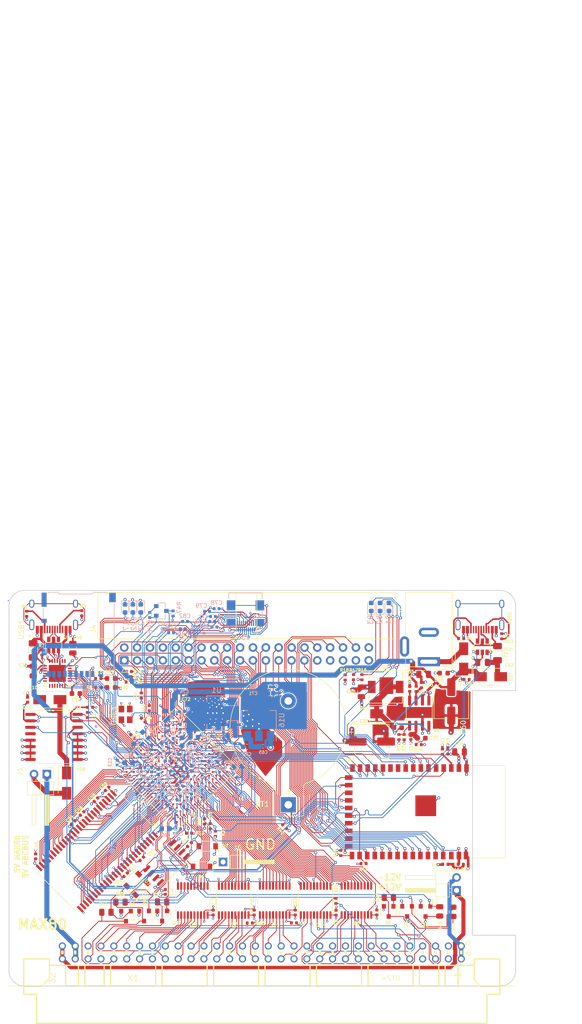
<source format=kicad_pcb>
(kicad_pcb (version 20171130) (host pcbnew 5.1.10-88a1d61d58~88~ubuntu20.04.1)

  (general
    (thickness 1.6)
    (drawings 19)
    (tracks 5233)
    (zones 0)
    (modules 185)
    (nets 265)
  )

  (page A4)
  (title_block
    (title MAX80)
    (date 2021-01-31)
    (rev 0.01)
    (company "No name")
  )

  (layers
    (0 F.Cu signal)
    (1 In1.Cu power)
    (2 In2.Cu signal)
    (31 B.Cu signal)
    (32 B.Adhes user)
    (33 F.Adhes user)
    (34 B.Paste user)
    (35 F.Paste user)
    (36 B.SilkS user)
    (37 F.SilkS user)
    (38 B.Mask user)
    (39 F.Mask user)
    (40 Dwgs.User user)
    (41 Cmts.User user)
    (42 Eco1.User user)
    (43 Eco2.User user)
    (44 Edge.Cuts user)
    (45 Margin user)
    (46 B.CrtYd user)
    (47 F.CrtYd user)
    (48 B.Fab user hide)
    (49 F.Fab user hide)
  )

  (setup
    (last_trace_width 0.15)
    (user_trace_width 0.15)
    (user_trace_width 0.3)
    (user_trace_width 0.5)
    (trace_clearance 0.15)
    (zone_clearance 0.15)
    (zone_45_only no)
    (trace_min 0.15)
    (via_size 0.6)
    (via_drill 0.3)
    (via_min_size 0.45)
    (via_min_drill 0.2)
    (user_via 0.45 0.2)
    (uvia_size 0.3)
    (uvia_drill 0.1)
    (uvias_allowed yes)
    (uvia_min_size 0.2)
    (uvia_min_drill 0.1)
    (edge_width 0.15)
    (segment_width 0.3)
    (pcb_text_width 0.3)
    (pcb_text_size 1.5 1.5)
    (mod_edge_width 0.15)
    (mod_text_size 1 1)
    (mod_text_width 0.15)
    (pad_size 0.46 0.4)
    (pad_drill 0)
    (pad_to_mask_clearance 0)
    (aux_axis_origin 0 0)
    (visible_elements FFFFFF7F)
    (pcbplotparams
      (layerselection 0x010fc_ffffffff)
      (usegerberextensions false)
      (usegerberattributes true)
      (usegerberadvancedattributes true)
      (creategerberjobfile true)
      (excludeedgelayer true)
      (linewidth 0.100000)
      (plotframeref false)
      (viasonmask false)
      (mode 1)
      (useauxorigin false)
      (hpglpennumber 1)
      (hpglpenspeed 20)
      (hpglpendiameter 15.000000)
      (psnegative false)
      (psa4output false)
      (plotreference true)
      (plotvalue true)
      (plotinvisibletext false)
      (padsonsilk false)
      (subtractmaskfromsilk false)
      (outputformat 1)
      (mirror false)
      (drillshape 0)
      (scaleselection 1)
      (outputdirectory "abc80_gerber"))
  )

  (net 0 "")
  (net 1 GND)
  (net 2 +5V)
  (net 3 "Net-(R5-Pad2)")
  (net 4 "Net-(R6-Pad2)")
  (net 5 "Net-(R7-Pad1)")
  (net 6 "Net-(U10-Pad5)")
  (net 7 "Net-(U10-Pad4)")
  (net 8 "Net-(U9-Pad4)")
  (net 9 "Net-(U9-Pad6)")
  (net 10 "Net-(USB1-Pad13)")
  (net 11 "Net-(BT1-Pad1)")
  (net 12 /A4)
  (net 13 /A3)
  (net 14 /A2)
  (net 15 /A1)
  (net 16 /A0)
  (net 17 /IO0)
  (net 18 /IO3)
  (net 19 /IO4)
  (net 20 /IO5)
  (net 21 /IO6)
  (net 22 /IO7)
  (net 23 /A11)
  (net 24 /IO9)
  (net 25 /A8)
  (net 26 /A7)
  (net 27 /A6)
  (net 28 /A5)
  (net 29 /A9)
  (net 30 /A10)
  (net 31 /A12)
  (net 32 /IO8)
  (net 33 /IO10)
  (net 34 /IO11)
  (net 35 /IO12)
  (net 36 /IO13)
  (net 37 /IO14)
  (net 38 /IO15)
  (net 39 /abc80bus/D7)
  (net 40 /abc80bus/D6)
  (net 41 /abc80bus/D5)
  (net 42 /abc80bus/D4)
  (net 43 /abc80bus/D3)
  (net 44 /abc80bus/D2)
  (net 45 /abc80bus/D1)
  (net 46 /abc80bus/D0)
  (net 47 /abc80bus/A8)
  (net 48 /abc80bus/A9)
  (net 49 /abc80bus/A10)
  (net 50 /abc80bus/A11)
  (net 51 /abc80bus/A12)
  (net 52 /abc80bus/A13)
  (net 53 /abc80bus/A14)
  (net 54 /abc80bus/A15)
  (net 55 /abc80bus/A7)
  (net 56 /abc80bus/A6)
  (net 57 /abc80bus/A5)
  (net 58 /abc80bus/A4)
  (net 59 /abc80bus/A3)
  (net 60 /abc80bus/A2)
  (net 61 /abc80bus/A1)
  (net 62 /abc80bus/A0)
  (net 63 /IO1)
  (net 64 /IO2)
  (net 65 /32KHZ)
  (net 66 /RTC_INT)
  (net 67 /abc80bus/ABC5V)
  (net 68 /SD_DAT1)
  (net 69 /SD_DAT3)
  (net 70 /SD_CMD)
  (net 71 /SD_CLK)
  (net 72 /SD_DAT0)
  (net 73 FPGA_TDI)
  (net 74 FPGA_TMS)
  (net 75 FPGA_TDO)
  (net 76 FPGA_TCK)
  (net 77 ABC_CLK_5)
  (net 78 /FPGA_SCL)
  (net 79 /FPGA_SDA)
  (net 80 FPGA_SPI_CLK)
  (net 81 FGPA_SPI_CS_ESP32)
  (net 82 INT_ESP32)
  (net 83 "Net-(C53-Pad1)")
  (net 84 "Net-(F2-Pad2)")
  (net 85 ESP32_TDO)
  (net 86 ESP32_TCK)
  (net 87 ESP32_TMS)
  (net 88 ESP32_IO0)
  (net 89 ESP32_RXD)
  (net 90 ESP32_TXD)
  (net 91 ESP32_EN)
  (net 92 "Net-(R3-Pad2)")
  (net 93 "Net-(R4-Pad2)")
  (net 94 /ESP32/USB_D-)
  (net 95 /ESP32/USB_D+)
  (net 96 ESP32_TDI)
  (net 97 "Net-(U15-Pad6)")
  (net 98 "Net-(U15-Pad4)")
  (net 99 "Net-(USB2-Pad13)")
  (net 100 "Net-(D1-Pad2)")
  (net 101 "Net-(D1-Pad1)")
  (net 102 "Net-(D2-Pad2)")
  (net 103 "Net-(D2-Pad1)")
  (net 104 "Net-(D3-Pad2)")
  (net 105 "Net-(D3-Pad1)")
  (net 106 ESP32_SCL)
  (net 107 ESP32_SDA)
  (net 108 ESP32_CS2)
  (net 109 ESP32_CS0)
  (net 110 ESP32_MISO)
  (net 111 ESP32_SCK)
  (net 112 ESP32_MOSI)
  (net 113 ESP32_CS1)
  (net 114 /FPGA_USB_TXD)
  (net 115 /FPGA_USB_RXD)
  (net 116 /abc80bus/~CS)
  (net 117 /abc80bus/~C4)
  (net 118 /abc80bus/~C3)
  (net 119 /abc80bus/~C2)
  (net 120 /abc80bus/~C1)
  (net 121 /abc80bus/~OUT)
  (net 122 /abc80bus/~RST)
  (net 123 /abc80bus/~XMEMFL)
  (net 124 /abc80bus/~INP)
  (net 125 /abc80bus/~STATUS)
  (net 126 /abc80bus/~XINPSTB)
  (net 127 /abc80bus/~XOUTSTB)
  (net 128 AD0)
  (net 129 AD1)
  (net 130 AD2)
  (net 131 AD3)
  (net 132 AD4)
  (net 133 AD5)
  (net 134 AD6)
  (net 135 AD7)
  (net 136 /abc80bus/~RESIN)
  (net 137 /FPGA_LED1)
  (net 138 /FPGA_LED2)
  (net 139 /FPGA_LED3)
  (net 140 "Net-(D17-Pad2)")
  (net 141 "Net-(D22-Pad2)")
  (net 142 "Net-(D23-Pad2)")
  (net 143 FPGA_GPIO3)
  (net 144 FPGA_GPIO2)
  (net 145 FPGA_GPIO1)
  (net 146 FPGA_GPIO0)
  (net 147 FPGA_GPIO5)
  (net 148 FPGA_GPIO4)
  (net 149 "Net-(C36-Pad1)")
  (net 150 "Net-(C37-Pad2)")
  (net 151 "Net-(C37-Pad1)")
  (net 152 "Net-(C38-Pad2)")
  (net 153 "Net-(R32-Pad2)")
  (net 154 "Net-(R35-Pad2)")
  (net 155 "Net-(C38-Pad1)")
  (net 156 /abc80bus/READY)
  (net 157 /abc80bus/~NMI)
  (net 158 ~FPGA_READY)
  (net 159 FPGA_NMI)
  (net 160 "Net-(D26-Pad2)")
  (net 161 FPGA_RESIN)
  (net 162 /DQMH)
  (net 163 /CLK)
  (net 164 /CKE)
  (net 165 /BA1)
  (net 166 /BA0)
  (net 167 /DQML)
  (net 168 "Net-(D28-Pad2)")
  (net 169 "Net-(D25-Pad2)")
  (net 170 "Net-(F1-Pad2)")
  (net 171 /FPGA_USB_RTS)
  (net 172 /FPGA_USB_CTS)
  (net 173 "Net-(C39-Pad1)")
  (net 174 "Net-(C52-Pad1)")
  (net 175 /WE#)
  (net 176 /CAS#)
  (net 177 /RAS#)
  (net 178 /CS#)
  (net 179 "Net-(D29-Pad1)")
  (net 180 "Net-(D30-Pad1)")
  (net 181 +3V3)
  (net 182 +2V5)
  (net 183 +1V2)
  (net 184 "Net-(R13-Pad1)")
  (net 185 "Net-(R37-Pad2)")
  (net 186 "Net-(R38-Pad2)")
  (net 187 "Net-(R41-Pad2)")
  (net 188 DATA0)
  (net 189 ~CS_ABC_3V3)
  (net 190 ~OUT_ABC_3V3)
  (net 191 AD8)
  (net 192 ~C1_ABC_3V3)
  (net 193 AD9)
  (net 194 ~C2_ABC_3V3)
  (net 195 AD10)
  (net 196 ~C3_ABC_3V3)
  (net 197 ~C4_ABC_3V3)
  (net 198 AD11)
  (net 199 AD12)
  (net 200 AD13)
  (net 201 AD14)
  (net 202 AD15)
  (net 203 DLCK)
  (net 204 ASD0)
  (net 205 nCE0)
  (net 206 ~INP_ABC_3V3)
  (net 207 ~STATUS_ABC_3V3)
  (net 208 DD0)
  (net 209 DD1)
  (net 210 DD2)
  (net 211 DD3)
  (net 212 DD4)
  (net 213 DD5)
  (net 214 DD6)
  (net 215 DD7)
  (net 216 DD8)
  (net 217 ~XOUTSTB_ABC_3V3)
  (net 218 ~RST_ABC_3V3)
  (net 219 ~XMEMFL_ABC_3V3)
  (net 220 ~XINPSTB_ABC_3V3)
  (net 221 ABC_CLK_3V3)
  (net 222 DD9)
  (net 223 FPGA_SPI_MOSI)
  (net 224 FPGA_SPI_MISO)
  (net 225 /SD_DAT2)
  (net 226 CLK0n)
  (net 227 "Net-(J5-PadSH)")
  (net 228 HDMI_CK-)
  (net 229 HDMI_D0+)
  (net 230 HDMI_D1-)
  (net 231 HDMI_D2+)
  (net 232 HDMI_CK+)
  (net 233 HDMI_D0-)
  (net 234 HDMI_D1+)
  (net 235 HDMI_D2-)
  (net 236 HDMI_SDA)
  (net 237 HDMI_HPD)
  (net 238 HDMI_SCL)
  (net 239 FPGA_JTAGEN)
  (net 240 FLASH_CS#)
  (net 241 /abc80bus/~INT)
  (net 242 /abc80bus/~XMEMW800)
  (net 243 /abc80bus/~XMEMW80)
  (net 244 INT_ABC_3V3)
  (net 245 INT800_ABC_3V3)
  (net 246 ~XMEMW80_ABC_3V3)
  (net 247 ~XMEMW800_ABC_3V3)
  (net 248 /abc80bus/~XM)
  (net 249 XM_ABC_3V3)
  (net 250 "Net-(R25-Pad2)")
  (net 251 AD16)
  (net 252 DD10)
  (net 253 /abc80bus/ABC_-12V)
  (net 254 /abc80bus/ABC_12V)
  (net 255 /FPGA_USB_DTR)
  (net 256 "Net-(C75-Pad1)")
  (net 257 "Net-(C76-Pad1)")
  (net 258 "Net-(C77-Pad1)")
  (net 259 "Net-(C78-Pad1)")
  (net 260 "Net-(C79-Pad1)")
  (net 261 "Net-(C80-Pad1)")
  (net 262 "Net-(C81-Pad1)")
  (net 263 "Net-(C82-Pad1)")
  (net 264 "Net-(J5-Pad19)")

  (net_class Default "This is the default net class."
    (clearance 0.15)
    (trace_width 0.15)
    (via_dia 0.6)
    (via_drill 0.3)
    (uvia_dia 0.3)
    (uvia_drill 0.1)
    (add_net +1V2)
    (add_net +2V5)
    (add_net +3V3)
    (add_net +5V)
    (add_net /32KHZ)
    (add_net /A0)
    (add_net /A1)
    (add_net /A10)
    (add_net /A11)
    (add_net /A12)
    (add_net /A2)
    (add_net /A3)
    (add_net /A4)
    (add_net /A5)
    (add_net /A6)
    (add_net /A7)
    (add_net /A8)
    (add_net /A9)
    (add_net /BA0)
    (add_net /BA1)
    (add_net /CAS#)
    (add_net /CKE)
    (add_net /CLK)
    (add_net /CS#)
    (add_net /DQMH)
    (add_net /DQML)
    (add_net /ESP32/USB_D+)
    (add_net /ESP32/USB_D-)
    (add_net /FPGA_LED1)
    (add_net /FPGA_LED2)
    (add_net /FPGA_LED3)
    (add_net /FPGA_SCL)
    (add_net /FPGA_SDA)
    (add_net /FPGA_USB_CTS)
    (add_net /FPGA_USB_DTR)
    (add_net /FPGA_USB_RTS)
    (add_net /FPGA_USB_RXD)
    (add_net /FPGA_USB_TXD)
    (add_net /IO0)
    (add_net /IO1)
    (add_net /IO10)
    (add_net /IO11)
    (add_net /IO12)
    (add_net /IO13)
    (add_net /IO14)
    (add_net /IO15)
    (add_net /IO2)
    (add_net /IO3)
    (add_net /IO4)
    (add_net /IO5)
    (add_net /IO6)
    (add_net /IO7)
    (add_net /IO8)
    (add_net /IO9)
    (add_net /RAS#)
    (add_net /RTC_INT)
    (add_net /SD_CLK)
    (add_net /SD_CMD)
    (add_net /SD_DAT0)
    (add_net /SD_DAT1)
    (add_net /SD_DAT2)
    (add_net /SD_DAT3)
    (add_net /WE#)
    (add_net /abc80bus/A0)
    (add_net /abc80bus/A1)
    (add_net /abc80bus/A10)
    (add_net /abc80bus/A11)
    (add_net /abc80bus/A12)
    (add_net /abc80bus/A13)
    (add_net /abc80bus/A14)
    (add_net /abc80bus/A15)
    (add_net /abc80bus/A2)
    (add_net /abc80bus/A3)
    (add_net /abc80bus/A4)
    (add_net /abc80bus/A5)
    (add_net /abc80bus/A6)
    (add_net /abc80bus/A7)
    (add_net /abc80bus/A8)
    (add_net /abc80bus/A9)
    (add_net /abc80bus/ABC5V)
    (add_net /abc80bus/ABC_-12V)
    (add_net /abc80bus/ABC_12V)
    (add_net /abc80bus/D0)
    (add_net /abc80bus/D1)
    (add_net /abc80bus/D2)
    (add_net /abc80bus/D3)
    (add_net /abc80bus/D4)
    (add_net /abc80bus/D5)
    (add_net /abc80bus/D6)
    (add_net /abc80bus/D7)
    (add_net /abc80bus/READY)
    (add_net /abc80bus/~C1)
    (add_net /abc80bus/~C2)
    (add_net /abc80bus/~C3)
    (add_net /abc80bus/~C4)
    (add_net /abc80bus/~CS)
    (add_net /abc80bus/~INP)
    (add_net /abc80bus/~INT)
    (add_net /abc80bus/~NMI)
    (add_net /abc80bus/~OUT)
    (add_net /abc80bus/~RESIN)
    (add_net /abc80bus/~RST)
    (add_net /abc80bus/~STATUS)
    (add_net /abc80bus/~XINPSTB)
    (add_net /abc80bus/~XM)
    (add_net /abc80bus/~XMEMFL)
    (add_net /abc80bus/~XMEMW80)
    (add_net /abc80bus/~XMEMW800)
    (add_net /abc80bus/~XOUTSTB)
    (add_net ABC_CLK_3V3)
    (add_net ABC_CLK_5)
    (add_net AD0)
    (add_net AD1)
    (add_net AD10)
    (add_net AD11)
    (add_net AD12)
    (add_net AD13)
    (add_net AD14)
    (add_net AD15)
    (add_net AD16)
    (add_net AD2)
    (add_net AD3)
    (add_net AD4)
    (add_net AD5)
    (add_net AD6)
    (add_net AD7)
    (add_net AD8)
    (add_net AD9)
    (add_net ASD0)
    (add_net CLK0n)
    (add_net DATA0)
    (add_net DD0)
    (add_net DD1)
    (add_net DD10)
    (add_net DD2)
    (add_net DD3)
    (add_net DD4)
    (add_net DD5)
    (add_net DD6)
    (add_net DD7)
    (add_net DD8)
    (add_net DD9)
    (add_net DLCK)
    (add_net ESP32_CS0)
    (add_net ESP32_CS1)
    (add_net ESP32_CS2)
    (add_net ESP32_EN)
    (add_net ESP32_IO0)
    (add_net ESP32_MISO)
    (add_net ESP32_MOSI)
    (add_net ESP32_RXD)
    (add_net ESP32_SCK)
    (add_net ESP32_SCL)
    (add_net ESP32_SDA)
    (add_net ESP32_TCK)
    (add_net ESP32_TDI)
    (add_net ESP32_TDO)
    (add_net ESP32_TMS)
    (add_net ESP32_TXD)
    (add_net FGPA_SPI_CS_ESP32)
    (add_net FLASH_CS#)
    (add_net FPGA_GPIO0)
    (add_net FPGA_GPIO1)
    (add_net FPGA_GPIO2)
    (add_net FPGA_GPIO3)
    (add_net FPGA_GPIO4)
    (add_net FPGA_GPIO5)
    (add_net FPGA_JTAGEN)
    (add_net FPGA_NMI)
    (add_net FPGA_RESIN)
    (add_net FPGA_SPI_CLK)
    (add_net FPGA_SPI_MISO)
    (add_net FPGA_SPI_MOSI)
    (add_net FPGA_TCK)
    (add_net FPGA_TDI)
    (add_net FPGA_TDO)
    (add_net FPGA_TMS)
    (add_net GND)
    (add_net HDMI_CK+)
    (add_net HDMI_CK-)
    (add_net HDMI_D0+)
    (add_net HDMI_D0-)
    (add_net HDMI_D1+)
    (add_net HDMI_D1-)
    (add_net HDMI_D2+)
    (add_net HDMI_D2-)
    (add_net HDMI_HPD)
    (add_net HDMI_SCL)
    (add_net HDMI_SDA)
    (add_net INT800_ABC_3V3)
    (add_net INT_ABC_3V3)
    (add_net INT_ESP32)
    (add_net "Net-(BT1-Pad1)")
    (add_net "Net-(C36-Pad1)")
    (add_net "Net-(C37-Pad1)")
    (add_net "Net-(C37-Pad2)")
    (add_net "Net-(C38-Pad1)")
    (add_net "Net-(C38-Pad2)")
    (add_net "Net-(C39-Pad1)")
    (add_net "Net-(C52-Pad1)")
    (add_net "Net-(C53-Pad1)")
    (add_net "Net-(C75-Pad1)")
    (add_net "Net-(C76-Pad1)")
    (add_net "Net-(C77-Pad1)")
    (add_net "Net-(C78-Pad1)")
    (add_net "Net-(C79-Pad1)")
    (add_net "Net-(C80-Pad1)")
    (add_net "Net-(C81-Pad1)")
    (add_net "Net-(C82-Pad1)")
    (add_net "Net-(D1-Pad1)")
    (add_net "Net-(D1-Pad2)")
    (add_net "Net-(D17-Pad2)")
    (add_net "Net-(D2-Pad1)")
    (add_net "Net-(D2-Pad2)")
    (add_net "Net-(D22-Pad2)")
    (add_net "Net-(D23-Pad2)")
    (add_net "Net-(D25-Pad2)")
    (add_net "Net-(D26-Pad2)")
    (add_net "Net-(D28-Pad2)")
    (add_net "Net-(D29-Pad1)")
    (add_net "Net-(D3-Pad1)")
    (add_net "Net-(D3-Pad2)")
    (add_net "Net-(D30-Pad1)")
    (add_net "Net-(F1-Pad2)")
    (add_net "Net-(F2-Pad2)")
    (add_net "Net-(J5-Pad19)")
    (add_net "Net-(J5-PadSH)")
    (add_net "Net-(R13-Pad1)")
    (add_net "Net-(R25-Pad2)")
    (add_net "Net-(R3-Pad2)")
    (add_net "Net-(R32-Pad2)")
    (add_net "Net-(R35-Pad2)")
    (add_net "Net-(R37-Pad2)")
    (add_net "Net-(R38-Pad2)")
    (add_net "Net-(R4-Pad2)")
    (add_net "Net-(R41-Pad2)")
    (add_net "Net-(R5-Pad2)")
    (add_net "Net-(R6-Pad2)")
    (add_net "Net-(R7-Pad1)")
    (add_net "Net-(U10-Pad4)")
    (add_net "Net-(U10-Pad5)")
    (add_net "Net-(U15-Pad4)")
    (add_net "Net-(U15-Pad6)")
    (add_net "Net-(U9-Pad4)")
    (add_net "Net-(U9-Pad6)")
    (add_net "Net-(USB1-Pad13)")
    (add_net "Net-(USB2-Pad13)")
    (add_net XM_ABC_3V3)
    (add_net nCE0)
    (add_net ~C1_ABC_3V3)
    (add_net ~C2_ABC_3V3)
    (add_net ~C3_ABC_3V3)
    (add_net ~C4_ABC_3V3)
    (add_net ~CS_ABC_3V3)
    (add_net ~FPGA_READY)
    (add_net ~INP_ABC_3V3)
    (add_net ~OUT_ABC_3V3)
    (add_net ~RST_ABC_3V3)
    (add_net ~STATUS_ABC_3V3)
    (add_net ~XINPSTB_ABC_3V3)
    (add_net ~XMEMFL_ABC_3V3)
    (add_net ~XMEMW800_ABC_3V3)
    (add_net ~XMEMW80_ABC_3V3)
    (add_net ~XOUTSTB_ABC_3V3)
  )

  (module Resistor_SMD:R_0402_1005Metric (layer B.Cu) (tedit 5F68FEEE) (tstamp 60C8866F)
    (at 84.88 105.55 270)
    (descr "Resistor SMD 0402 (1005 Metric), square (rectangular) end terminal, IPC_7351 nominal, (Body size source: IPC-SM-782 page 72, https://www.pcb-3d.com/wordpress/wp-content/uploads/ipc-sm-782a_amendment_1_and_2.pdf), generated with kicad-footprint-generator")
    (tags resistor)
    (path /650A9AE9/60E3BB83)
    (attr smd)
    (fp_text reference R47 (at -1.17 -1.21 90) (layer B.SilkS)
      (effects (font (size 0.8 0.8) (thickness 0.15)) (justify mirror))
    )
    (fp_text value 2.2k (at 0 -1.17 90) (layer B.Fab)
      (effects (font (size 1 1) (thickness 0.15)) (justify mirror))
    )
    (fp_line (start 0.93 -0.47) (end -0.93 -0.47) (layer B.CrtYd) (width 0.05))
    (fp_line (start 0.93 0.47) (end 0.93 -0.47) (layer B.CrtYd) (width 0.05))
    (fp_line (start -0.93 0.47) (end 0.93 0.47) (layer B.CrtYd) (width 0.05))
    (fp_line (start -0.93 -0.47) (end -0.93 0.47) (layer B.CrtYd) (width 0.05))
    (fp_line (start -0.153641 -0.38) (end 0.153641 -0.38) (layer B.SilkS) (width 0.12))
    (fp_line (start -0.153641 0.38) (end 0.153641 0.38) (layer B.SilkS) (width 0.12))
    (fp_line (start 0.525 -0.27) (end -0.525 -0.27) (layer B.Fab) (width 0.1))
    (fp_line (start 0.525 0.27) (end 0.525 -0.27) (layer B.Fab) (width 0.1))
    (fp_line (start -0.525 0.27) (end 0.525 0.27) (layer B.Fab) (width 0.1))
    (fp_line (start -0.525 -0.27) (end -0.525 0.27) (layer B.Fab) (width 0.1))
    (fp_text user %R (at 0 0 90) (layer B.Fab)
      (effects (font (size 0.26 0.26) (thickness 0.04)) (justify mirror))
    )
    (pad 2 smd roundrect (at 0.51 0 270) (size 0.54 0.64) (layers B.Cu B.Paste B.Mask) (roundrect_rratio 0.25)
      (net 2 +5V))
    (pad 1 smd roundrect (at -0.51 0 270) (size 0.54 0.64) (layers B.Cu B.Paste B.Mask) (roundrect_rratio 0.25)
      (net 264 "Net-(J5-Pad19)"))
    (model ${KISYS3DMOD}/Resistor_SMD.3dshapes/R_0402_1005Metric.wrl
      (at (xyz 0 0 0))
      (scale (xyz 1 1 1))
      (rotate (xyz 0 0 0))
    )
  )

  (module Resistor_SMD:R_0402_1005Metric (layer B.Cu) (tedit 5F68FEEE) (tstamp 60C8865E)
    (at 80.28 105.84 270)
    (descr "Resistor SMD 0402 (1005 Metric), square (rectangular) end terminal, IPC_7351 nominal, (Body size source: IPC-SM-782 page 72, https://www.pcb-3d.com/wordpress/wp-content/uploads/ipc-sm-782a_amendment_1_and_2.pdf), generated with kicad-footprint-generator")
    (tags resistor)
    (path /650A9AE9/60E40DE0)
    (attr smd)
    (fp_text reference R46 (at 2.34 -0.02 90) (layer B.SilkS)
      (effects (font (size 1 1) (thickness 0.15)) (justify mirror))
    )
    (fp_text value 12.7k (at 0 -1.17 90) (layer B.Fab)
      (effects (font (size 1 1) (thickness 0.15)) (justify mirror))
    )
    (fp_line (start 0.93 -0.47) (end -0.93 -0.47) (layer B.CrtYd) (width 0.05))
    (fp_line (start 0.93 0.47) (end 0.93 -0.47) (layer B.CrtYd) (width 0.05))
    (fp_line (start -0.93 0.47) (end 0.93 0.47) (layer B.CrtYd) (width 0.05))
    (fp_line (start -0.93 -0.47) (end -0.93 0.47) (layer B.CrtYd) (width 0.05))
    (fp_line (start -0.153641 -0.38) (end 0.153641 -0.38) (layer B.SilkS) (width 0.12))
    (fp_line (start -0.153641 0.38) (end 0.153641 0.38) (layer B.SilkS) (width 0.12))
    (fp_line (start 0.525 -0.27) (end -0.525 -0.27) (layer B.Fab) (width 0.1))
    (fp_line (start 0.525 0.27) (end 0.525 -0.27) (layer B.Fab) (width 0.1))
    (fp_line (start -0.525 0.27) (end 0.525 0.27) (layer B.Fab) (width 0.1))
    (fp_line (start -0.525 -0.27) (end -0.525 0.27) (layer B.Fab) (width 0.1))
    (fp_text user %R (at 0 0 90) (layer B.Fab)
      (effects (font (size 0.26 0.26) (thickness 0.04)) (justify mirror))
    )
    (pad 2 smd roundrect (at 0.51 0 270) (size 0.54 0.64) (layers B.Cu B.Paste B.Mask) (roundrect_rratio 0.25)
      (net 181 +3V3))
    (pad 1 smd roundrect (at -0.51 0 270) (size 0.54 0.64) (layers B.Cu B.Paste B.Mask) (roundrect_rratio 0.25)
      (net 237 HDMI_HPD))
    (model ${KISYS3DMOD}/Resistor_SMD.3dshapes/R_0402_1005Metric.wrl
      (at (xyz 0 0 0))
      (scale (xyz 1 1 1))
      (rotate (xyz 0 0 0))
    )
  )

  (module Package_TO_SOT_SMD:SOT-23 (layer B.Cu) (tedit 5A02FF57) (tstamp 60C880AD)
    (at 82.57 105.04)
    (descr "SOT-23, Standard")
    (tags SOT-23)
    (path /650A9AE9/60E31564)
    (attr smd)
    (fp_text reference Q7 (at 0 2.5) (layer B.SilkS)
      (effects (font (size 0.78 0.8) (thickness 0.15)) (justify mirror))
    )
    (fp_text value AO3400A (at 0 -2.5) (layer B.Fab)
      (effects (font (size 1 1) (thickness 0.15)) (justify mirror))
    )
    (fp_line (start 0.76 -1.58) (end -0.7 -1.58) (layer B.SilkS) (width 0.12))
    (fp_line (start 0.76 1.58) (end -1.4 1.58) (layer B.SilkS) (width 0.12))
    (fp_line (start -1.7 -1.75) (end -1.7 1.75) (layer B.CrtYd) (width 0.05))
    (fp_line (start 1.7 -1.75) (end -1.7 -1.75) (layer B.CrtYd) (width 0.05))
    (fp_line (start 1.7 1.75) (end 1.7 -1.75) (layer B.CrtYd) (width 0.05))
    (fp_line (start -1.7 1.75) (end 1.7 1.75) (layer B.CrtYd) (width 0.05))
    (fp_line (start 0.76 1.58) (end 0.76 0.65) (layer B.SilkS) (width 0.12))
    (fp_line (start 0.76 -1.58) (end 0.76 -0.65) (layer B.SilkS) (width 0.12))
    (fp_line (start -0.7 -1.52) (end 0.7 -1.52) (layer B.Fab) (width 0.1))
    (fp_line (start 0.7 1.52) (end 0.7 -1.52) (layer B.Fab) (width 0.1))
    (fp_line (start -0.7 0.95) (end -0.15 1.52) (layer B.Fab) (width 0.1))
    (fp_line (start -0.15 1.52) (end 0.7 1.52) (layer B.Fab) (width 0.1))
    (fp_line (start -0.7 0.95) (end -0.7 -1.5) (layer B.Fab) (width 0.1))
    (fp_text user %R (at 0 0 -90) (layer B.Fab)
      (effects (font (size 0.5 0.5) (thickness 0.075)) (justify mirror))
    )
    (pad 3 smd rect (at 1 0) (size 0.9 0.8) (layers B.Cu B.Paste B.Mask)
      (net 264 "Net-(J5-Pad19)"))
    (pad 2 smd rect (at -1 -0.95) (size 0.9 0.8) (layers B.Cu B.Paste B.Mask)
      (net 237 HDMI_HPD))
    (pad 1 smd rect (at -1 0.95) (size 0.9 0.8) (layers B.Cu B.Paste B.Mask)
      (net 181 +3V3))
    (model ${KISYS3DMOD}/Package_TO_SOT_SMD.3dshapes/SOT-23.wrl
      (at (xyz 0 0 0))
      (scale (xyz 1 1 1))
      (rotate (xyz 0 0 0))
    )
  )

  (module Package_BGA:BGA-256_17.0x17.0mm_Layout16x16_P1.0mm_Ball0.5mm_Pad0.4mm_NSMD (layer F.Cu) (tedit 5A058D74) (tstamp 6073D206)
    (at 85.625 136.085 135)
    (descr "BGA-256, dimensions: https://www.xilinx.com/support/documentation/package_specs/ft256.pdf, design rules: https://www.xilinx.com/support/documentation/user_guides/ug1099-bga-device-design-rules.pdf")
    (tags BGA-256)
    (path /6054E41F)
    (attr smd)
    (fp_text reference U13 (at 0 -9.6 135) (layer F.SilkS)
      (effects (font (size 1 1) (thickness 0.15)))
    )
    (fp_text value EP4CE15F17C8N (at 0 9.7 135) (layer F.Fab)
      (effects (font (size 1 1) (thickness 0.15)))
    )
    (fp_line (start 9.5 9.5) (end -9.5 9.5) (layer F.CrtYd) (width 0.05))
    (fp_line (start 9.5 9.5) (end 9.5 -9.5) (layer F.CrtYd) (width 0.05))
    (fp_line (start -9.5 -9.5) (end -9.5 9.5) (layer F.CrtYd) (width 0.05))
    (fp_line (start -9.5 -9.5) (end 9.5 -9.5) (layer F.CrtYd) (width 0.05))
    (fp_line (start -8.5 -8) (end -8.5 8.5) (layer F.Fab) (width 0.1))
    (fp_line (start -8 -8.5) (end -8.5 -8) (layer F.Fab) (width 0.1))
    (fp_line (start 8.5 -8.5) (end -8 -8.5) (layer F.Fab) (width 0.1))
    (fp_line (start 8.5 8.5) (end 8.5 -8.5) (layer F.Fab) (width 0.1))
    (fp_line (start -8.5 8.5) (end 8.5 8.5) (layer F.Fab) (width 0.1))
    (fp_line (start 8.6 8.6) (end 8.6 -8.6) (layer F.SilkS) (width 0.12))
    (fp_line (start -8.6 8.6) (end 8.6 8.6) (layer F.SilkS) (width 0.12))
    (fp_line (start -8.6 -8.6) (end -8.6 8.6) (layer F.SilkS) (width 0.12))
    (fp_line (start 8.6 -8.6) (end -8.6 -8.6) (layer F.SilkS) (width 0.12))
    (fp_line (start -8.8 -8.8) (end -8.8 -8.1) (layer F.SilkS) (width 0.12))
    (fp_line (start -8.1 -8.8) (end -8.8 -8.8) (layer F.SilkS) (width 0.12))
    (fp_text user %R (at 0 0 135) (layer F.Fab)
      (effects (font (size 1 1) (thickness 0.15)))
    )
    (pad H16 smd circle (at 7.5 -0.5 135) (size 0.4 0.4) (layers F.Cu F.Paste F.Mask)
      (net 1 GND))
    (pad J16 smd circle (at 7.5 0.5 135) (size 0.4 0.4) (layers F.Cu F.Paste F.Mask)
      (net 228 HDMI_CK-))
    (pad K16 smd circle (at 7.5 1.5 135) (size 0.4 0.4) (layers F.Cu F.Paste F.Mask)
      (net 233 HDMI_D0-))
    (pad L16 smd circle (at 7.5 2.5 135) (size 0.4 0.4) (layers F.Cu F.Paste F.Mask))
    (pad M16 smd circle (at 7.5 3.5 135) (size 0.4 0.4) (layers F.Cu F.Paste F.Mask)
      (net 1 GND))
    (pad N16 smd circle (at 7.5 4.5 135) (size 0.4 0.4) (layers F.Cu F.Paste F.Mask)
      (net 230 HDMI_D1-))
    (pad P16 smd circle (at 7.5 5.5 135) (size 0.4 0.4) (layers F.Cu F.Paste F.Mask)
      (net 235 HDMI_D2-))
    (pad R16 smd circle (at 7.5 6.5 135) (size 0.4 0.4) (layers F.Cu F.Paste F.Mask)
      (net 231 HDMI_D2+))
    (pad T16 smd circle (at 7.5 7.5 135) (size 0.4 0.4) (layers F.Cu F.Paste F.Mask)
      (net 181 +3V3))
    (pad N12 smd circle (at 3.5 4.5 135) (size 0.4 0.4) (layers F.Cu F.Paste F.Mask))
    (pad M12 smd circle (at 3.5 3.5 135) (size 0.4 0.4) (layers F.Cu F.Paste F.Mask)
      (net 1 GND))
    (pad L12 smd circle (at 3.5 2.5 135) (size 0.4 0.4) (layers F.Cu F.Paste F.Mask)
      (net 182 +2V5))
    (pad K12 smd circle (at 3.5 1.5 135) (size 0.4 0.4) (layers F.Cu F.Paste F.Mask))
    (pad K11 smd circle (at 2.5 1.5 135) (size 0.4 0.4) (layers F.Cu F.Paste F.Mask)
      (net 183 +1V2))
    (pad L11 smd circle (at 2.5 2.5 135) (size 0.4 0.4) (layers F.Cu F.Paste F.Mask))
    (pad M11 smd circle (at 2.5 3.5 135) (size 0.4 0.4) (layers F.Cu F.Paste F.Mask)
      (net 238 HDMI_SCL))
    (pad N11 smd circle (at 2.5 4.5 135) (size 0.4 0.4) (layers F.Cu F.Paste F.Mask))
    (pad T15 smd circle (at 6.5 7.5 135) (size 0.4 0.4) (layers F.Cu F.Paste F.Mask)
      (net 237 HDMI_HPD))
    (pad R15 smd circle (at 6.5 6.5 135) (size 0.4 0.4) (layers F.Cu F.Paste F.Mask)
      (net 1 GND))
    (pad P15 smd circle (at 6.5 5.5 135) (size 0.4 0.4) (layers F.Cu F.Paste F.Mask))
    (pad N15 smd circle (at 6.5 4.5 135) (size 0.4 0.4) (layers F.Cu F.Paste F.Mask)
      (net 234 HDMI_D1+))
    (pad M15 smd circle (at 6.5 3.5 135) (size 0.4 0.4) (layers F.Cu F.Paste F.Mask)
      (net 226 CLK0n))
    (pad L15 smd circle (at 6.5 2.5 135) (size 0.4 0.4) (layers F.Cu F.Paste F.Mask))
    (pad K15 smd circle (at 6.5 1.5 135) (size 0.4 0.4) (layers F.Cu F.Paste F.Mask)
      (net 229 HDMI_D0+))
    (pad J15 smd circle (at 6.5 0.5 135) (size 0.4 0.4) (layers F.Cu F.Paste F.Mask)
      (net 232 HDMI_CK+))
    (pad H15 smd circle (at 6.5 -0.5 135) (size 0.4 0.4) (layers F.Cu F.Paste F.Mask)
      (net 1 GND))
    (pad H14 smd circle (at 5.5 -0.5 135) (size 0.4 0.4) (layers F.Cu F.Paste F.Mask)
      (net 186 "Net-(R38-Pad2)"))
    (pad J14 smd circle (at 5.5 0.5 135) (size 0.4 0.4) (layers F.Cu F.Paste F.Mask))
    (pad K14 smd circle (at 5.5 1.5 135) (size 0.4 0.4) (layers F.Cu F.Paste F.Mask)
      (net 182 +2V5))
    (pad L14 smd circle (at 5.5 2.5 135) (size 0.4 0.4) (layers F.Cu F.Paste F.Mask))
    (pad M14 smd circle (at 5.5 3.5 135) (size 0.4 0.4) (layers F.Cu F.Paste F.Mask)
      (net 182 +2V5))
    (pad N14 smd circle (at 5.5 4.5 135) (size 0.4 0.4) (layers F.Cu F.Paste F.Mask))
    (pad P14 smd circle (at 5.5 5.5 135) (size 0.4 0.4) (layers F.Cu F.Paste F.Mask)
      (net 255 /FPGA_USB_DTR))
    (pad R14 smd circle (at 5.5 6.5 135) (size 0.4 0.4) (layers F.Cu F.Paste F.Mask)
      (net 138 /FPGA_LED2))
    (pad T14 smd circle (at 5.5 7.5 135) (size 0.4 0.4) (layers F.Cu F.Paste F.Mask)
      (net 139 /FPGA_LED3))
    (pad N10 smd circle (at 1.5 4.5 135) (size 0.4 0.4) (layers F.Cu F.Paste F.Mask)
      (net 1 GND))
    (pad M10 smd circle (at 1.5 3.5 135) (size 0.4 0.4) (layers F.Cu F.Paste F.Mask)
      (net 68 /SD_DAT1))
    (pad L10 smd circle (at 1.5 2.5 135) (size 0.4 0.4) (layers F.Cu F.Paste F.Mask)
      (net 217 ~XOUTSTB_ABC_3V3))
    (pad K10 smd circle (at 1.5 1.5 135) (size 0.4 0.4) (layers F.Cu F.Paste F.Mask))
    (pad K9 smd circle (at 0.5 1.5 135) (size 0.4 0.4) (layers F.Cu F.Paste F.Mask))
    (pad L9 smd circle (at 0.5 2.5 135) (size 0.4 0.4) (layers F.Cu F.Paste F.Mask))
    (pad M9 smd circle (at 0.5 3.5 135) (size 0.4 0.4) (layers F.Cu F.Paste F.Mask))
    (pad N9 smd circle (at 0.5 4.5 135) (size 0.4 0.4) (layers F.Cu F.Paste F.Mask))
    (pad T13 smd circle (at 4.5 7.5 135) (size 0.4 0.4) (layers F.Cu F.Paste F.Mask)
      (net 137 /FPGA_LED1))
    (pad R13 smd circle (at 4.5 6.5 135) (size 0.4 0.4) (layers F.Cu F.Paste F.Mask)
      (net 236 HDMI_SDA))
    (pad P13 smd circle (at 4.5 5.5 135) (size 0.4 0.4) (layers F.Cu F.Paste F.Mask)
      (net 181 +3V3))
    (pad N13 smd circle (at 4.5 4.5 135) (size 0.4 0.4) (layers F.Cu F.Paste F.Mask)
      (net 183 +1V2))
    (pad M13 smd circle (at 4.5 3.5 135) (size 0.4 0.4) (layers F.Cu F.Paste F.Mask)
      (net 1 GND))
    (pad L13 smd circle (at 4.5 2.5 135) (size 0.4 0.4) (layers F.Cu F.Paste F.Mask))
    (pad K13 smd circle (at 4.5 1.5 135) (size 0.4 0.4) (layers F.Cu F.Paste F.Mask)
      (net 1 GND))
    (pad J13 smd circle (at 4.5 0.5 135) (size 0.4 0.4) (layers F.Cu F.Paste F.Mask))
    (pad H13 smd circle (at 4.5 -0.5 135) (size 0.4 0.4) (layers F.Cu F.Paste F.Mask)
      (net 1 GND))
    (pad J12 smd circle (at 3.5 0.5 135) (size 0.4 0.4) (layers F.Cu F.Paste F.Mask))
    (pad J11 smd circle (at 2.5 0.5 135) (size 0.4 0.4) (layers F.Cu F.Paste F.Mask)
      (net 1 GND))
    (pad J10 smd circle (at 1.5 0.5 135) (size 0.4 0.4) (layers F.Cu F.Paste F.Mask)
      (net 1 GND))
    (pad H12 smd circle (at 3.5 -0.5 135) (size 0.4 0.4) (layers F.Cu F.Paste F.Mask)
      (net 181 +3V3))
    (pad H11 smd circle (at 2.5 -0.5 135) (size 0.4 0.4) (layers F.Cu F.Paste F.Mask)
      (net 183 +1V2))
    (pad H10 smd circle (at 1.5 -0.5 135) (size 0.4 0.4) (layers F.Cu F.Paste F.Mask)
      (net 1 GND))
    (pad H9 smd circle (at 0.5 -0.5 135) (size 0.4 0.4) (layers F.Cu F.Paste F.Mask)
      (net 1 GND))
    (pad T12 smd circle (at 3.5 7.5 135) (size 0.4 0.4) (layers F.Cu F.Paste F.Mask)
      (net 220 ~XINPSTB_ABC_3V3))
    (pad R12 smd circle (at 3.5 6.5 135) (size 0.4 0.4) (layers F.Cu F.Paste F.Mask))
    (pad G9 smd circle (at 0.5 -1.5 135) (size 0.4 0.4) (layers F.Cu F.Paste F.Mask)
      (net 183 +1V2))
    (pad G10 smd circle (at 1.5 -1.5 135) (size 0.4 0.4) (layers F.Cu F.Paste F.Mask)
      (net 183 +1V2))
    (pad G11 smd circle (at 2.5 -1.5 135) (size 0.4 0.4) (layers F.Cu F.Paste F.Mask))
    (pad G12 smd circle (at 3.5 -1.5 135) (size 0.4 0.4) (layers F.Cu F.Paste F.Mask)
      (net 1 GND))
    (pad J9 smd circle (at 0.5 0.5 135) (size 0.4 0.4) (layers F.Cu F.Paste F.Mask)
      (net 1 GND))
    (pad F12 smd circle (at 3.5 -2.5 135) (size 0.4 0.4) (layers F.Cu F.Paste F.Mask)
      (net 182 +2V5))
    (pad F11 smd circle (at 2.5 -2.5 135) (size 0.4 0.4) (layers F.Cu F.Paste F.Mask)
      (net 183 +1V2))
    (pad F10 smd circle (at 1.5 -2.5 135) (size 0.4 0.4) (layers F.Cu F.Paste F.Mask)
      (net 1 GND))
    (pad F9 smd circle (at 0.5 -2.5 135) (size 0.4 0.4) (layers F.Cu F.Paste F.Mask)
      (net 175 /WE#))
    (pad P12 smd circle (at 3.5 5.5 135) (size 0.4 0.4) (layers F.Cu F.Paste F.Mask)
      (net 1 GND))
    (pad E12 smd circle (at 3.5 -3.5 135) (size 0.4 0.4) (layers F.Cu F.Paste F.Mask)
      (net 1 GND))
    (pad E11 smd circle (at 2.5 -3.5 135) (size 0.4 0.4) (layers F.Cu F.Paste F.Mask)
      (net 63 /IO1))
    (pad E10 smd circle (at 1.5 -3.5 135) (size 0.4 0.4) (layers F.Cu F.Paste F.Mask)
      (net 167 /DQML))
    (pad E9 smd circle (at 0.5 -3.5 135) (size 0.4 0.4) (layers F.Cu F.Paste F.Mask)
      (net 176 /CAS#))
    (pad N8 smd circle (at -0.5 4.5 135) (size 0.4 0.4) (layers F.Cu F.Paste F.Mask)
      (net 81 FGPA_SPI_CS_ESP32))
    (pad T11 smd circle (at 2.5 7.5 135) (size 0.4 0.4) (layers F.Cu F.Paste F.Mask)
      (net 145 FPGA_GPIO1))
    (pad T10 smd circle (at 1.5 7.5 135) (size 0.4 0.4) (layers F.Cu F.Paste F.Mask)
      (net 252 DD10))
    (pad T9 smd circle (at 0.5 7.5 135) (size 0.4 0.4) (layers F.Cu F.Paste F.Mask)
      (net 1 GND))
    (pad T8 smd circle (at -0.5 7.5 135) (size 0.4 0.4) (layers F.Cu F.Paste F.Mask)
      (net 221 ABC_CLK_3V3))
    (pad T7 smd circle (at -1.5 7.5 135) (size 0.4 0.4) (layers F.Cu F.Paste F.Mask)
      (net 148 FPGA_GPIO4))
    (pad R11 smd circle (at 2.5 6.5 135) (size 0.4 0.4) (layers F.Cu F.Paste F.Mask))
    (pad R10 smd circle (at 1.5 6.5 135) (size 0.4 0.4) (layers F.Cu F.Paste F.Mask)
      (net 143 FPGA_GPIO3))
    (pad R9 smd circle (at 0.5 6.5 135) (size 0.4 0.4) (layers F.Cu F.Paste F.Mask)
      (net 1 GND))
    (pad R8 smd circle (at -0.5 6.5 135) (size 0.4 0.4) (layers F.Cu F.Paste F.Mask)
      (net 1 GND))
    (pad R7 smd circle (at -1.5 6.5 135) (size 0.4 0.4) (layers F.Cu F.Paste F.Mask)
      (net 147 FPGA_GPIO5))
    (pad P7 smd circle (at -1.5 5.5 135) (size 0.4 0.4) (layers F.Cu F.Paste F.Mask)
      (net 181 +3V3))
    (pad P8 smd circle (at -0.5 5.5 135) (size 0.4 0.4) (layers F.Cu F.Paste F.Mask)
      (net 82 INT_ESP32))
    (pad P9 smd circle (at 0.5 5.5 135) (size 0.4 0.4) (layers F.Cu F.Paste F.Mask))
    (pad P10 smd circle (at 1.5 5.5 135) (size 0.4 0.4) (layers F.Cu F.Paste F.Mask)
      (net 181 +3V3))
    (pad P11 smd circle (at 2.5 5.5 135) (size 0.4 0.4) (layers F.Cu F.Paste F.Mask))
    (pad N7 smd circle (at -1.5 4.5 135) (size 0.4 0.4) (layers F.Cu F.Paste F.Mask)
      (net 1 GND))
    (pad N6 smd circle (at -2.5 4.5 135) (size 0.4 0.4) (layers F.Cu F.Paste F.Mask)
      (net 240 FLASH_CS#))
    (pad N5 smd circle (at -3.5 4.5 135) (size 0.4 0.4) (layers F.Cu F.Paste F.Mask)
      (net 210 DD2))
    (pad M8 smd circle (at -0.5 3.5 135) (size 0.4 0.4) (layers F.Cu F.Paste F.Mask)
      (net 223 FPGA_SPI_MOSI))
    (pad T6 smd circle (at -2.5 7.5 135) (size 0.4 0.4) (layers F.Cu F.Paste F.Mask)
      (net 144 FPGA_GPIO2))
    (pad T5 smd circle (at -3.5 7.5 135) (size 0.4 0.4) (layers F.Cu F.Paste F.Mask)
      (net 222 DD9))
    (pad R6 smd circle (at -2.5 6.5 135) (size 0.4 0.4) (layers F.Cu F.Paste F.Mask)
      (net 161 FPGA_RESIN))
    (pad R5 smd circle (at -3.5 6.5 135) (size 0.4 0.4) (layers F.Cu F.Paste F.Mask)
      (net 216 DD8))
    (pad P6 smd circle (at -2.5 5.5 135) (size 0.4 0.4) (layers F.Cu F.Paste F.Mask)
      (net 80 FPGA_SPI_CLK))
    (pad P5 smd circle (at -3.5 5.5 135) (size 0.4 0.4) (layers F.Cu F.Paste F.Mask)
      (net 1 GND))
    (pad M7 smd circle (at -1.5 3.5 135) (size 0.4 0.4) (layers F.Cu F.Paste F.Mask)
      (net 224 FPGA_SPI_MISO))
    (pad M6 smd circle (at -2.5 3.5 135) (size 0.4 0.4) (layers F.Cu F.Paste F.Mask)
      (net 209 DD1))
    (pad M5 smd circle (at -3.5 3.5 135) (size 0.4 0.4) (layers F.Cu F.Paste F.Mask)
      (net 1 GND))
    (pad L8 smd circle (at -0.5 2.5 135) (size 0.4 0.4) (layers F.Cu F.Paste F.Mask)
      (net 88 ESP32_IO0))
    (pad L7 smd circle (at -1.5 2.5 135) (size 0.4 0.4) (layers F.Cu F.Paste F.Mask)
      (net 146 FPGA_GPIO0))
    (pad L6 smd circle (at -2.5 2.5 135) (size 0.4 0.4) (layers F.Cu F.Paste F.Mask)
      (net 183 +1V2))
    (pad L5 smd circle (at -3.5 2.5 135) (size 0.4 0.4) (layers F.Cu F.Paste F.Mask)
      (net 182 +2V5))
    (pad K8 smd circle (at -0.5 1.5 135) (size 0.4 0.4) (layers F.Cu F.Paste F.Mask)
      (net 1 GND))
    (pad K7 smd circle (at -1.5 1.5 135) (size 0.4 0.4) (layers F.Cu F.Paste F.Mask)
      (net 183 +1V2))
    (pad K6 smd circle (at -2.5 1.5 135) (size 0.4 0.4) (layers F.Cu F.Paste F.Mask))
    (pad K5 smd circle (at -3.5 1.5 135) (size 0.4 0.4) (layers F.Cu F.Paste F.Mask)
      (net 194 ~C2_ABC_3V3))
    (pad J8 smd circle (at -0.5 0.5 135) (size 0.4 0.4) (layers F.Cu F.Paste F.Mask)
      (net 1 GND))
    (pad J7 smd circle (at -1.5 0.5 135) (size 0.4 0.4) (layers F.Cu F.Paste F.Mask)
      (net 1 GND))
    (pad J6 smd circle (at -2.5 0.5 135) (size 0.4 0.4) (layers F.Cu F.Paste F.Mask)
      (net 183 +1V2))
    (pad J5 smd circle (at -3.5 0.5 135) (size 0.4 0.4) (layers F.Cu F.Paste F.Mask)
      (net 74 FPGA_TMS))
    (pad H8 smd circle (at -0.5 -0.5 135) (size 0.4 0.4) (layers F.Cu F.Paste F.Mask)
      (net 1 GND))
    (pad H7 smd circle (at -1.5 -0.5 135) (size 0.4 0.4) (layers F.Cu F.Paste F.Mask)
      (net 1 GND))
    (pad H6 smd circle (at -2.5 -0.5 135) (size 0.4 0.4) (layers F.Cu F.Paste F.Mask)
      (net 183 +1V2))
    (pad H5 smd circle (at -3.5 -0.5 135) (size 0.4 0.4) (layers F.Cu F.Paste F.Mask)
      (net 185 "Net-(R37-Pad2)"))
    (pad G8 smd circle (at -0.5 -1.5 135) (size 0.4 0.4) (layers F.Cu F.Paste F.Mask)
      (net 183 +1V2))
    (pad G7 smd circle (at -1.5 -1.5 135) (size 0.4 0.4) (layers F.Cu F.Paste F.Mask)
      (net 183 +1V2))
    (pad G6 smd circle (at -2.5 -1.5 135) (size 0.4 0.4) (layers F.Cu F.Paste F.Mask)
      (net 183 +1V2))
    (pad G5 smd circle (at -3.5 -1.5 135) (size 0.4 0.4) (layers F.Cu F.Paste F.Mask)
      (net 132 AD4))
    (pad F8 smd circle (at -0.5 -2.5 135) (size 0.4 0.4) (layers F.Cu F.Paste F.Mask)
      (net 164 /CKE))
    (pad F7 smd circle (at -1.5 -2.5 135) (size 0.4 0.4) (layers F.Cu F.Paste F.Mask)
      (net 183 +1V2))
    (pad F6 smd circle (at -2.5 -2.5 135) (size 0.4 0.4) (layers F.Cu F.Paste F.Mask)
      (net 1 GND))
    (pad F5 smd circle (at -3.5 -2.5 135) (size 0.4 0.4) (layers F.Cu F.Paste F.Mask)
      (net 182 +2V5))
    (pad E5 smd circle (at -3.5 -3.5 135) (size 0.4 0.4) (layers F.Cu F.Paste F.Mask)
      (net 1 GND))
    (pad E6 smd circle (at -2.5 -3.5 135) (size 0.4 0.4) (layers F.Cu F.Paste F.Mask)
      (net 35 /IO12))
    (pad E7 smd circle (at -1.5 -3.5 135) (size 0.4 0.4) (layers F.Cu F.Paste F.Mask)
      (net 24 /IO9))
    (pad E8 smd circle (at -0.5 -3.5 135) (size 0.4 0.4) (layers F.Cu F.Paste F.Mask)
      (net 27 /A6))
    (pad T4 smd circle (at -4.5 7.5 135) (size 0.4 0.4) (layers F.Cu F.Paste F.Mask)
      (net 215 DD7))
    (pad T3 smd circle (at -5.5 7.5 135) (size 0.4 0.4) (layers F.Cu F.Paste F.Mask)
      (net 213 DD5))
    (pad T2 smd circle (at -6.5 7.5 135) (size 0.4 0.4) (layers F.Cu F.Paste F.Mask)
      (net 211 DD3))
    (pad T1 smd circle (at -7.5 7.5 135) (size 0.4 0.4) (layers F.Cu F.Paste F.Mask)
      (net 181 +3V3))
    (pad R1 smd circle (at -7.5 6.5 135) (size 0.4 0.4) (layers F.Cu F.Paste F.Mask)
      (net 246 ~XMEMW80_ABC_3V3))
    (pad P1 smd circle (at -7.5 5.5 135) (size 0.4 0.4) (layers F.Cu F.Paste F.Mask)
      (net 247 ~XMEMW800_ABC_3V3))
    (pad N1 smd circle (at -7.5 4.5 135) (size 0.4 0.4) (layers F.Cu F.Paste F.Mask)
      (net 202 AD15))
    (pad R2 smd circle (at -6.5 6.5 135) (size 0.4 0.4) (layers F.Cu F.Paste F.Mask)
      (net 1 GND))
    (pad P2 smd circle (at -6.5 5.5 135) (size 0.4 0.4) (layers F.Cu F.Paste F.Mask)
      (net 218 ~RST_ABC_3V3))
    (pad N2 smd circle (at -6.5 4.5 135) (size 0.4 0.4) (layers F.Cu F.Paste F.Mask)
      (net 201 AD14))
    (pad N3 smd circle (at -5.5 4.5 135) (size 0.4 0.4) (layers F.Cu F.Paste F.Mask)
      (net 219 ~XMEMFL_ABC_3V3))
    (pad P3 smd circle (at -5.5 5.5 135) (size 0.4 0.4) (layers F.Cu F.Paste F.Mask)
      (net 208 DD0))
    (pad R3 smd circle (at -5.5 6.5 135) (size 0.4 0.4) (layers F.Cu F.Paste F.Mask)
      (net 212 DD4))
    (pad R4 smd circle (at -4.5 6.5 135) (size 0.4 0.4) (layers F.Cu F.Paste F.Mask)
      (net 214 DD6))
    (pad P4 smd circle (at -4.5 5.5 135) (size 0.4 0.4) (layers F.Cu F.Paste F.Mask)
      (net 181 +3V3))
    (pad N4 smd circle (at -4.5 4.5 135) (size 0.4 0.4) (layers F.Cu F.Paste F.Mask)
      (net 183 +1V2))
    (pad M4 smd circle (at -4.5 3.5 135) (size 0.4 0.4) (layers F.Cu F.Paste F.Mask)
      (net 1 GND))
    (pad M3 smd circle (at -5.5 3.5 135) (size 0.4 0.4) (layers F.Cu F.Paste F.Mask)
      (net 181 +3V3))
    (pad M2 smd circle (at -6.5 3.5 135) (size 0.4 0.4) (layers F.Cu F.Paste F.Mask)
      (net 207 ~STATUS_ABC_3V3))
    (pad M1 smd circle (at -7.5 3.5 135) (size 0.4 0.4) (layers F.Cu F.Paste F.Mask)
      (net 200 AD13))
    (pad L1 smd circle (at -7.5 2.5 135) (size 0.4 0.4) (layers F.Cu F.Paste F.Mask)
      (net 199 AD12))
    (pad L2 smd circle (at -6.5 2.5 135) (size 0.4 0.4) (layers F.Cu F.Paste F.Mask)
      (net 206 ~INP_ABC_3V3))
    (pad L3 smd circle (at -5.5 2.5 135) (size 0.4 0.4) (layers F.Cu F.Paste F.Mask)
      (net 196 ~C3_ABC_3V3))
    (pad L4 smd circle (at -4.5 2.5 135) (size 0.4 0.4) (layers F.Cu F.Paste F.Mask)
      (net 195 AD10))
    (pad K4 smd circle (at -4.5 1.5 135) (size 0.4 0.4) (layers F.Cu F.Paste F.Mask)
      (net 1 GND))
    (pad K3 smd circle (at -5.5 1.5 135) (size 0.4 0.4) (layers F.Cu F.Paste F.Mask)
      (net 181 +3V3))
    (pad K2 smd circle (at -6.5 1.5 135) (size 0.4 0.4) (layers F.Cu F.Paste F.Mask)
      (net 197 ~C4_ABC_3V3))
    (pad K1 smd circle (at -7.5 1.5 135) (size 0.4 0.4) (layers F.Cu F.Paste F.Mask)
      (net 198 AD11))
    (pad J2 smd circle (at -6.5 0.5 135) (size 0.4 0.4) (layers F.Cu F.Paste F.Mask)
      (net 192 ~C1_ABC_3V3))
    (pad J3 smd circle (at -5.5 0.5 135) (size 0.4 0.4) (layers F.Cu F.Paste F.Mask)
      (net 239 FPGA_JTAGEN))
    (pad J4 smd circle (at -4.5 0.5 135) (size 0.4 0.4) (layers F.Cu F.Paste F.Mask)
      (net 75 FPGA_TDO))
    (pad H4 smd circle (at -4.5 -0.5 135) (size 0.4 0.4) (layers F.Cu F.Paste F.Mask)
      (net 73 FPGA_TDI))
    (pad H3 smd circle (at -5.5 -0.5 135) (size 0.4 0.4) (layers F.Cu F.Paste F.Mask)
      (net 76 FPGA_TCK))
    (pad H2 smd circle (at -6.5 -0.5 135) (size 0.4 0.4) (layers F.Cu F.Paste F.Mask)
      (net 188 DATA0))
    (pad G2 smd circle (at -6.5 -1.5 135) (size 0.4 0.4) (layers F.Cu F.Paste F.Mask)
      (net 190 ~OUT_ABC_3V3))
    (pad G3 smd circle (at -5.5 -1.5 135) (size 0.4 0.4) (layers F.Cu F.Paste F.Mask)
      (net 181 +3V3))
    (pad G4 smd circle (at -4.5 -1.5 135) (size 0.4 0.4) (layers F.Cu F.Paste F.Mask)
      (net 1 GND))
    (pad F4 smd circle (at -4.5 -2.5 135) (size 0.4 0.4) (layers F.Cu F.Paste F.Mask)
      (net 184 "Net-(R13-Pad1)"))
    (pad F3 smd circle (at -5.5 -2.5 135) (size 0.4 0.4) (layers F.Cu F.Paste F.Mask)
      (net 133 AD5))
    (pad F2 smd circle (at -6.5 -2.5 135) (size 0.4 0.4) (layers F.Cu F.Paste F.Mask)
      (net 189 ~CS_ABC_3V3))
    (pad E16 smd circle (at 7.5 -3.5 135) (size 0.4 0.4) (layers F.Cu F.Paste F.Mask)
      (net 114 /FPGA_USB_TXD))
    (pad F16 smd circle (at 7.5 -2.5 135) (size 0.4 0.4) (layers F.Cu F.Paste F.Mask)
      (net 69 /SD_DAT3))
    (pad G16 smd circle (at 7.5 -1.5 135) (size 0.4 0.4) (layers F.Cu F.Paste F.Mask)
      (net 70 /SD_CMD))
    (pad G15 smd circle (at 6.5 -1.5 135) (size 0.4 0.4) (layers F.Cu F.Paste F.Mask)
      (net 71 /SD_CLK))
    (pad F15 smd circle (at 6.5 -2.5 135) (size 0.4 0.4) (layers F.Cu F.Paste F.Mask)
      (net 72 /SD_DAT0))
    (pad E15 smd circle (at 6.5 -3.5 135) (size 0.4 0.4) (layers F.Cu F.Paste F.Mask)
      (net 65 /32KHZ))
    (pad E14 smd circle (at 5.5 -3.5 135) (size 0.4 0.4) (layers F.Cu F.Paste F.Mask)
      (net 181 +3V3))
    (pad F14 smd circle (at 5.5 -2.5 135) (size 0.4 0.4) (layers F.Cu F.Paste F.Mask)
      (net 225 /SD_DAT2))
    (pad G14 smd circle (at 5.5 -1.5 135) (size 0.4 0.4) (layers F.Cu F.Paste F.Mask)
      (net 181 +3V3))
    (pad G13 smd circle (at 4.5 -1.5 135) (size 0.4 0.4) (layers F.Cu F.Paste F.Mask)
      (net 1 GND))
    (pad F13 smd circle (at 4.5 -2.5 135) (size 0.4 0.4) (layers F.Cu F.Paste F.Mask)
      (net 115 /FPGA_USB_RXD))
    (pad E13 smd circle (at 4.5 -3.5 135) (size 0.4 0.4) (layers F.Cu F.Paste F.Mask)
      (net 1 GND))
    (pad C16 smd circle (at 7.5 -5.5 135) (size 0.4 0.4) (layers F.Cu F.Paste F.Mask)
      (net 78 /FPGA_SCL))
    (pad D16 smd circle (at 7.5 -4.5 135) (size 0.4 0.4) (layers F.Cu F.Paste F.Mask)
      (net 171 /FPGA_USB_RTS))
    (pad D15 smd circle (at 6.5 -4.5 135) (size 0.4 0.4) (layers F.Cu F.Paste F.Mask)
      (net 172 /FPGA_USB_CTS))
    (pad C15 smd circle (at 6.5 -5.5 135) (size 0.4 0.4) (layers F.Cu F.Paste F.Mask)
      (net 79 /FPGA_SDA))
    (pad D13 smd circle (at 4.5 -4.5 135) (size 0.4 0.4) (layers F.Cu F.Paste F.Mask)
      (net 183 +1V2))
    (pad D14 smd circle (at 5.5 -4.5 135) (size 0.4 0.4) (layers F.Cu F.Paste F.Mask)
      (net 14 /A2))
    (pad C14 smd circle (at 5.5 -5.5 135) (size 0.4 0.4) (layers F.Cu F.Paste F.Mask)
      (net 30 /A10))
    (pad C13 smd circle (at 4.5 -5.5 135) (size 0.4 0.4) (layers F.Cu F.Paste F.Mask)
      (net 181 +3V3))
    (pad C12 smd circle (at 3.5 -5.5 135) (size 0.4 0.4) (layers F.Cu F.Paste F.Mask)
      (net 1 GND))
    (pad D12 smd circle (at 3.5 -4.5 135) (size 0.4 0.4) (layers F.Cu F.Paste F.Mask)
      (net 178 /CS#))
    (pad D11 smd circle (at 2.5 -4.5 135) (size 0.4 0.4) (layers F.Cu F.Paste F.Mask)
      (net 64 /IO2))
    (pad C11 smd circle (at 2.5 -5.5 135) (size 0.4 0.4) (layers F.Cu F.Paste F.Mask)
      (net 18 /IO3))
    (pad D10 smd circle (at 1.5 -4.5 135) (size 0.4 0.4) (layers F.Cu F.Paste F.Mask)
      (net 1 GND))
    (pad C10 smd circle (at 1.5 -5.5 135) (size 0.4 0.4) (layers F.Cu F.Paste F.Mask)
      (net 181 +3V3))
    (pad E4 smd circle (at -4.5 -3.5 135) (size 0.4 0.4) (layers F.Cu F.Paste F.Mask)
      (net 1 GND))
    (pad E3 smd circle (at -5.5 -3.5 135) (size 0.4 0.4) (layers F.Cu F.Paste F.Mask)
      (net 181 +3V3))
    (pad E2 smd circle (at -6.5 -3.5 135) (size 0.4 0.4) (layers F.Cu F.Paste F.Mask)
      (net 1 GND))
    (pad D9 smd circle (at 0.5 -4.5 135) (size 0.4 0.4) (layers F.Cu F.Paste F.Mask)
      (net 28 /A5))
    (pad D8 smd circle (at -0.5 -4.5 135) (size 0.4 0.4) (layers F.Cu F.Paste F.Mask)
      (net 162 /DQMH))
    (pad D7 smd circle (at -1.5 -4.5 135) (size 0.4 0.4) (layers F.Cu F.Paste F.Mask)
      (net 1 GND))
    (pad D6 smd circle (at -2.5 -4.5 135) (size 0.4 0.4) (layers F.Cu F.Paste F.Mask)
      (net 36 /IO13))
    (pad D5 smd circle (at -3.5 -4.5 135) (size 0.4 0.4) (layers F.Cu F.Paste F.Mask)
      (net 38 /IO15))
    (pad D4 smd circle (at -4.5 -4.5 135) (size 0.4 0.4) (layers F.Cu F.Paste F.Mask)
      (net 183 +1V2))
    (pad D3 smd circle (at -5.5 -4.5 135) (size 0.4 0.4) (layers F.Cu F.Paste F.Mask)
      (net 163 /CLK))
    (pad D2 smd circle (at -6.5 -4.5 135) (size 0.4 0.4) (layers F.Cu F.Paste F.Mask)
      (net 205 nCE0))
    (pad C9 smd circle (at 0.5 -5.5 135) (size 0.4 0.4) (layers F.Cu F.Paste F.Mask)
      (net 12 /A4))
    (pad C8 smd circle (at -0.5 -5.5 135) (size 0.4 0.4) (layers F.Cu F.Paste F.Mask)
      (net 23 /A11))
    (pad C7 smd circle (at -1.5 -5.5 135) (size 0.4 0.4) (layers F.Cu F.Paste F.Mask)
      (net 181 +3V3))
    (pad C6 smd circle (at -2.5 -5.5 135) (size 0.4 0.4) (layers F.Cu F.Paste F.Mask)
      (net 37 /IO14))
    (pad C5 smd circle (at -3.5 -5.5 135) (size 0.4 0.4) (layers F.Cu F.Paste F.Mask)
      (net 1 GND))
    (pad C4 smd circle (at -4.5 -5.5 135) (size 0.4 0.4) (layers F.Cu F.Paste F.Mask)
      (net 181 +3V3))
    (pad C3 smd circle (at -5.5 -5.5 135) (size 0.4 0.4) (layers F.Cu F.Paste F.Mask))
    (pad C2 smd circle (at -6.5 -5.5 135) (size 0.4 0.4) (layers F.Cu F.Paste F.Mask)
      (net 251 AD16))
    (pad B4 smd circle (at -4.5 -6.5 135) (size 0.4 0.4) (layers F.Cu F.Paste F.Mask)
      (net 158 ~FPGA_READY))
    (pad B3 smd circle (at -5.5 -6.5 135) (size 0.4 0.4) (layers F.Cu F.Paste F.Mask)
      (net 244 INT_ABC_3V3))
    (pad B2 smd circle (at -6.5 -6.5 135) (size 0.4 0.4) (layers F.Cu F.Paste F.Mask)
      (net 1 GND))
    (pad B5 smd circle (at -3.5 -6.5 135) (size 0.4 0.4) (layers F.Cu F.Paste F.Mask)
      (net 33 /IO10))
    (pad B6 smd circle (at -2.5 -6.5 135) (size 0.4 0.4) (layers F.Cu F.Paste F.Mask)
      (net 31 /A12))
    (pad B7 smd circle (at -1.5 -6.5 135) (size 0.4 0.4) (layers F.Cu F.Paste F.Mask)
      (net 25 /A8))
    (pad B8 smd circle (at -0.5 -6.5 135) (size 0.4 0.4) (layers F.Cu F.Paste F.Mask)
      (net 129 AD1))
    (pad B9 smd circle (at 0.5 -6.5 135) (size 0.4 0.4) (layers F.Cu F.Paste F.Mask)
      (net 130 AD2))
    (pad B10 smd circle (at 1.5 -6.5 135) (size 0.4 0.4) (layers F.Cu F.Paste F.Mask)
      (net 21 /IO6))
    (pad B11 smd circle (at 2.5 -6.5 135) (size 0.4 0.4) (layers F.Cu F.Paste F.Mask)
      (net 19 /IO4))
    (pad B12 smd circle (at 3.5 -6.5 135) (size 0.4 0.4) (layers F.Cu F.Paste F.Mask)
      (net 177 /RAS#))
    (pad B13 smd circle (at 4.5 -6.5 135) (size 0.4 0.4) (layers F.Cu F.Paste F.Mask)
      (net 165 /BA1))
    (pad B14 smd circle (at 5.5 -6.5 135) (size 0.4 0.4) (layers F.Cu F.Paste F.Mask)
      (net 15 /A1))
    (pad B15 smd circle (at 6.5 -6.5 135) (size 0.4 0.4) (layers F.Cu F.Paste F.Mask)
      (net 1 GND))
    (pad B16 smd circle (at 7.5 -6.5 135) (size 0.4 0.4) (layers F.Cu F.Paste F.Mask)
      (net 66 /RTC_INT))
    (pad J1 smd circle (at -7.5 0.5 135) (size 0.4 0.4) (layers F.Cu F.Paste F.Mask)
      (net 193 AD9))
    (pad H1 smd circle (at -7.5 -0.5 135) (size 0.4 0.4) (layers F.Cu F.Paste F.Mask)
      (net 203 DLCK))
    (pad G1 smd circle (at -7.5 -1.5 135) (size 0.4 0.4) (layers F.Cu F.Paste F.Mask)
      (net 191 AD8))
    (pad F1 smd circle (at -7.5 -2.5 135) (size 0.4 0.4) (layers F.Cu F.Paste F.Mask)
      (net 135 AD7))
    (pad E1 smd circle (at -7.5 -3.5 135) (size 0.4 0.4) (layers F.Cu F.Paste F.Mask)
      (net 134 AD6))
    (pad D1 smd circle (at -7.5 -4.5 135) (size 0.4 0.4) (layers F.Cu F.Paste F.Mask)
      (net 131 AD3))
    (pad C1 smd circle (at -7.5 -5.5 135) (size 0.4 0.4) (layers F.Cu F.Paste F.Mask)
      (net 204 ASD0))
    (pad B1 smd circle (at -7.5 -6.5 135) (size 0.4 0.4) (layers F.Cu F.Paste F.Mask)
      (net 249 XM_ABC_3V3))
    (pad A16 smd circle (at 7.5 -7.5 135) (size 0.4 0.4) (layers F.Cu F.Paste F.Mask)
      (net 181 +3V3))
    (pad A15 smd circle (at 6.5 -7.5 135) (size 0.4 0.4) (layers F.Cu F.Paste F.Mask)
      (net 13 /A3))
    (pad A14 smd circle (at 5.5 -7.5 135) (size 0.4 0.4) (layers F.Cu F.Paste F.Mask)
      (net 16 /A0))
    (pad A13 smd circle (at 4.5 -7.5 135) (size 0.4 0.4) (layers F.Cu F.Paste F.Mask)
      (net 166 /BA0))
    (pad A12 smd circle (at 3.5 -7.5 135) (size 0.4 0.4) (layers F.Cu F.Paste F.Mask)
      (net 17 /IO0))
    (pad A11 smd circle (at 2.5 -7.5 135) (size 0.4 0.4) (layers F.Cu F.Paste F.Mask)
      (net 20 /IO5))
    (pad A10 smd circle (at 1.5 -7.5 135) (size 0.4 0.4) (layers F.Cu F.Paste F.Mask)
      (net 22 /IO7))
    (pad A9 smd circle (at 0.5 -7.5 135) (size 0.4 0.4) (layers F.Cu F.Paste F.Mask)
      (net 130 AD2))
    (pad A8 smd circle (at -0.5 -7.5 135) (size 0.4 0.4) (layers F.Cu F.Paste F.Mask)
      (net 128 AD0))
    (pad A7 smd circle (at -1.5 -7.5 135) (size 0.4 0.4) (layers F.Cu F.Paste F.Mask)
      (net 26 /A7))
    (pad A6 smd circle (at -2.5 -7.5 135) (size 0.4 0.4) (layers F.Cu F.Paste F.Mask)
      (net 29 /A9))
    (pad A5 smd circle (at -3.5 -7.5 135) (size 0.4 0.4) (layers F.Cu F.Paste F.Mask)
      (net 32 /IO8))
    (pad A4 smd circle (at -4.5 -7.5 135) (size 0.4 0.4) (layers F.Cu F.Paste F.Mask)
      (net 34 /IO11))
    (pad A3 smd circle (at -5.5 -7.5 135) (size 0.4 0.4) (layers F.Cu F.Paste F.Mask)
      (net 159 FPGA_NMI))
    (pad A2 smd circle (at -6.5 -7.5 135) (size 0.4 0.4) (layers F.Cu F.Paste F.Mask)
      (net 245 INT800_ABC_3V3))
    (pad A1 smd circle (at -7.5 -7.5 135) (size 0.4 0.4) (layers F.Cu F.Paste F.Mask)
      (net 181 +3V3))
    (model ${KISYS3DMOD}/Package_BGA.3dshapes/BGA-256_17.0x17.0mm_Layout16x16_P1.0mm_Ball0.5mm_Pad0.4mm_NSMD.wrl
      (at (xyz 0 0 0))
      (scale (xyz 1 1 1))
      (rotate (xyz 0 0 0))
    )
  )

  (module Capacitor_SMD:C_0402_1005Metric (layer B.Cu) (tedit 5F68FEEE) (tstamp 60732111)
    (at 87.25 107.11 180)
    (descr "Capacitor SMD 0402 (1005 Metric), square (rectangular) end terminal, IPC_7351 nominal, (Body size source: IPC-SM-782 page 76, https://www.pcb-3d.com/wordpress/wp-content/uploads/ipc-sm-782a_amendment_1_and_2.pdf), generated with kicad-footprint-generator")
    (tags capacitor)
    (path /650A9AE9/60FA28B1)
    (attr smd)
    (fp_text reference C82 (at 0.04 1.08 180) (layer B.SilkS)
      (effects (font (size 0.8 0.8) (thickness 0.15)) (justify mirror))
    )
    (fp_text value 100nF (at 0 -1.16 180) (layer B.Fab)
      (effects (font (size 1 1) (thickness 0.15)) (justify mirror))
    )
    (fp_line (start 0.91 -0.46) (end -0.91 -0.46) (layer B.CrtYd) (width 0.05))
    (fp_line (start 0.91 0.46) (end 0.91 -0.46) (layer B.CrtYd) (width 0.05))
    (fp_line (start -0.91 0.46) (end 0.91 0.46) (layer B.CrtYd) (width 0.05))
    (fp_line (start -0.91 -0.46) (end -0.91 0.46) (layer B.CrtYd) (width 0.05))
    (fp_line (start -0.107836 -0.36) (end 0.107836 -0.36) (layer B.SilkS) (width 0.12))
    (fp_line (start -0.107836 0.36) (end 0.107836 0.36) (layer B.SilkS) (width 0.12))
    (fp_line (start 0.5 -0.25) (end -0.5 -0.25) (layer B.Fab) (width 0.1))
    (fp_line (start 0.5 0.25) (end 0.5 -0.25) (layer B.Fab) (width 0.1))
    (fp_line (start -0.5 0.25) (end 0.5 0.25) (layer B.Fab) (width 0.1))
    (fp_line (start -0.5 -0.25) (end -0.5 0.25) (layer B.Fab) (width 0.1))
    (fp_text user %R (at 0 0 180) (layer B.Fab)
      (effects (font (size 0.25 0.25) (thickness 0.04)) (justify mirror))
    )
    (pad 2 smd roundrect (at 0.48 0 180) (size 0.56 0.62) (layers B.Cu B.Paste B.Mask) (roundrect_rratio 0.25)
      (net 228 HDMI_CK-))
    (pad 1 smd roundrect (at -0.48 0 180) (size 0.56 0.62) (layers B.Cu B.Paste B.Mask) (roundrect_rratio 0.25)
      (net 263 "Net-(C82-Pad1)"))
    (model ${KISYS3DMOD}/Capacitor_SMD.3dshapes/C_0402_1005Metric.wrl
      (at (xyz 0 0 0))
      (scale (xyz 1 1 1))
      (rotate (xyz 0 0 0))
    )
  )

  (module Capacitor_SMD:C_0402_1005Metric (layer B.Cu) (tedit 5F68FEEE) (tstamp 6045C411)
    (at 84.49 109.34 180)
    (descr "Capacitor SMD 0402 (1005 Metric), square (rectangular) end terminal, IPC_7351 nominal, (Body size source: IPC-SM-782 page 76, https://www.pcb-3d.com/wordpress/wp-content/uploads/ipc-sm-782a_amendment_1_and_2.pdf), generated with kicad-footprint-generator")
    (tags capacitor)
    (path /650A9AE9/60FA22EE)
    (attr smd)
    (fp_text reference C81 (at 0 1.16) (layer B.SilkS)
      (effects (font (size 0.8 0.8) (thickness 0.15)) (justify mirror))
    )
    (fp_text value 100nF (at 0 -1.16) (layer B.Fab)
      (effects (font (size 1 1) (thickness 0.15)) (justify mirror))
    )
    (fp_line (start 0.91 -0.46) (end -0.91 -0.46) (layer B.CrtYd) (width 0.05))
    (fp_line (start 0.91 0.46) (end 0.91 -0.46) (layer B.CrtYd) (width 0.05))
    (fp_line (start -0.91 0.46) (end 0.91 0.46) (layer B.CrtYd) (width 0.05))
    (fp_line (start -0.91 -0.46) (end -0.91 0.46) (layer B.CrtYd) (width 0.05))
    (fp_line (start -0.107836 -0.36) (end 0.107836 -0.36) (layer B.SilkS) (width 0.12))
    (fp_line (start -0.107836 0.36) (end 0.107836 0.36) (layer B.SilkS) (width 0.12))
    (fp_line (start 0.5 -0.25) (end -0.5 -0.25) (layer B.Fab) (width 0.1))
    (fp_line (start 0.5 0.25) (end 0.5 -0.25) (layer B.Fab) (width 0.1))
    (fp_line (start -0.5 0.25) (end 0.5 0.25) (layer B.Fab) (width 0.1))
    (fp_line (start -0.5 -0.25) (end -0.5 0.25) (layer B.Fab) (width 0.1))
    (fp_text user %R (at 0 0) (layer B.Fab)
      (effects (font (size 0.25 0.25) (thickness 0.04)) (justify mirror))
    )
    (pad 2 smd roundrect (at 0.48 0 180) (size 0.56 0.62) (layers B.Cu B.Paste B.Mask) (roundrect_rratio 0.25)
      (net 232 HDMI_CK+))
    (pad 1 smd roundrect (at -0.48 0 180) (size 0.56 0.62) (layers B.Cu B.Paste B.Mask) (roundrect_rratio 0.25)
      (net 262 "Net-(C81-Pad1)"))
    (model ${KISYS3DMOD}/Capacitor_SMD.3dshapes/C_0402_1005Metric.wrl
      (at (xyz 0 0 0))
      (scale (xyz 1 1 1))
      (rotate (xyz 0 0 0))
    )
  )

  (module Capacitor_SMD:C_0402_1005Metric (layer B.Cu) (tedit 5F68FEEE) (tstamp 6045C400)
    (at 86.79 108.57 180)
    (descr "Capacitor SMD 0402 (1005 Metric), square (rectangular) end terminal, IPC_7351 nominal, (Body size source: IPC-SM-782 page 76, https://www.pcb-3d.com/wordpress/wp-content/uploads/ipc-sm-782a_amendment_1_and_2.pdf), generated with kicad-footprint-generator")
    (tags capacitor)
    (path /650A9AE9/60FA18DB)
    (attr smd)
    (fp_text reference C80 (at -0.12 -1.13 180) (layer B.SilkS)
      (effects (font (size 0.8 0.8) (thickness 0.15)) (justify mirror))
    )
    (fp_text value 100nF (at 0 -1.16 180) (layer B.Fab)
      (effects (font (size 1 1) (thickness 0.15)) (justify mirror))
    )
    (fp_line (start 0.91 -0.46) (end -0.91 -0.46) (layer B.CrtYd) (width 0.05))
    (fp_line (start 0.91 0.46) (end 0.91 -0.46) (layer B.CrtYd) (width 0.05))
    (fp_line (start -0.91 0.46) (end 0.91 0.46) (layer B.CrtYd) (width 0.05))
    (fp_line (start -0.91 -0.46) (end -0.91 0.46) (layer B.CrtYd) (width 0.05))
    (fp_line (start -0.107836 -0.36) (end 0.107836 -0.36) (layer B.SilkS) (width 0.12))
    (fp_line (start -0.107836 0.36) (end 0.107836 0.36) (layer B.SilkS) (width 0.12))
    (fp_line (start 0.5 -0.25) (end -0.5 -0.25) (layer B.Fab) (width 0.1))
    (fp_line (start 0.5 0.25) (end 0.5 -0.25) (layer B.Fab) (width 0.1))
    (fp_line (start -0.5 0.25) (end 0.5 0.25) (layer B.Fab) (width 0.1))
    (fp_line (start -0.5 -0.25) (end -0.5 0.25) (layer B.Fab) (width 0.1))
    (fp_text user %R (at 0 0 180) (layer B.Fab)
      (effects (font (size 0.25 0.25) (thickness 0.04)) (justify mirror))
    )
    (pad 2 smd roundrect (at 0.48 0 180) (size 0.56 0.62) (layers B.Cu B.Paste B.Mask) (roundrect_rratio 0.25)
      (net 233 HDMI_D0-))
    (pad 1 smd roundrect (at -0.48 0 180) (size 0.56 0.62) (layers B.Cu B.Paste B.Mask) (roundrect_rratio 0.25)
      (net 261 "Net-(C80-Pad1)"))
    (model ${KISYS3DMOD}/Capacitor_SMD.3dshapes/C_0402_1005Metric.wrl
      (at (xyz 0 0 0))
      (scale (xyz 1 1 1))
      (rotate (xyz 0 0 0))
    )
  )

  (module Capacitor_SMD:C_0402_1005Metric (layer B.Cu) (tedit 5F68FEEE) (tstamp 6045C3EF)
    (at 91.58 105.13 180)
    (descr "Capacitor SMD 0402 (1005 Metric), square (rectangular) end terminal, IPC_7351 nominal, (Body size source: IPC-SM-782 page 76, https://www.pcb-3d.com/wordpress/wp-content/uploads/ipc-sm-782a_amendment_1_and_2.pdf), generated with kicad-footprint-generator")
    (tags capacitor)
    (path /650A9AE9/60FA4621)
    (attr smd)
    (fp_text reference C79 (at 1.1 1.11) (layer B.SilkS)
      (effects (font (size 0.8 0.8) (thickness 0.15)) (justify mirror))
    )
    (fp_text value 100nF (at 0 -1.16) (layer B.Fab)
      (effects (font (size 1 1) (thickness 0.15)) (justify mirror))
    )
    (fp_line (start 0.91 -0.46) (end -0.91 -0.46) (layer B.CrtYd) (width 0.05))
    (fp_line (start 0.91 0.46) (end 0.91 -0.46) (layer B.CrtYd) (width 0.05))
    (fp_line (start -0.91 0.46) (end 0.91 0.46) (layer B.CrtYd) (width 0.05))
    (fp_line (start -0.91 -0.46) (end -0.91 0.46) (layer B.CrtYd) (width 0.05))
    (fp_line (start -0.107836 -0.36) (end 0.107836 -0.36) (layer B.SilkS) (width 0.12))
    (fp_line (start -0.107836 0.36) (end 0.107836 0.36) (layer B.SilkS) (width 0.12))
    (fp_line (start 0.5 -0.25) (end -0.5 -0.25) (layer B.Fab) (width 0.1))
    (fp_line (start 0.5 0.25) (end 0.5 -0.25) (layer B.Fab) (width 0.1))
    (fp_line (start -0.5 0.25) (end 0.5 0.25) (layer B.Fab) (width 0.1))
    (fp_line (start -0.5 -0.25) (end -0.5 0.25) (layer B.Fab) (width 0.1))
    (fp_text user %R (at 0 0) (layer B.Fab)
      (effects (font (size 0.25 0.25) (thickness 0.04)) (justify mirror))
    )
    (pad 2 smd roundrect (at 0.48 0 180) (size 0.56 0.62) (layers B.Cu B.Paste B.Mask) (roundrect_rratio 0.25)
      (net 229 HDMI_D0+))
    (pad 1 smd roundrect (at -0.48 0 180) (size 0.56 0.62) (layers B.Cu B.Paste B.Mask) (roundrect_rratio 0.25)
      (net 260 "Net-(C79-Pad1)"))
    (model ${KISYS3DMOD}/Capacitor_SMD.3dshapes/C_0402_1005Metric.wrl
      (at (xyz 0 0 0))
      (scale (xyz 1 1 1))
      (rotate (xyz 0 0 0))
    )
  )

  (module Capacitor_SMD:C_0402_1005Metric (layer B.Cu) (tedit 5F68FEEE) (tstamp 6045C3DE)
    (at 93.47 104.6 180)
    (descr "Capacitor SMD 0402 (1005 Metric), square (rectangular) end terminal, IPC_7351 nominal, (Body size source: IPC-SM-782 page 76, https://www.pcb-3d.com/wordpress/wp-content/uploads/ipc-sm-782a_amendment_1_and_2.pdf), generated with kicad-footprint-generator")
    (tags capacitor)
    (path /650A9AE9/60FA49FC)
    (attr smd)
    (fp_text reference C78 (at 0 1.16) (layer B.SilkS)
      (effects (font (size 0.8 0.8) (thickness 0.15)) (justify mirror))
    )
    (fp_text value 100nF (at 0 -1.16) (layer B.Fab)
      (effects (font (size 1 1) (thickness 0.15)) (justify mirror))
    )
    (fp_line (start 0.91 -0.46) (end -0.91 -0.46) (layer B.CrtYd) (width 0.05))
    (fp_line (start 0.91 0.46) (end 0.91 -0.46) (layer B.CrtYd) (width 0.05))
    (fp_line (start -0.91 0.46) (end 0.91 0.46) (layer B.CrtYd) (width 0.05))
    (fp_line (start -0.91 -0.46) (end -0.91 0.46) (layer B.CrtYd) (width 0.05))
    (fp_line (start -0.107836 -0.36) (end 0.107836 -0.36) (layer B.SilkS) (width 0.12))
    (fp_line (start -0.107836 0.36) (end 0.107836 0.36) (layer B.SilkS) (width 0.12))
    (fp_line (start 0.5 -0.25) (end -0.5 -0.25) (layer B.Fab) (width 0.1))
    (fp_line (start 0.5 0.25) (end 0.5 -0.25) (layer B.Fab) (width 0.1))
    (fp_line (start -0.5 0.25) (end 0.5 0.25) (layer B.Fab) (width 0.1))
    (fp_line (start -0.5 -0.25) (end -0.5 0.25) (layer B.Fab) (width 0.1))
    (fp_text user %R (at 0 0) (layer B.Fab)
      (effects (font (size 0.25 0.25) (thickness 0.04)) (justify mirror))
    )
    (pad 2 smd roundrect (at 0.48 0 180) (size 0.56 0.62) (layers B.Cu B.Paste B.Mask) (roundrect_rratio 0.25)
      (net 230 HDMI_D1-))
    (pad 1 smd roundrect (at -0.48 0 180) (size 0.56 0.62) (layers B.Cu B.Paste B.Mask) (roundrect_rratio 0.25)
      (net 259 "Net-(C78-Pad1)"))
    (model ${KISYS3DMOD}/Capacitor_SMD.3dshapes/C_0402_1005Metric.wrl
      (at (xyz 0 0 0))
      (scale (xyz 1 1 1))
      (rotate (xyz 0 0 0))
    )
  )

  (module Capacitor_SMD:C_0402_1005Metric (layer B.Cu) (tedit 5F68FEEE) (tstamp 6045C3CD)
    (at 92.76 106.15 180)
    (descr "Capacitor SMD 0402 (1005 Metric), square (rectangular) end terminal, IPC_7351 nominal, (Body size source: IPC-SM-782 page 76, https://www.pcb-3d.com/wordpress/wp-content/uploads/ipc-sm-782a_amendment_1_and_2.pdf), generated with kicad-footprint-generator")
    (tags capacitor)
    (path /650A9AE9/60FA423E)
    (attr smd)
    (fp_text reference C77 (at 1.85 -0.04) (layer B.SilkS)
      (effects (font (size 0.6 0.6) (thickness 0.15)) (justify mirror))
    )
    (fp_text value 100nF (at 0 -1.16) (layer B.Fab)
      (effects (font (size 1 1) (thickness 0.15)) (justify mirror))
    )
    (fp_line (start 0.91 -0.46) (end -0.91 -0.46) (layer B.CrtYd) (width 0.05))
    (fp_line (start 0.91 0.46) (end 0.91 -0.46) (layer B.CrtYd) (width 0.05))
    (fp_line (start -0.91 0.46) (end 0.91 0.46) (layer B.CrtYd) (width 0.05))
    (fp_line (start -0.91 -0.46) (end -0.91 0.46) (layer B.CrtYd) (width 0.05))
    (fp_line (start -0.107836 -0.36) (end 0.107836 -0.36) (layer B.SilkS) (width 0.12))
    (fp_line (start -0.107836 0.36) (end 0.107836 0.36) (layer B.SilkS) (width 0.12))
    (fp_line (start 0.5 -0.25) (end -0.5 -0.25) (layer B.Fab) (width 0.1))
    (fp_line (start 0.5 0.25) (end 0.5 -0.25) (layer B.Fab) (width 0.1))
    (fp_line (start -0.5 0.25) (end 0.5 0.25) (layer B.Fab) (width 0.1))
    (fp_line (start -0.5 -0.25) (end -0.5 0.25) (layer B.Fab) (width 0.1))
    (fp_text user %R (at 0 0) (layer B.Fab)
      (effects (font (size 0.25 0.25) (thickness 0.04)) (justify mirror))
    )
    (pad 2 smd roundrect (at 0.48 0 180) (size 0.56 0.62) (layers B.Cu B.Paste B.Mask) (roundrect_rratio 0.25)
      (net 234 HDMI_D1+))
    (pad 1 smd roundrect (at -0.48 0 180) (size 0.56 0.62) (layers B.Cu B.Paste B.Mask) (roundrect_rratio 0.25)
      (net 258 "Net-(C77-Pad1)"))
    (model ${KISYS3DMOD}/Capacitor_SMD.3dshapes/C_0402_1005Metric.wrl
      (at (xyz 0 0 0))
      (scale (xyz 1 1 1))
      (rotate (xyz 0 0 0))
    )
  )

  (module Capacitor_SMD:C_0402_1005Metric (layer B.Cu) (tedit 5F68FEEE) (tstamp 6045C3BC)
    (at 92.61 107.13 180)
    (descr "Capacitor SMD 0402 (1005 Metric), square (rectangular) end terminal, IPC_7351 nominal, (Body size source: IPC-SM-782 page 76, https://www.pcb-3d.com/wordpress/wp-content/uploads/ipc-sm-782a_amendment_1_and_2.pdf), generated with kicad-footprint-generator")
    (tags capacitor)
    (path /650A9AE9/60FA3BB6)
    (attr smd)
    (fp_text reference C76 (at 2.38 -0.07 180) (layer B.SilkS)
      (effects (font (size 0.8 0.8) (thickness 0.15)) (justify mirror))
    )
    (fp_text value 100nF (at 0 -1.16 180) (layer B.Fab)
      (effects (font (size 1 1) (thickness 0.15)) (justify mirror))
    )
    (fp_line (start 0.91 -0.46) (end -0.91 -0.46) (layer B.CrtYd) (width 0.05))
    (fp_line (start 0.91 0.46) (end 0.91 -0.46) (layer B.CrtYd) (width 0.05))
    (fp_line (start -0.91 0.46) (end 0.91 0.46) (layer B.CrtYd) (width 0.05))
    (fp_line (start -0.91 -0.46) (end -0.91 0.46) (layer B.CrtYd) (width 0.05))
    (fp_line (start -0.107836 -0.36) (end 0.107836 -0.36) (layer B.SilkS) (width 0.12))
    (fp_line (start -0.107836 0.36) (end 0.107836 0.36) (layer B.SilkS) (width 0.12))
    (fp_line (start 0.5 -0.25) (end -0.5 -0.25) (layer B.Fab) (width 0.1))
    (fp_line (start 0.5 0.25) (end 0.5 -0.25) (layer B.Fab) (width 0.1))
    (fp_line (start -0.5 0.25) (end 0.5 0.25) (layer B.Fab) (width 0.1))
    (fp_line (start -0.5 -0.25) (end -0.5 0.25) (layer B.Fab) (width 0.1))
    (fp_text user %R (at 0 0 180) (layer B.Fab)
      (effects (font (size 0.25 0.25) (thickness 0.04)) (justify mirror))
    )
    (pad 2 smd roundrect (at 0.48 0 180) (size 0.56 0.62) (layers B.Cu B.Paste B.Mask) (roundrect_rratio 0.25)
      (net 235 HDMI_D2-))
    (pad 1 smd roundrect (at -0.48 0 180) (size 0.56 0.62) (layers B.Cu B.Paste B.Mask) (roundrect_rratio 0.25)
      (net 257 "Net-(C76-Pad1)"))
    (model ${KISYS3DMOD}/Capacitor_SMD.3dshapes/C_0402_1005Metric.wrl
      (at (xyz 0 0 0))
      (scale (xyz 1 1 1))
      (rotate (xyz 0 0 0))
    )
  )

  (module Capacitor_SMD:C_0402_1005Metric (layer B.Cu) (tedit 5F68FEEE) (tstamp 6045C3AB)
    (at 93.05 108.22 180)
    (descr "Capacitor SMD 0402 (1005 Metric), square (rectangular) end terminal, IPC_7351 nominal, (Body size source: IPC-SM-782 page 76, https://www.pcb-3d.com/wordpress/wp-content/uploads/ipc-sm-782a_amendment_1_and_2.pdf), generated with kicad-footprint-generator")
    (tags capacitor)
    (path /650A9AE9/60FA3EFB)
    (attr smd)
    (fp_text reference C75 (at 2.1 -0.01) (layer B.SilkS)
      (effects (font (size 0.6 0.6) (thickness 0.15)) (justify mirror))
    )
    (fp_text value 100nF (at 0 -1.16) (layer B.Fab)
      (effects (font (size 1 1) (thickness 0.15)) (justify mirror))
    )
    (fp_line (start 0.91 -0.46) (end -0.91 -0.46) (layer B.CrtYd) (width 0.05))
    (fp_line (start 0.91 0.46) (end 0.91 -0.46) (layer B.CrtYd) (width 0.05))
    (fp_line (start -0.91 0.46) (end 0.91 0.46) (layer B.CrtYd) (width 0.05))
    (fp_line (start -0.91 -0.46) (end -0.91 0.46) (layer B.CrtYd) (width 0.05))
    (fp_line (start -0.107836 -0.36) (end 0.107836 -0.36) (layer B.SilkS) (width 0.12))
    (fp_line (start -0.107836 0.36) (end 0.107836 0.36) (layer B.SilkS) (width 0.12))
    (fp_line (start 0.5 -0.25) (end -0.5 -0.25) (layer B.Fab) (width 0.1))
    (fp_line (start 0.5 0.25) (end 0.5 -0.25) (layer B.Fab) (width 0.1))
    (fp_line (start -0.5 0.25) (end 0.5 0.25) (layer B.Fab) (width 0.1))
    (fp_line (start -0.5 -0.25) (end -0.5 0.25) (layer B.Fab) (width 0.1))
    (fp_text user %R (at 0 0) (layer B.Fab)
      (effects (font (size 0.25 0.25) (thickness 0.04)) (justify mirror))
    )
    (pad 2 smd roundrect (at 0.48 0 180) (size 0.56 0.62) (layers B.Cu B.Paste B.Mask) (roundrect_rratio 0.25)
      (net 231 HDMI_D2+))
    (pad 1 smd roundrect (at -0.48 0 180) (size 0.56 0.62) (layers B.Cu B.Paste B.Mask) (roundrect_rratio 0.25)
      (net 256 "Net-(C75-Pad1)"))
    (model ${KISYS3DMOD}/Capacitor_SMD.3dshapes/C_0402_1005Metric.wrl
      (at (xyz 0 0 0))
      (scale (xyz 1 1 1))
      (rotate (xyz 0 0 0))
    )
  )

  (module Diode_SMD:D_SOD-123 (layer F.Cu) (tedit 58645DC7) (tstamp 60442506)
    (at 91.625 151.45 180)
    (descr SOD-123)
    (tags SOD-123)
    (path /60D4872C)
    (attr smd)
    (fp_text reference D7 (at -3.545 0.05) (layer F.SilkS)
      (effects (font (size 0.6 0.6) (thickness 0.15)))
    )
    (fp_text value D_Schottky (at 0 2.1) (layer F.Fab)
      (effects (font (size 1 1) (thickness 0.15)))
    )
    (fp_line (start -2.25 -1) (end -2.25 1) (layer F.SilkS) (width 0.12))
    (fp_line (start 0.25 0) (end 0.75 0) (layer F.Fab) (width 0.1))
    (fp_line (start 0.25 0.4) (end -0.35 0) (layer F.Fab) (width 0.1))
    (fp_line (start 0.25 -0.4) (end 0.25 0.4) (layer F.Fab) (width 0.1))
    (fp_line (start -0.35 0) (end 0.25 -0.4) (layer F.Fab) (width 0.1))
    (fp_line (start -0.35 0) (end -0.35 0.55) (layer F.Fab) (width 0.1))
    (fp_line (start -0.35 0) (end -0.35 -0.55) (layer F.Fab) (width 0.1))
    (fp_line (start -0.75 0) (end -0.35 0) (layer F.Fab) (width 0.1))
    (fp_line (start -1.4 0.9) (end -1.4 -0.9) (layer F.Fab) (width 0.1))
    (fp_line (start 1.4 0.9) (end -1.4 0.9) (layer F.Fab) (width 0.1))
    (fp_line (start 1.4 -0.9) (end 1.4 0.9) (layer F.Fab) (width 0.1))
    (fp_line (start -1.4 -0.9) (end 1.4 -0.9) (layer F.Fab) (width 0.1))
    (fp_line (start -2.35 -1.15) (end 2.35 -1.15) (layer F.CrtYd) (width 0.05))
    (fp_line (start 2.35 -1.15) (end 2.35 1.15) (layer F.CrtYd) (width 0.05))
    (fp_line (start 2.35 1.15) (end -2.35 1.15) (layer F.CrtYd) (width 0.05))
    (fp_line (start -2.35 -1.15) (end -2.35 1.15) (layer F.CrtYd) (width 0.05))
    (fp_line (start -2.25 1) (end 1.65 1) (layer F.SilkS) (width 0.12))
    (fp_line (start -2.25 -1) (end 1.65 -1) (layer F.SilkS) (width 0.12))
    (fp_text user %R (at 0 -2) (layer F.Fab)
      (effects (font (size 1 1) (thickness 0.15)))
    )
    (pad 2 smd rect (at 1.65 0 180) (size 0.9 1.2) (layers F.Cu F.Paste F.Mask)
      (net 188 DATA0))
    (pad 1 smd rect (at -1.65 0 180) (size 0.9 1.2) (layers F.Cu F.Paste F.Mask)
      (net 181 +3V3))
    (model ${KISYS3DMOD}/Diode_SMD.3dshapes/D_SOD-123.wrl
      (at (xyz 0 0 0))
      (scale (xyz 1 1 1))
      (rotate (xyz 0 0 0))
    )
  )

  (module Diode_SMD:D_SOD-123 (layer F.Cu) (tedit 58645DC7) (tstamp 604424ED)
    (at 76.925 158.125 45)
    (descr SOD-123)
    (tags SOD-123)
    (path /60D4963D)
    (attr smd)
    (fp_text reference D6 (at 1.739483 -1.687157 45) (layer F.SilkS)
      (effects (font (size 0.8 0.8) (thickness 0.15)))
    )
    (fp_text value D_Schottky (at 0 2.1 45) (layer F.Fab)
      (effects (font (size 1 1) (thickness 0.15)))
    )
    (fp_line (start -2.25 -1) (end -2.25 1) (layer F.SilkS) (width 0.12))
    (fp_line (start 0.25 0) (end 0.75 0) (layer F.Fab) (width 0.1))
    (fp_line (start 0.25 0.4) (end -0.35 0) (layer F.Fab) (width 0.1))
    (fp_line (start 0.25 -0.4) (end 0.25 0.4) (layer F.Fab) (width 0.1))
    (fp_line (start -0.35 0) (end 0.25 -0.4) (layer F.Fab) (width 0.1))
    (fp_line (start -0.35 0) (end -0.35 0.55) (layer F.Fab) (width 0.1))
    (fp_line (start -0.35 0) (end -0.35 -0.55) (layer F.Fab) (width 0.1))
    (fp_line (start -0.75 0) (end -0.35 0) (layer F.Fab) (width 0.1))
    (fp_line (start -1.4 0.9) (end -1.4 -0.9) (layer F.Fab) (width 0.1))
    (fp_line (start 1.4 0.9) (end -1.4 0.9) (layer F.Fab) (width 0.1))
    (fp_line (start 1.4 -0.9) (end 1.4 0.9) (layer F.Fab) (width 0.1))
    (fp_line (start -1.4 -0.9) (end 1.4 -0.9) (layer F.Fab) (width 0.1))
    (fp_line (start -2.35 -1.15) (end 2.35 -1.15) (layer F.CrtYd) (width 0.05))
    (fp_line (start 2.35 -1.15) (end 2.35 1.15) (layer F.CrtYd) (width 0.05))
    (fp_line (start 2.35 1.15) (end -2.35 1.15) (layer F.CrtYd) (width 0.05))
    (fp_line (start -2.35 -1.15) (end -2.35 1.15) (layer F.CrtYd) (width 0.05))
    (fp_line (start -2.25 1) (end 1.65 1) (layer F.SilkS) (width 0.12))
    (fp_line (start -2.25 -1) (end 1.65 -1) (layer F.SilkS) (width 0.12))
    (fp_text user %R (at 0 -2 45) (layer F.Fab)
      (effects (font (size 1 1) (thickness 0.15)))
    )
    (pad 2 smd rect (at 1.65 0 45) (size 0.9 1.2) (layers F.Cu F.Paste F.Mask)
      (net 204 ASD0))
    (pad 1 smd rect (at -1.65 0 45) (size 0.9 1.2) (layers F.Cu F.Paste F.Mask)
      (net 181 +3V3))
    (model ${KISYS3DMOD}/Diode_SMD.3dshapes/D_SOD-123.wrl
      (at (xyz 0 0 0))
      (scale (xyz 1 1 1))
      (rotate (xyz 0 0 0))
    )
  )

  (module Diode_SMD:D_SOD-123 (layer F.Cu) (tedit 58645DC7) (tstamp 604424D4)
    (at 78.625 159.85 45)
    (descr SOD-123)
    (tags SOD-123)
    (path /60E7A93B)
    (attr smd)
    (fp_text reference D5 (at -0.577706 1.817972 45) (layer F.SilkS)
      (effects (font (size 0.8 0.8) (thickness 0.15)))
    )
    (fp_text value D_Schottky (at 0 2.1 45) (layer F.Fab)
      (effects (font (size 1 1) (thickness 0.15)))
    )
    (fp_line (start -2.25 -1) (end -2.25 1) (layer F.SilkS) (width 0.12))
    (fp_line (start 0.25 0) (end 0.75 0) (layer F.Fab) (width 0.1))
    (fp_line (start 0.25 0.4) (end -0.35 0) (layer F.Fab) (width 0.1))
    (fp_line (start 0.25 -0.4) (end 0.25 0.4) (layer F.Fab) (width 0.1))
    (fp_line (start -0.35 0) (end 0.25 -0.4) (layer F.Fab) (width 0.1))
    (fp_line (start -0.35 0) (end -0.35 0.55) (layer F.Fab) (width 0.1))
    (fp_line (start -0.35 0) (end -0.35 -0.55) (layer F.Fab) (width 0.1))
    (fp_line (start -0.75 0) (end -0.35 0) (layer F.Fab) (width 0.1))
    (fp_line (start -1.4 0.9) (end -1.4 -0.9) (layer F.Fab) (width 0.1))
    (fp_line (start 1.4 0.9) (end -1.4 0.9) (layer F.Fab) (width 0.1))
    (fp_line (start 1.4 -0.9) (end 1.4 0.9) (layer F.Fab) (width 0.1))
    (fp_line (start -1.4 -0.9) (end 1.4 -0.9) (layer F.Fab) (width 0.1))
    (fp_line (start -2.35 -1.15) (end 2.35 -1.15) (layer F.CrtYd) (width 0.05))
    (fp_line (start 2.35 -1.15) (end 2.35 1.15) (layer F.CrtYd) (width 0.05))
    (fp_line (start 2.35 1.15) (end -2.35 1.15) (layer F.CrtYd) (width 0.05))
    (fp_line (start -2.35 -1.15) (end -2.35 1.15) (layer F.CrtYd) (width 0.05))
    (fp_line (start -2.25 1) (end 1.65 1) (layer F.SilkS) (width 0.12))
    (fp_line (start -2.25 -1) (end 1.65 -1) (layer F.SilkS) (width 0.12))
    (fp_text user %R (at 0 -2 45) (layer F.Fab)
      (effects (font (size 1 1) (thickness 0.15)))
    )
    (pad 2 smd rect (at 1.65 0 45) (size 0.9 1.2) (layers F.Cu F.Paste F.Mask)
      (net 203 DLCK))
    (pad 1 smd rect (at -1.65 0 45) (size 0.9 1.2) (layers F.Cu F.Paste F.Mask)
      (net 181 +3V3))
    (model ${KISYS3DMOD}/Diode_SMD.3dshapes/D_SOD-123.wrl
      (at (xyz 0 0 0))
      (scale (xyz 1 1 1))
      (rotate (xyz 0 0 0))
    )
  )

  (module Diode_SMD:D_SOD-123 (layer F.Cu) (tedit 58645DC7) (tstamp 60446C83)
    (at 90.475 155.475 180)
    (descr SOD-123)
    (tags SOD-123)
    (path /60D15E22)
    (attr smd)
    (fp_text reference D4 (at 0 -2) (layer F.SilkS)
      (effects (font (size 0.6 0.6) (thickness 0.15)))
    )
    (fp_text value D_Schottky (at 0 2.1) (layer F.Fab)
      (effects (font (size 1 1) (thickness 0.15)))
    )
    (fp_line (start -2.25 -1) (end -2.25 1) (layer F.SilkS) (width 0.12))
    (fp_line (start 0.25 0) (end 0.75 0) (layer F.Fab) (width 0.1))
    (fp_line (start 0.25 0.4) (end -0.35 0) (layer F.Fab) (width 0.1))
    (fp_line (start 0.25 -0.4) (end 0.25 0.4) (layer F.Fab) (width 0.1))
    (fp_line (start -0.35 0) (end 0.25 -0.4) (layer F.Fab) (width 0.1))
    (fp_line (start -0.35 0) (end -0.35 0.55) (layer F.Fab) (width 0.1))
    (fp_line (start -0.35 0) (end -0.35 -0.55) (layer F.Fab) (width 0.1))
    (fp_line (start -0.75 0) (end -0.35 0) (layer F.Fab) (width 0.1))
    (fp_line (start -1.4 0.9) (end -1.4 -0.9) (layer F.Fab) (width 0.1))
    (fp_line (start 1.4 0.9) (end -1.4 0.9) (layer F.Fab) (width 0.1))
    (fp_line (start 1.4 -0.9) (end 1.4 0.9) (layer F.Fab) (width 0.1))
    (fp_line (start -1.4 -0.9) (end 1.4 -0.9) (layer F.Fab) (width 0.1))
    (fp_line (start -2.35 -1.15) (end 2.35 -1.15) (layer F.CrtYd) (width 0.05))
    (fp_line (start 2.35 -1.15) (end 2.35 1.15) (layer F.CrtYd) (width 0.05))
    (fp_line (start 2.35 1.15) (end -2.35 1.15) (layer F.CrtYd) (width 0.05))
    (fp_line (start -2.35 -1.15) (end -2.35 1.15) (layer F.CrtYd) (width 0.05))
    (fp_line (start -2.25 1) (end 1.65 1) (layer F.SilkS) (width 0.12))
    (fp_line (start -2.25 -1) (end 1.65 -1) (layer F.SilkS) (width 0.12))
    (fp_text user %R (at 0 -2) (layer F.Fab)
      (effects (font (size 1 1) (thickness 0.15)))
    )
    (pad 2 smd rect (at 1.65 0 180) (size 0.9 1.2) (layers F.Cu F.Paste F.Mask)
      (net 205 nCE0))
    (pad 1 smd rect (at -1.65 0 180) (size 0.9 1.2) (layers F.Cu F.Paste F.Mask)
      (net 181 +3V3))
    (model ${KISYS3DMOD}/Diode_SMD.3dshapes/D_SOD-123.wrl
      (at (xyz 0 0 0))
      (scale (xyz 1 1 1))
      (rotate (xyz 0 0 0))
    )
  )

  (module Connector_PinHeader_2.54mm:PinHeader_1x01_P2.54mm_Horizontal (layer F.Cu) (tedit 59FED5CB) (tstamp 6043450D)
    (at 94.75 154.55)
    (descr "Through hole angled pin header, 1x01, 2.54mm pitch, 6mm pin length, single row")
    (tags "Through hole angled pin header THT 1x01 2.54mm single row")
    (path /6013B380/60CC7EFE)
    (fp_text reference J6 (at 2.87 -2.79) (layer F.SilkS)
      (effects (font (size 1 1) (thickness 0.15)))
    )
    (fp_text value Conn_01x01_Male (at 4.385 2.27) (layer F.Fab)
      (effects (font (size 1 1) (thickness 0.15)))
    )
    (fp_line (start 2.135 -1.27) (end 4.04 -1.27) (layer F.Fab) (width 0.1))
    (fp_line (start 4.04 -1.27) (end 4.04 1.27) (layer F.Fab) (width 0.1))
    (fp_line (start 4.04 1.27) (end 1.5 1.27) (layer F.Fab) (width 0.1))
    (fp_line (start 1.5 1.27) (end 1.5 -0.635) (layer F.Fab) (width 0.1))
    (fp_line (start 1.5 -0.635) (end 2.135 -1.27) (layer F.Fab) (width 0.1))
    (fp_line (start -0.32 -0.32) (end 1.5 -0.32) (layer F.Fab) (width 0.1))
    (fp_line (start -0.32 -0.32) (end -0.32 0.32) (layer F.Fab) (width 0.1))
    (fp_line (start -0.32 0.32) (end 1.5 0.32) (layer F.Fab) (width 0.1))
    (fp_line (start 4.04 -0.32) (end 10.04 -0.32) (layer F.Fab) (width 0.1))
    (fp_line (start 10.04 -0.32) (end 10.04 0.32) (layer F.Fab) (width 0.1))
    (fp_line (start 4.04 0.32) (end 10.04 0.32) (layer F.Fab) (width 0.1))
    (fp_line (start 1.44 -1.33) (end 1.44 1.33) (layer F.SilkS) (width 0.12))
    (fp_line (start 1.44 1.33) (end 4.1 1.33) (layer F.SilkS) (width 0.12))
    (fp_line (start 4.1 1.33) (end 4.1 -1.33) (layer F.SilkS) (width 0.12))
    (fp_line (start 4.1 -1.33) (end 1.44 -1.33) (layer F.SilkS) (width 0.12))
    (fp_line (start 4.1 -0.38) (end 10.1 -0.38) (layer F.SilkS) (width 0.12))
    (fp_line (start 10.1 -0.38) (end 10.1 0.38) (layer F.SilkS) (width 0.12))
    (fp_line (start 10.1 0.38) (end 4.1 0.38) (layer F.SilkS) (width 0.12))
    (fp_line (start 4.1 -0.32) (end 10.1 -0.32) (layer F.SilkS) (width 0.12))
    (fp_line (start 4.1 -0.2) (end 10.1 -0.2) (layer F.SilkS) (width 0.12))
    (fp_line (start 4.1 -0.08) (end 10.1 -0.08) (layer F.SilkS) (width 0.12))
    (fp_line (start 4.1 0.04) (end 10.1 0.04) (layer F.SilkS) (width 0.12))
    (fp_line (start 4.1 0.16) (end 10.1 0.16) (layer F.SilkS) (width 0.12))
    (fp_line (start 4.1 0.28) (end 10.1 0.28) (layer F.SilkS) (width 0.12))
    (fp_line (start 1.11 -0.38) (end 1.44 -0.38) (layer F.SilkS) (width 0.12))
    (fp_line (start 1.11 0.38) (end 1.44 0.38) (layer F.SilkS) (width 0.12))
    (fp_line (start -1.27 0) (end -1.27 -1.27) (layer F.SilkS) (width 0.12))
    (fp_line (start -1.27 -1.27) (end 0 -1.27) (layer F.SilkS) (width 0.12))
    (fp_line (start -1.8 -1.8) (end -1.8 1.8) (layer F.CrtYd) (width 0.05))
    (fp_line (start -1.8 1.8) (end 10.55 1.8) (layer F.CrtYd) (width 0.05))
    (fp_line (start 10.55 1.8) (end 10.55 -1.8) (layer F.CrtYd) (width 0.05))
    (fp_line (start 10.55 -1.8) (end -1.8 -1.8) (layer F.CrtYd) (width 0.05))
    (fp_text user %R (at 2.77 0 90) (layer F.Fab)
      (effects (font (size 1 1) (thickness 0.15)))
    )
    (pad 1 thru_hole rect (at 0 0) (size 1.7 1.7) (drill 1) (layers *.Cu *.Mask)
      (net 1 GND))
    (model ${KISYS3DMOD}/Connector_PinHeader_2.54mm.3dshapes/PinHeader_1x01_P2.54mm_Horizontal.wrl
      (at (xyz 0 0 0))
      (scale (xyz 1 1 1))
      (rotate (xyz 0 0 0))
    )
  )

  (module Resistor_SMD:R_0805_2012Metric (layer F.Cu) (tedit 5F68FEEE) (tstamp 60427883)
    (at 137.525 164.3 90)
    (descr "Resistor SMD 0805 (2012 Metric), square (rectangular) end terminal, IPC_7351 nominal, (Body size source: IPC-SM-782 page 72, https://www.pcb-3d.com/wordpress/wp-content/uploads/ipc-sm-782a_amendment_1_and_2.pdf), generated with kicad-footprint-generator")
    (tags resistor)
    (path /6013B380/60B3A85D)
    (attr smd)
    (fp_text reference R45 (at -2.832 0.143 90) (layer F.SilkS)
      (effects (font (size 0.6 0.6) (thickness 0.15)))
    )
    (fp_text value 0 (at 0 1.65 90) (layer F.Fab)
      (effects (font (size 1 1) (thickness 0.15)))
    )
    (fp_line (start -1 0.625) (end -1 -0.625) (layer F.Fab) (width 0.1))
    (fp_line (start -1 -0.625) (end 1 -0.625) (layer F.Fab) (width 0.1))
    (fp_line (start 1 -0.625) (end 1 0.625) (layer F.Fab) (width 0.1))
    (fp_line (start 1 0.625) (end -1 0.625) (layer F.Fab) (width 0.1))
    (fp_line (start -0.227064 -0.735) (end 0.227064 -0.735) (layer F.SilkS) (width 0.12))
    (fp_line (start -0.227064 0.735) (end 0.227064 0.735) (layer F.SilkS) (width 0.12))
    (fp_line (start -1.68 0.95) (end -1.68 -0.95) (layer F.CrtYd) (width 0.05))
    (fp_line (start -1.68 -0.95) (end 1.68 -0.95) (layer F.CrtYd) (width 0.05))
    (fp_line (start 1.68 -0.95) (end 1.68 0.95) (layer F.CrtYd) (width 0.05))
    (fp_line (start 1.68 0.95) (end -1.68 0.95) (layer F.CrtYd) (width 0.05))
    (fp_text user %R (at 0 0 90) (layer F.Fab)
      (effects (font (size 0.5 0.5) (thickness 0.08)))
    )
    (pad 2 smd roundrect (at 0.9125 0 90) (size 1.025 1.4) (layers F.Cu F.Paste F.Mask) (roundrect_rratio 0.243902)
      (net 245 INT800_ABC_3V3))
    (pad 1 smd roundrect (at -0.9125 0 90) (size 1.025 1.4) (layers F.Cu F.Paste F.Mask) (roundrect_rratio 0.243902)
      (net 243 /abc80bus/~XMEMW80))
    (model ${KISYS3DMOD}/Resistor_SMD.3dshapes/R_0805_2012Metric.wrl
      (at (xyz 0 0 0))
      (scale (xyz 1 1 1))
      (rotate (xyz 0 0 0))
    )
  )

  (module Resistor_SMD:R_0805_2012Metric (layer F.Cu) (tedit 5F68FEEE) (tstamp 60427872)
    (at 71.725 164.475)
    (descr "Resistor SMD 0805 (2012 Metric), square (rectangular) end terminal, IPC_7351 nominal, (Body size source: IPC-SM-782 page 72, https://www.pcb-3d.com/wordpress/wp-content/uploads/ipc-sm-782a_amendment_1_and_2.pdf), generated with kicad-footprint-generator")
    (tags resistor)
    (path /6013B380/60B3CF12)
    (attr smd)
    (fp_text reference R44 (at -0.605 -1.65) (layer F.SilkS)
      (effects (font (size 0.6 0.6) (thickness 0.15)))
    )
    (fp_text value 0 (at 0 1.65) (layer F.Fab)
      (effects (font (size 1 1) (thickness 0.15)))
    )
    (fp_line (start -1 0.625) (end -1 -0.625) (layer F.Fab) (width 0.1))
    (fp_line (start -1 -0.625) (end 1 -0.625) (layer F.Fab) (width 0.1))
    (fp_line (start 1 -0.625) (end 1 0.625) (layer F.Fab) (width 0.1))
    (fp_line (start 1 0.625) (end -1 0.625) (layer F.Fab) (width 0.1))
    (fp_line (start -0.227064 -0.735) (end 0.227064 -0.735) (layer F.SilkS) (width 0.12))
    (fp_line (start -0.227064 0.735) (end 0.227064 0.735) (layer F.SilkS) (width 0.12))
    (fp_line (start -1.68 0.95) (end -1.68 -0.95) (layer F.CrtYd) (width 0.05))
    (fp_line (start -1.68 -0.95) (end 1.68 -0.95) (layer F.CrtYd) (width 0.05))
    (fp_line (start 1.68 -0.95) (end 1.68 0.95) (layer F.CrtYd) (width 0.05))
    (fp_line (start 1.68 0.95) (end -1.68 0.95) (layer F.CrtYd) (width 0.05))
    (fp_text user %R (at 0 0) (layer F.Fab)
      (effects (font (size 0.5 0.5) (thickness 0.08)))
    )
    (pad 2 smd roundrect (at 0.9125 0) (size 1.025 1.4) (layers F.Cu F.Paste F.Mask) (roundrect_rratio 0.243902)
      (net 249 XM_ABC_3V3))
    (pad 1 smd roundrect (at -0.9125 0) (size 1.025 1.4) (layers F.Cu F.Paste F.Mask) (roundrect_rratio 0.243902)
      (net 248 /abc80bus/~XM))
    (model ${KISYS3DMOD}/Resistor_SMD.3dshapes/R_0805_2012Metric.wrl
      (at (xyz 0 0 0))
      (scale (xyz 1 1 1))
      (rotate (xyz 0 0 0))
    )
  )

  (module Resistor_SMD:R_0805_2012Metric (layer F.Cu) (tedit 5F68FEEE) (tstamp 60427861)
    (at 140.125 164.375 90)
    (descr "Resistor SMD 0805 (2012 Metric), square (rectangular) end terminal, IPC_7351 nominal, (Body size source: IPC-SM-782 page 72, https://www.pcb-3d.com/wordpress/wp-content/uploads/ipc-sm-782a_amendment_1_and_2.pdf), generated with kicad-footprint-generator")
    (tags resistor)
    (path /6013B380/60B38966)
    (attr smd)
    (fp_text reference R43 (at -3.011 0.083 90) (layer F.SilkS)
      (effects (font (size 0.6 0.6) (thickness 0.15)))
    )
    (fp_text value 0 (at 0 1.65 90) (layer F.Fab)
      (effects (font (size 1 1) (thickness 0.15)))
    )
    (fp_line (start -1 0.625) (end -1 -0.625) (layer F.Fab) (width 0.1))
    (fp_line (start -1 -0.625) (end 1 -0.625) (layer F.Fab) (width 0.1))
    (fp_line (start 1 -0.625) (end 1 0.625) (layer F.Fab) (width 0.1))
    (fp_line (start 1 0.625) (end -1 0.625) (layer F.Fab) (width 0.1))
    (fp_line (start -0.227064 -0.735) (end 0.227064 -0.735) (layer F.SilkS) (width 0.12))
    (fp_line (start -0.227064 0.735) (end 0.227064 0.735) (layer F.SilkS) (width 0.12))
    (fp_line (start -1.68 0.95) (end -1.68 -0.95) (layer F.CrtYd) (width 0.05))
    (fp_line (start -1.68 -0.95) (end 1.68 -0.95) (layer F.CrtYd) (width 0.05))
    (fp_line (start 1.68 -0.95) (end 1.68 0.95) (layer F.CrtYd) (width 0.05))
    (fp_line (start 1.68 0.95) (end -1.68 0.95) (layer F.CrtYd) (width 0.05))
    (fp_text user %R (at 0 0 90) (layer F.Fab)
      (effects (font (size 0.5 0.5) (thickness 0.08)))
    )
    (pad 2 smd roundrect (at 0.9125 0 90) (size 1.025 1.4) (layers F.Cu F.Paste F.Mask) (roundrect_rratio 0.243902)
      (net 244 INT_ABC_3V3))
    (pad 1 smd roundrect (at -0.9125 0 90) (size 1.025 1.4) (layers F.Cu F.Paste F.Mask) (roundrect_rratio 0.243902)
      (net 241 /abc80bus/~INT))
    (model ${KISYS3DMOD}/Resistor_SMD.3dshapes/R_0805_2012Metric.wrl
      (at (xyz 0 0 0))
      (scale (xyz 1 1 1))
      (rotate (xyz 0 0 0))
    )
  )

  (module Resistor_SMD:R_0805_2012Metric (layer F.Cu) (tedit 5F68FEEE) (tstamp 60427690)
    (at 127.475 161.55)
    (descr "Resistor SMD 0805 (2012 Metric), square (rectangular) end terminal, IPC_7351 nominal, (Body size source: IPC-SM-782 page 72, https://www.pcb-3d.com/wordpress/wp-content/uploads/ipc-sm-782a_amendment_1_and_2.pdf), generated with kicad-footprint-generator")
    (tags resistor)
    (path /6013B380/60B37C47)
    (attr smd)
    (fp_text reference R28 (at -2.253 -0.006 90) (layer F.SilkS)
      (effects (font (size 0.6 0.6) (thickness 0.15)))
    )
    (fp_text value 0 (at 0 1.65) (layer F.Fab)
      (effects (font (size 1 1) (thickness 0.15)))
    )
    (fp_line (start -1 0.625) (end -1 -0.625) (layer F.Fab) (width 0.1))
    (fp_line (start -1 -0.625) (end 1 -0.625) (layer F.Fab) (width 0.1))
    (fp_line (start 1 -0.625) (end 1 0.625) (layer F.Fab) (width 0.1))
    (fp_line (start 1 0.625) (end -1 0.625) (layer F.Fab) (width 0.1))
    (fp_line (start -0.227064 -0.735) (end 0.227064 -0.735) (layer F.SilkS) (width 0.12))
    (fp_line (start -0.227064 0.735) (end 0.227064 0.735) (layer F.SilkS) (width 0.12))
    (fp_line (start -1.68 0.95) (end -1.68 -0.95) (layer F.CrtYd) (width 0.05))
    (fp_line (start -1.68 -0.95) (end 1.68 -0.95) (layer F.CrtYd) (width 0.05))
    (fp_line (start 1.68 -0.95) (end 1.68 0.95) (layer F.CrtYd) (width 0.05))
    (fp_line (start 1.68 0.95) (end -1.68 0.95) (layer F.CrtYd) (width 0.05))
    (fp_text user %R (at 0 0) (layer F.Fab)
      (effects (font (size 0.5 0.5) (thickness 0.08)))
    )
    (pad 2 smd roundrect (at 0.9125 0) (size 1.025 1.4) (layers F.Cu F.Paste F.Mask) (roundrect_rratio 0.243902)
      (net 161 FPGA_RESIN))
    (pad 1 smd roundrect (at -0.9125 0) (size 1.025 1.4) (layers F.Cu F.Paste F.Mask) (roundrect_rratio 0.243902)
      (net 136 /abc80bus/~RESIN))
    (model ${KISYS3DMOD}/Resistor_SMD.3dshapes/R_0805_2012Metric.wrl
      (at (xyz 0 0 0))
      (scale (xyz 1 1 1))
      (rotate (xyz 0 0 0))
    )
  )

  (module Resistor_SMD:R_0805_2012Metric (layer F.Cu) (tedit 5F68FEEE) (tstamp 6042767F)
    (at 82.725 162.425)
    (descr "Resistor SMD 0805 (2012 Metric), square (rectangular) end terminal, IPC_7351 nominal, (Body size source: IPC-SM-782 page 72, https://www.pcb-3d.com/wordpress/wp-content/uploads/ipc-sm-782a_amendment_1_and_2.pdf), generated with kicad-footprint-generator")
    (tags resistor)
    (path /6013B380/60B36F20)
    (attr smd)
    (fp_text reference R27 (at -0.955 -1.495) (layer F.SilkS)
      (effects (font (size 0.6 0.6) (thickness 0.15)))
    )
    (fp_text value 0 (at 0 1.65) (layer F.Fab)
      (effects (font (size 1 1) (thickness 0.15)))
    )
    (fp_line (start -1 0.625) (end -1 -0.625) (layer F.Fab) (width 0.1))
    (fp_line (start -1 -0.625) (end 1 -0.625) (layer F.Fab) (width 0.1))
    (fp_line (start 1 -0.625) (end 1 0.625) (layer F.Fab) (width 0.1))
    (fp_line (start 1 0.625) (end -1 0.625) (layer F.Fab) (width 0.1))
    (fp_line (start -0.227064 -0.735) (end 0.227064 -0.735) (layer F.SilkS) (width 0.12))
    (fp_line (start -0.227064 0.735) (end 0.227064 0.735) (layer F.SilkS) (width 0.12))
    (fp_line (start -1.68 0.95) (end -1.68 -0.95) (layer F.CrtYd) (width 0.05))
    (fp_line (start -1.68 -0.95) (end 1.68 -0.95) (layer F.CrtYd) (width 0.05))
    (fp_line (start 1.68 -0.95) (end 1.68 0.95) (layer F.CrtYd) (width 0.05))
    (fp_line (start 1.68 0.95) (end -1.68 0.95) (layer F.CrtYd) (width 0.05))
    (fp_text user %R (at 0 0) (layer F.Fab)
      (effects (font (size 0.5 0.5) (thickness 0.08)))
    )
    (pad 2 smd roundrect (at 0.9125 0) (size 1.025 1.4) (layers F.Cu F.Paste F.Mask) (roundrect_rratio 0.243902)
      (net 159 FPGA_NMI))
    (pad 1 smd roundrect (at -0.9125 0) (size 1.025 1.4) (layers F.Cu F.Paste F.Mask) (roundrect_rratio 0.243902)
      (net 157 /abc80bus/~NMI))
    (model ${KISYS3DMOD}/Resistor_SMD.3dshapes/R_0805_2012Metric.wrl
      (at (xyz 0 0 0))
      (scale (xyz 1 1 1))
      (rotate (xyz 0 0 0))
    )
  )

  (module Resistor_SMD:R_0805_2012Metric (layer F.Cu) (tedit 5F68FEEE) (tstamp 60445813)
    (at 74.5 162.475)
    (descr "Resistor SMD 0805 (2012 Metric), square (rectangular) end terminal, IPC_7351 nominal, (Body size source: IPC-SM-782 page 72, https://www.pcb-3d.com/wordpress/wp-content/uploads/ipc-sm-782a_amendment_1_and_2.pdf), generated with kicad-footprint-generator")
    (tags resistor)
    (path /6013B380/60B354D0)
    (attr smd)
    (fp_text reference R26 (at 0 -1.65) (layer F.SilkS)
      (effects (font (size 0.6 0.6) (thickness 0.15)))
    )
    (fp_text value 0 (at 0 1.65) (layer F.Fab)
      (effects (font (size 1 1) (thickness 0.15)))
    )
    (fp_line (start -1 0.625) (end -1 -0.625) (layer F.Fab) (width 0.1))
    (fp_line (start -1 -0.625) (end 1 -0.625) (layer F.Fab) (width 0.1))
    (fp_line (start 1 -0.625) (end 1 0.625) (layer F.Fab) (width 0.1))
    (fp_line (start 1 0.625) (end -1 0.625) (layer F.Fab) (width 0.1))
    (fp_line (start -0.227064 -0.735) (end 0.227064 -0.735) (layer F.SilkS) (width 0.12))
    (fp_line (start -0.227064 0.735) (end 0.227064 0.735) (layer F.SilkS) (width 0.12))
    (fp_line (start -1.68 0.95) (end -1.68 -0.95) (layer F.CrtYd) (width 0.05))
    (fp_line (start -1.68 -0.95) (end 1.68 -0.95) (layer F.CrtYd) (width 0.05))
    (fp_line (start 1.68 -0.95) (end 1.68 0.95) (layer F.CrtYd) (width 0.05))
    (fp_line (start 1.68 0.95) (end -1.68 0.95) (layer F.CrtYd) (width 0.05))
    (fp_text user %R (at 0 0) (layer F.Fab)
      (effects (font (size 0.5 0.5) (thickness 0.08)))
    )
    (pad 2 smd roundrect (at 0.9125 0) (size 1.025 1.4) (layers F.Cu F.Paste F.Mask) (roundrect_rratio 0.243902)
      (net 158 ~FPGA_READY))
    (pad 1 smd roundrect (at -0.9125 0) (size 1.025 1.4) (layers F.Cu F.Paste F.Mask) (roundrect_rratio 0.243902)
      (net 156 /abc80bus/READY))
    (model ${KISYS3DMOD}/Resistor_SMD.3dshapes/R_0805_2012Metric.wrl
      (at (xyz 0 0 0))
      (scale (xyz 1 1 1))
      (rotate (xyz 0 0 0))
    )
  )

  (module Connector_PinHeader_2.54mm:PinHeader_1x02_P2.54mm_Horizontal (layer F.Cu) (tedit 59FED5CB) (tstamp 604192A4)
    (at 140.85 160.15 180)
    (descr "Through hole angled pin header, 1x02, 2.54mm pitch, 6mm pin length, single row")
    (tags "Through hole angled pin header THT 1x02 2.54mm single row")
    (path /6013B380/609B79F6)
    (fp_text reference J7 (at 4.385 -2.27) (layer F.SilkS)
      (effects (font (size 1 1) (thickness 0.15)))
    )
    (fp_text value Conn_01x02_Male (at 4.385 4.81) (layer F.Fab)
      (effects (font (size 1 1) (thickness 0.15)))
    )
    (fp_line (start 10.55 -1.8) (end -1.8 -1.8) (layer F.CrtYd) (width 0.05))
    (fp_line (start 10.55 4.35) (end 10.55 -1.8) (layer F.CrtYd) (width 0.05))
    (fp_line (start -1.8 4.35) (end 10.55 4.35) (layer F.CrtYd) (width 0.05))
    (fp_line (start -1.8 -1.8) (end -1.8 4.35) (layer F.CrtYd) (width 0.05))
    (fp_line (start -1.27 -1.27) (end 0 -1.27) (layer F.SilkS) (width 0.12))
    (fp_line (start -1.27 0) (end -1.27 -1.27) (layer F.SilkS) (width 0.12))
    (fp_line (start 1.042929 2.92) (end 1.44 2.92) (layer F.SilkS) (width 0.12))
    (fp_line (start 1.042929 2.16) (end 1.44 2.16) (layer F.SilkS) (width 0.12))
    (fp_line (start 10.1 2.92) (end 4.1 2.92) (layer F.SilkS) (width 0.12))
    (fp_line (start 10.1 2.16) (end 10.1 2.92) (layer F.SilkS) (width 0.12))
    (fp_line (start 4.1 2.16) (end 10.1 2.16) (layer F.SilkS) (width 0.12))
    (fp_line (start 1.44 1.27) (end 4.1 1.27) (layer F.SilkS) (width 0.12))
    (fp_line (start 1.11 0.38) (end 1.44 0.38) (layer F.SilkS) (width 0.12))
    (fp_line (start 1.11 -0.38) (end 1.44 -0.38) (layer F.SilkS) (width 0.12))
    (fp_line (start 4.1 0.28) (end 10.1 0.28) (layer F.SilkS) (width 0.12))
    (fp_line (start 4.1 0.16) (end 10.1 0.16) (layer F.SilkS) (width 0.12))
    (fp_line (start 4.1 0.04) (end 10.1 0.04) (layer F.SilkS) (width 0.12))
    (fp_line (start 4.1 -0.08) (end 10.1 -0.08) (layer F.SilkS) (width 0.12))
    (fp_line (start 4.1 -0.2) (end 10.1 -0.2) (layer F.SilkS) (width 0.12))
    (fp_line (start 4.1 -0.32) (end 10.1 -0.32) (layer F.SilkS) (width 0.12))
    (fp_line (start 10.1 0.38) (end 4.1 0.38) (layer F.SilkS) (width 0.12))
    (fp_line (start 10.1 -0.38) (end 10.1 0.38) (layer F.SilkS) (width 0.12))
    (fp_line (start 4.1 -0.38) (end 10.1 -0.38) (layer F.SilkS) (width 0.12))
    (fp_line (start 4.1 -1.33) (end 1.44 -1.33) (layer F.SilkS) (width 0.12))
    (fp_line (start 4.1 3.87) (end 4.1 -1.33) (layer F.SilkS) (width 0.12))
    (fp_line (start 1.44 3.87) (end 4.1 3.87) (layer F.SilkS) (width 0.12))
    (fp_line (start 1.44 -1.33) (end 1.44 3.87) (layer F.SilkS) (width 0.12))
    (fp_line (start 4.04 2.86) (end 10.04 2.86) (layer F.Fab) (width 0.1))
    (fp_line (start 10.04 2.22) (end 10.04 2.86) (layer F.Fab) (width 0.1))
    (fp_line (start 4.04 2.22) (end 10.04 2.22) (layer F.Fab) (width 0.1))
    (fp_line (start -0.32 2.86) (end 1.5 2.86) (layer F.Fab) (width 0.1))
    (fp_line (start -0.32 2.22) (end -0.32 2.86) (layer F.Fab) (width 0.1))
    (fp_line (start -0.32 2.22) (end 1.5 2.22) (layer F.Fab) (width 0.1))
    (fp_line (start 4.04 0.32) (end 10.04 0.32) (layer F.Fab) (width 0.1))
    (fp_line (start 10.04 -0.32) (end 10.04 0.32) (layer F.Fab) (width 0.1))
    (fp_line (start 4.04 -0.32) (end 10.04 -0.32) (layer F.Fab) (width 0.1))
    (fp_line (start -0.32 0.32) (end 1.5 0.32) (layer F.Fab) (width 0.1))
    (fp_line (start -0.32 -0.32) (end -0.32 0.32) (layer F.Fab) (width 0.1))
    (fp_line (start -0.32 -0.32) (end 1.5 -0.32) (layer F.Fab) (width 0.1))
    (fp_line (start 1.5 -0.635) (end 2.135 -1.27) (layer F.Fab) (width 0.1))
    (fp_line (start 1.5 3.81) (end 1.5 -0.635) (layer F.Fab) (width 0.1))
    (fp_line (start 4.04 3.81) (end 1.5 3.81) (layer F.Fab) (width 0.1))
    (fp_line (start 4.04 -1.27) (end 4.04 3.81) (layer F.Fab) (width 0.1))
    (fp_line (start 2.135 -1.27) (end 4.04 -1.27) (layer F.Fab) (width 0.1))
    (fp_text user %R (at 2.77 1.27 90) (layer F.Fab)
      (effects (font (size 1 1) (thickness 0.15)))
    )
    (pad 2 thru_hole oval (at 0 2.54 180) (size 1.7 1.7) (drill 1) (layers *.Cu *.Mask)
      (net 253 /abc80bus/ABC_-12V))
    (pad 1 thru_hole rect (at 0 0 180) (size 1.7 1.7) (drill 1) (layers *.Cu *.Mask)
      (net 254 /abc80bus/ABC_12V))
    (model ${KISYS3DMOD}/Connector_PinHeader_2.54mm.3dshapes/PinHeader_1x02_P2.54mm_Horizontal.wrl
      (at (xyz 0 0 0))
      (scale (xyz 1 1 1))
      (rotate (xyz 0 0 0))
    )
  )

  (module Capacitor_SMD:C_0603_1608Metric (layer B.Cu) (tedit 5F68FEEE) (tstamp 60801197)
    (at 79.42 129.51 135)
    (descr "Capacitor SMD 0603 (1608 Metric), square (rectangular) end terminal, IPC_7351 nominal, (Body size source: IPC-SM-782 page 76, https://www.pcb-3d.com/wordpress/wp-content/uploads/ipc-sm-782a_amendment_1_and_2.pdf), generated with kicad-footprint-generator")
    (tags capacitor)
    (path /604B2191/65C73D10)
    (zone_connect 2)
    (attr smd)
    (fp_text reference C62 (at 0 1.43 315) (layer B.SilkS)
      (effects (font (size 0.6 0.6) (thickness 0.15)) (justify mirror))
    )
    (fp_text value 47uF (at 0 -1.43 315) (layer B.Fab)
      (effects (font (size 1 1) (thickness 0.15)) (justify mirror))
    )
    (fp_line (start 1.48 -0.73) (end -1.48 -0.73) (layer B.CrtYd) (width 0.05))
    (fp_line (start 1.48 0.73) (end 1.48 -0.73) (layer B.CrtYd) (width 0.05))
    (fp_line (start -1.48 0.73) (end 1.48 0.73) (layer B.CrtYd) (width 0.05))
    (fp_line (start -1.48 -0.73) (end -1.48 0.73) (layer B.CrtYd) (width 0.05))
    (fp_line (start -0.14058 -0.51) (end 0.14058 -0.51) (layer B.SilkS) (width 0.12))
    (fp_line (start -0.14058 0.51) (end 0.14058 0.51) (layer B.SilkS) (width 0.12))
    (fp_line (start 0.8 -0.4) (end -0.8 -0.4) (layer B.Fab) (width 0.1))
    (fp_line (start 0.8 0.4) (end 0.8 -0.4) (layer B.Fab) (width 0.1))
    (fp_line (start -0.8 0.4) (end 0.8 0.4) (layer B.Fab) (width 0.1))
    (fp_line (start -0.8 -0.4) (end -0.8 0.4) (layer B.Fab) (width 0.1))
    (fp_text user %R (at 0 0 315) (layer B.Fab)
      (effects (font (size 0.4 0.4) (thickness 0.06)) (justify mirror))
    )
    (pad 2 smd roundrect (at 0.775 0 135) (size 0.9 0.95) (layers B.Cu B.Paste B.Mask) (roundrect_rratio 0.25)
      (net 1 GND) (zone_connect 2))
    (pad 1 smd roundrect (at -0.775 0 135) (size 0.9 0.95) (layers B.Cu B.Paste B.Mask) (roundrect_rratio 0.25)
      (net 183 +1V2) (zone_connect 2))
    (model ${KISYS3DMOD}/Capacitor_SMD.3dshapes/C_0603_1608Metric.wrl
      (at (xyz 0 0 0))
      (scale (xyz 1 1 1))
      (rotate (xyz 0 0 0))
    )
  )

  (module Resistor_SMD:R_0402_1005Metric (layer F.Cu) (tedit 5F68FEEE) (tstamp 603D5A54)
    (at 117.025 162.225 90)
    (descr "Resistor SMD 0402 (1005 Metric), square (rectangular) end terminal, IPC_7351 nominal, (Body size source: IPC-SM-782 page 72, https://www.pcb-3d.com/wordpress/wp-content/uploads/ipc-sm-782a_amendment_1_and_2.pdf), generated with kicad-footprint-generator")
    (tags resistor)
    (path /6013B380/6049E6B8)
    (attr smd)
    (fp_text reference R25 (at 2.459 0.069 90) (layer F.SilkS)
      (effects (font (size 0.6 0.6) (thickness 0.15)))
    )
    (fp_text value 5.1k (at 0 1.17 90) (layer F.Fab)
      (effects (font (size 1 1) (thickness 0.15)))
    )
    (fp_line (start 0.93 0.47) (end -0.93 0.47) (layer F.CrtYd) (width 0.05))
    (fp_line (start 0.93 -0.47) (end 0.93 0.47) (layer F.CrtYd) (width 0.05))
    (fp_line (start -0.93 -0.47) (end 0.93 -0.47) (layer F.CrtYd) (width 0.05))
    (fp_line (start -0.93 0.47) (end -0.93 -0.47) (layer F.CrtYd) (width 0.05))
    (fp_line (start -0.153641 0.38) (end 0.153641 0.38) (layer F.SilkS) (width 0.12))
    (fp_line (start -0.153641 -0.38) (end 0.153641 -0.38) (layer F.SilkS) (width 0.12))
    (fp_line (start 0.525 0.27) (end -0.525 0.27) (layer F.Fab) (width 0.1))
    (fp_line (start 0.525 -0.27) (end 0.525 0.27) (layer F.Fab) (width 0.1))
    (fp_line (start -0.525 -0.27) (end 0.525 -0.27) (layer F.Fab) (width 0.1))
    (fp_line (start -0.525 0.27) (end -0.525 -0.27) (layer F.Fab) (width 0.1))
    (fp_text user %R (at 0 0 90) (layer F.Fab)
      (effects (font (size 0.26 0.26) (thickness 0.04)))
    )
    (pad 2 smd roundrect (at 0.51 0 90) (size 0.54 0.64) (layers F.Cu F.Paste F.Mask) (roundrect_rratio 0.25)
      (net 250 "Net-(R25-Pad2)"))
    (pad 1 smd roundrect (at -0.51 0 90) (size 0.54 0.64) (layers F.Cu F.Paste F.Mask) (roundrect_rratio 0.25)
      (net 243 /abc80bus/~XMEMW80))
    (model ${KISYS3DMOD}/Resistor_SMD.3dshapes/R_0402_1005Metric.wrl
      (at (xyz 0 0 0))
      (scale (xyz 1 1 1))
      (rotate (xyz 0 0 0))
    )
  )

  (module Package_TO_SOT_SMD:SOT-23 (layer F.Cu) (tedit 5A02FF57) (tstamp 603D5743)
    (at 75.6 165.24 270)
    (descr "SOT-23, Standard")
    (tags SOT-23)
    (path /6013B380/6042861D)
    (attr smd)
    (fp_text reference Q6 (at -2.36 -1.21 180) (layer F.SilkS)
      (effects (font (size 0.6 0.6) (thickness 0.15)))
    )
    (fp_text value AO3400A (at 0 2.5 90) (layer F.Fab)
      (effects (font (size 1 1) (thickness 0.15)))
    )
    (fp_line (start 0.76 1.58) (end -0.7 1.58) (layer F.SilkS) (width 0.12))
    (fp_line (start 0.76 -1.58) (end -1.4 -1.58) (layer F.SilkS) (width 0.12))
    (fp_line (start -1.7 1.75) (end -1.7 -1.75) (layer F.CrtYd) (width 0.05))
    (fp_line (start 1.7 1.75) (end -1.7 1.75) (layer F.CrtYd) (width 0.05))
    (fp_line (start 1.7 -1.75) (end 1.7 1.75) (layer F.CrtYd) (width 0.05))
    (fp_line (start -1.7 -1.75) (end 1.7 -1.75) (layer F.CrtYd) (width 0.05))
    (fp_line (start 0.76 -1.58) (end 0.76 -0.65) (layer F.SilkS) (width 0.12))
    (fp_line (start 0.76 1.58) (end 0.76 0.65) (layer F.SilkS) (width 0.12))
    (fp_line (start -0.7 1.52) (end 0.7 1.52) (layer F.Fab) (width 0.1))
    (fp_line (start 0.7 -1.52) (end 0.7 1.52) (layer F.Fab) (width 0.1))
    (fp_line (start -0.7 -0.95) (end -0.15 -1.52) (layer F.Fab) (width 0.1))
    (fp_line (start -0.15 -1.52) (end 0.7 -1.52) (layer F.Fab) (width 0.1))
    (fp_line (start -0.7 -0.95) (end -0.7 1.5) (layer F.Fab) (width 0.1))
    (fp_text user %R (at 0 0) (layer F.Fab)
      (effects (font (size 0.5 0.5) (thickness 0.075)))
    )
    (pad 3 smd rect (at 1 0 270) (size 0.9 0.8) (layers F.Cu F.Paste F.Mask)
      (net 248 /abc80bus/~XM))
    (pad 2 smd rect (at -1 0.95 270) (size 0.9 0.8) (layers F.Cu F.Paste F.Mask)
      (net 1 GND))
    (pad 1 smd rect (at -1 -0.95 270) (size 0.9 0.8) (layers F.Cu F.Paste F.Mask)
      (net 249 XM_ABC_3V3))
    (model ${KISYS3DMOD}/Package_TO_SOT_SMD.3dshapes/SOT-23.wrl
      (at (xyz 0 0 0))
      (scale (xyz 1 1 1))
      (rotate (xyz 0 0 0))
    )
  )

  (module Package_TO_SOT_SMD:SOT-223-3_TabPin2 (layer B.Cu) (tedit 5A02FF57) (tstamp 608BAB44)
    (at 101.83 126.59 90)
    (descr "module CMS SOT223 4 pins")
    (tags "CMS SOT")
    (path /604B2191/672CF238)
    (zone_connect 2)
    (attr smd)
    (fp_text reference U16 (at 0 4.5 90) (layer B.SilkS)
      (effects (font (size 1 1) (thickness 0.15)) (justify mirror))
    )
    (fp_text value AMS1117-2.5 (at 0 -4.5 90) (layer B.Fab)
      (effects (font (size 1 1) (thickness 0.15)) (justify mirror))
    )
    (fp_line (start 1.91 -3.41) (end 1.91 -2.15) (layer B.SilkS) (width 0.12))
    (fp_line (start 1.91 3.41) (end 1.91 2.15) (layer B.SilkS) (width 0.12))
    (fp_line (start 4.4 3.6) (end -4.4 3.6) (layer B.CrtYd) (width 0.05))
    (fp_line (start 4.4 -3.6) (end 4.4 3.6) (layer B.CrtYd) (width 0.05))
    (fp_line (start -4.4 -3.6) (end 4.4 -3.6) (layer B.CrtYd) (width 0.05))
    (fp_line (start -4.4 3.6) (end -4.4 -3.6) (layer B.CrtYd) (width 0.05))
    (fp_line (start -1.85 2.35) (end -0.85 3.35) (layer B.Fab) (width 0.1))
    (fp_line (start -1.85 2.35) (end -1.85 -3.35) (layer B.Fab) (width 0.1))
    (fp_line (start -1.85 -3.41) (end 1.91 -3.41) (layer B.SilkS) (width 0.12))
    (fp_line (start -0.85 3.35) (end 1.85 3.35) (layer B.Fab) (width 0.1))
    (fp_line (start -4.1 3.41) (end 1.91 3.41) (layer B.SilkS) (width 0.12))
    (fp_line (start -1.85 -3.35) (end 1.85 -3.35) (layer B.Fab) (width 0.1))
    (fp_line (start 1.85 3.35) (end 1.85 -3.35) (layer B.Fab) (width 0.1))
    (fp_text user %R (at 0 0 180) (layer B.Fab)
      (effects (font (size 0.8 0.8) (thickness 0.12)) (justify mirror))
    )
    (pad 1 smd rect (at -3.15 2.3 90) (size 2 1.5) (layers B.Cu B.Paste B.Mask)
      (net 1 GND) (zone_connect 2))
    (pad 3 smd rect (at -3.15 -2.3 90) (size 2 1.5) (layers B.Cu B.Paste B.Mask)
      (net 181 +3V3) (zone_connect 2))
    (pad 2 smd rect (at -3.15 0 90) (size 2 1.5) (layers B.Cu B.Paste B.Mask)
      (net 182 +2V5) (zone_connect 2))
    (pad 2 smd rect (at 3.15 0 90) (size 2 3.8) (layers B.Cu B.Paste B.Mask)
      (net 182 +2V5) (zone_connect 2))
    (model ${KISYS3DMOD}/Package_TO_SOT_SMD.3dshapes/SOT-223.wrl
      (at (xyz 0 0 0))
      (scale (xyz 1 1 1))
      (rotate (xyz 0 0 0))
    )
  )

  (module Package_TO_SOT_SMD:SOT-223-3_TabPin2 (layer B.Cu) (tedit 5A02FF57) (tstamp 608BA4CA)
    (at 93.46 125.19 180)
    (descr "module CMS SOT223 4 pins")
    (tags "CMS SOT")
    (path /604B2191/672CD418)
    (zone_connect 2)
    (attr smd)
    (fp_text reference U1 (at 0 4.5) (layer B.SilkS)
      (effects (font (size 1 1) (thickness 0.15)) (justify mirror))
    )
    (fp_text value AMS1117-1.2 (at 0 -4.5) (layer B.Fab)
      (effects (font (size 1 1) (thickness 0.15)) (justify mirror))
    )
    (fp_line (start 1.91 -3.41) (end 1.91 -2.15) (layer B.SilkS) (width 0.12))
    (fp_line (start 1.91 3.41) (end 1.91 2.15) (layer B.SilkS) (width 0.12))
    (fp_line (start 4.4 3.6) (end -4.4 3.6) (layer B.CrtYd) (width 0.05))
    (fp_line (start 4.4 -3.6) (end 4.4 3.6) (layer B.CrtYd) (width 0.05))
    (fp_line (start -4.4 -3.6) (end 4.4 -3.6) (layer B.CrtYd) (width 0.05))
    (fp_line (start -4.4 3.6) (end -4.4 -3.6) (layer B.CrtYd) (width 0.05))
    (fp_line (start -1.85 2.35) (end -0.85 3.35) (layer B.Fab) (width 0.1))
    (fp_line (start -1.85 2.35) (end -1.85 -3.35) (layer B.Fab) (width 0.1))
    (fp_line (start -1.85 -3.41) (end 1.91 -3.41) (layer B.SilkS) (width 0.12))
    (fp_line (start -0.85 3.35) (end 1.85 3.35) (layer B.Fab) (width 0.1))
    (fp_line (start -4.1 3.41) (end 1.91 3.41) (layer B.SilkS) (width 0.12))
    (fp_line (start -1.85 -3.35) (end 1.85 -3.35) (layer B.Fab) (width 0.1))
    (fp_line (start 1.85 3.35) (end 1.85 -3.35) (layer B.Fab) (width 0.1))
    (fp_text user %R (at 0 0 270) (layer B.Fab)
      (effects (font (size 0.8 0.8) (thickness 0.12)) (justify mirror))
    )
    (pad 1 smd rect (at -3.15 2.3 180) (size 2 1.5) (layers B.Cu B.Paste B.Mask)
      (net 1 GND) (zone_connect 2))
    (pad 3 smd rect (at -3.15 -2.3 180) (size 2 1.5) (layers B.Cu B.Paste B.Mask)
      (net 181 +3V3) (zone_connect 2))
    (pad 2 smd rect (at -3.15 0 180) (size 2 1.5) (layers B.Cu B.Paste B.Mask)
      (net 183 +1V2) (zone_connect 2))
    (pad 2 smd rect (at 3.15 0 180) (size 2 3.8) (layers B.Cu B.Paste B.Mask)
      (net 183 +1V2) (zone_connect 2))
    (model ${KISYS3DMOD}/Package_TO_SOT_SMD.3dshapes/SOT-223.wrl
      (at (xyz 0 0 0))
      (scale (xyz 1 1 1))
      (rotate (xyz 0 0 0))
    )
  )

  (module Capacitor_SMD:C_0402_1005Metric (layer B.Cu) (tedit 5F68FEEE) (tstamp 608B994E)
    (at 87.1 122.15 180)
    (descr "Capacitor SMD 0402 (1005 Metric), square (rectangular) end terminal, IPC_7351 nominal, (Body size source: IPC-SM-782 page 76, https://www.pcb-3d.com/wordpress/wp-content/uploads/ipc-sm-782a_amendment_1_and_2.pdf), generated with kicad-footprint-generator")
    (tags capacitor)
    (path /604B2191/672F7260)
    (zone_connect 2)
    (attr smd)
    (fp_text reference C74 (at 0 1.16) (layer B.SilkS)
      (effects (font (size 0.6 0.6) (thickness 0.15)) (justify mirror))
    )
    (fp_text value 100nF (at 0 -1.16) (layer B.Fab)
      (effects (font (size 1 1) (thickness 0.15)) (justify mirror))
    )
    (fp_line (start -0.5 -0.25) (end -0.5 0.25) (layer B.Fab) (width 0.1))
    (fp_line (start -0.5 0.25) (end 0.5 0.25) (layer B.Fab) (width 0.1))
    (fp_line (start 0.5 0.25) (end 0.5 -0.25) (layer B.Fab) (width 0.1))
    (fp_line (start 0.5 -0.25) (end -0.5 -0.25) (layer B.Fab) (width 0.1))
    (fp_line (start -0.107836 0.36) (end 0.107836 0.36) (layer B.SilkS) (width 0.12))
    (fp_line (start -0.107836 -0.36) (end 0.107836 -0.36) (layer B.SilkS) (width 0.12))
    (fp_line (start -0.91 -0.46) (end -0.91 0.46) (layer B.CrtYd) (width 0.05))
    (fp_line (start -0.91 0.46) (end 0.91 0.46) (layer B.CrtYd) (width 0.05))
    (fp_line (start 0.91 0.46) (end 0.91 -0.46) (layer B.CrtYd) (width 0.05))
    (fp_line (start 0.91 -0.46) (end -0.91 -0.46) (layer B.CrtYd) (width 0.05))
    (fp_text user %R (at 0 0) (layer B.Fab)
      (effects (font (size 0.25 0.25) (thickness 0.04)) (justify mirror))
    )
    (pad 2 smd roundrect (at 0.48 0 180) (size 0.56 0.62) (layers B.Cu B.Paste B.Mask) (roundrect_rratio 0.25)
      (net 1 GND) (zone_connect 2))
    (pad 1 smd roundrect (at -0.48 0 180) (size 0.56 0.62) (layers B.Cu B.Paste B.Mask) (roundrect_rratio 0.25)
      (net 183 +1V2) (zone_connect 2))
    (model ${KISYS3DMOD}/Capacitor_SMD.3dshapes/C_0402_1005Metric.wrl
      (at (xyz 0 0 0))
      (scale (xyz 1 1 1))
      (rotate (xyz 0 0 0))
    )
  )

  (module Capacitor_SMD:C_0402_1005Metric (layer B.Cu) (tedit 5F68FEEE) (tstamp 608B993D)
    (at 103.6 120.02)
    (descr "Capacitor SMD 0402 (1005 Metric), square (rectangular) end terminal, IPC_7351 nominal, (Body size source: IPC-SM-782 page 76, https://www.pcb-3d.com/wordpress/wp-content/uploads/ipc-sm-782a_amendment_1_and_2.pdf), generated with kicad-footprint-generator")
    (tags capacitor)
    (path /604B2191/67327311)
    (zone_connect 2)
    (attr smd)
    (fp_text reference C73 (at -2.77 -0.11) (layer B.SilkS)
      (effects (font (size 0.6 0.6) (thickness 0.15)) (justify mirror))
    )
    (fp_text value 100nF (at 0 -1.16) (layer B.Fab)
      (effects (font (size 1 1) (thickness 0.15)) (justify mirror))
    )
    (fp_line (start -0.5 -0.25) (end -0.5 0.25) (layer B.Fab) (width 0.1))
    (fp_line (start -0.5 0.25) (end 0.5 0.25) (layer B.Fab) (width 0.1))
    (fp_line (start 0.5 0.25) (end 0.5 -0.25) (layer B.Fab) (width 0.1))
    (fp_line (start 0.5 -0.25) (end -0.5 -0.25) (layer B.Fab) (width 0.1))
    (fp_line (start -0.107836 0.36) (end 0.107836 0.36) (layer B.SilkS) (width 0.12))
    (fp_line (start -0.107836 -0.36) (end 0.107836 -0.36) (layer B.SilkS) (width 0.12))
    (fp_line (start -0.91 -0.46) (end -0.91 0.46) (layer B.CrtYd) (width 0.05))
    (fp_line (start -0.91 0.46) (end 0.91 0.46) (layer B.CrtYd) (width 0.05))
    (fp_line (start 0.91 0.46) (end 0.91 -0.46) (layer B.CrtYd) (width 0.05))
    (fp_line (start 0.91 -0.46) (end -0.91 -0.46) (layer B.CrtYd) (width 0.05))
    (fp_text user %R (at 0 0) (layer B.Fab)
      (effects (font (size 0.25 0.25) (thickness 0.04)) (justify mirror))
    )
    (pad 2 smd roundrect (at 0.48 0) (size 0.56 0.62) (layers B.Cu B.Paste B.Mask) (roundrect_rratio 0.25)
      (net 1 GND) (zone_connect 2))
    (pad 1 smd roundrect (at -0.48 0) (size 0.56 0.62) (layers B.Cu B.Paste B.Mask) (roundrect_rratio 0.25)
      (net 182 +2V5) (zone_connect 2))
    (model ${KISYS3DMOD}/Capacitor_SMD.3dshapes/C_0402_1005Metric.wrl
      (at (xyz 0 0 0))
      (scale (xyz 1 1 1))
      (rotate (xyz 0 0 0))
    )
  )

  (module Capacitor_SMD:C_0603_1608Metric (layer F.Cu) (tedit 5F68FEEE) (tstamp 608B992C)
    (at 87.43 121.04 180)
    (descr "Capacitor SMD 0603 (1608 Metric), square (rectangular) end terminal, IPC_7351 nominal, (Body size source: IPC-SM-782 page 76, https://www.pcb-3d.com/wordpress/wp-content/uploads/ipc-sm-782a_amendment_1_and_2.pdf), generated with kicad-footprint-generator")
    (tags capacitor)
    (path /604B2191/672F463E)
    (zone_connect 2)
    (attr smd)
    (fp_text reference C72 (at 0 -1.43) (layer F.SilkS)
      (effects (font (size 0.6 0.6) (thickness 0.15)))
    )
    (fp_text value 47uF (at 0 1.43) (layer F.Fab)
      (effects (font (size 1 1) (thickness 0.15)))
    )
    (fp_line (start -0.8 0.4) (end -0.8 -0.4) (layer F.Fab) (width 0.1))
    (fp_line (start -0.8 -0.4) (end 0.8 -0.4) (layer F.Fab) (width 0.1))
    (fp_line (start 0.8 -0.4) (end 0.8 0.4) (layer F.Fab) (width 0.1))
    (fp_line (start 0.8 0.4) (end -0.8 0.4) (layer F.Fab) (width 0.1))
    (fp_line (start -0.14058 -0.51) (end 0.14058 -0.51) (layer F.SilkS) (width 0.12))
    (fp_line (start -0.14058 0.51) (end 0.14058 0.51) (layer F.SilkS) (width 0.12))
    (fp_line (start -1.48 0.73) (end -1.48 -0.73) (layer F.CrtYd) (width 0.05))
    (fp_line (start -1.48 -0.73) (end 1.48 -0.73) (layer F.CrtYd) (width 0.05))
    (fp_line (start 1.48 -0.73) (end 1.48 0.73) (layer F.CrtYd) (width 0.05))
    (fp_line (start 1.48 0.73) (end -1.48 0.73) (layer F.CrtYd) (width 0.05))
    (fp_text user %R (at 0 0) (layer F.Fab)
      (effects (font (size 0.4 0.4) (thickness 0.06)))
    )
    (pad 2 smd roundrect (at 0.775 0 180) (size 0.9 0.95) (layers F.Cu F.Paste F.Mask) (roundrect_rratio 0.25)
      (net 1 GND) (zone_connect 2))
    (pad 1 smd roundrect (at -0.775 0 180) (size 0.9 0.95) (layers F.Cu F.Paste F.Mask) (roundrect_rratio 0.25)
      (net 183 +1V2) (zone_connect 2))
    (model ${KISYS3DMOD}/Capacitor_SMD.3dshapes/C_0603_1608Metric.wrl
      (at (xyz 0 0 0))
      (scale (xyz 1 1 1))
      (rotate (xyz 0 0 0))
    )
  )

  (module Capacitor_SMD:C_0603_1608Metric (layer B.Cu) (tedit 5F68FEEE) (tstamp 608B991B)
    (at 103.88 121.28)
    (descr "Capacitor SMD 0603 (1608 Metric), square (rectangular) end terminal, IPC_7351 nominal, (Body size source: IPC-SM-782 page 76, https://www.pcb-3d.com/wordpress/wp-content/uploads/ipc-sm-782a_amendment_1_and_2.pdf), generated with kicad-footprint-generator")
    (tags capacitor)
    (path /604B2191/67326D2C)
    (zone_connect 2)
    (attr smd)
    (fp_text reference C71 (at -3.19 0.03) (layer B.SilkS)
      (effects (font (size 0.6 0.6) (thickness 0.15)) (justify mirror))
    )
    (fp_text value 47uF (at 0 -1.43) (layer B.Fab)
      (effects (font (size 1 1) (thickness 0.15)) (justify mirror))
    )
    (fp_line (start -0.8 -0.4) (end -0.8 0.4) (layer B.Fab) (width 0.1))
    (fp_line (start -0.8 0.4) (end 0.8 0.4) (layer B.Fab) (width 0.1))
    (fp_line (start 0.8 0.4) (end 0.8 -0.4) (layer B.Fab) (width 0.1))
    (fp_line (start 0.8 -0.4) (end -0.8 -0.4) (layer B.Fab) (width 0.1))
    (fp_line (start -0.14058 0.51) (end 0.14058 0.51) (layer B.SilkS) (width 0.12))
    (fp_line (start -0.14058 -0.51) (end 0.14058 -0.51) (layer B.SilkS) (width 0.12))
    (fp_line (start -1.48 -0.73) (end -1.48 0.73) (layer B.CrtYd) (width 0.05))
    (fp_line (start -1.48 0.73) (end 1.48 0.73) (layer B.CrtYd) (width 0.05))
    (fp_line (start 1.48 0.73) (end 1.48 -0.73) (layer B.CrtYd) (width 0.05))
    (fp_line (start 1.48 -0.73) (end -1.48 -0.73) (layer B.CrtYd) (width 0.05))
    (fp_text user %R (at 0 0) (layer B.Fab)
      (effects (font (size 0.4 0.4) (thickness 0.06)) (justify mirror))
    )
    (pad 2 smd roundrect (at 0.775 0) (size 0.9 0.95) (layers B.Cu B.Paste B.Mask) (roundrect_rratio 0.25)
      (net 1 GND) (zone_connect 2))
    (pad 1 smd roundrect (at -0.775 0) (size 0.9 0.95) (layers B.Cu B.Paste B.Mask) (roundrect_rratio 0.25)
      (net 182 +2V5) (zone_connect 2))
    (model ${KISYS3DMOD}/Capacitor_SMD.3dshapes/C_0603_1608Metric.wrl
      (at (xyz 0 0 0))
      (scale (xyz 1 1 1))
      (rotate (xyz 0 0 0))
    )
  )

  (module Capacitor_SMD:C_0603_1608Metric (layer B.Cu) (tedit 5F68FEEE) (tstamp 608B990A)
    (at 99.47 131.86 180)
    (descr "Capacitor SMD 0603 (1608 Metric), square (rectangular) end terminal, IPC_7351 nominal, (Body size source: IPC-SM-782 page 76, https://www.pcb-3d.com/wordpress/wp-content/uploads/ipc-sm-782a_amendment_1_and_2.pdf), generated with kicad-footprint-generator")
    (tags capacitor)
    (path /604B2191/672FA54F)
    (attr smd)
    (fp_text reference C70 (at -0.02 -1.42) (layer B.SilkS)
      (effects (font (size 0.6 0.6) (thickness 0.15)) (justify mirror))
    )
    (fp_text value 47uF (at 0 -1.43) (layer B.Fab)
      (effects (font (size 1 1) (thickness 0.15)) (justify mirror))
    )
    (fp_line (start -0.8 -0.4) (end -0.8 0.4) (layer B.Fab) (width 0.1))
    (fp_line (start -0.8 0.4) (end 0.8 0.4) (layer B.Fab) (width 0.1))
    (fp_line (start 0.8 0.4) (end 0.8 -0.4) (layer B.Fab) (width 0.1))
    (fp_line (start 0.8 -0.4) (end -0.8 -0.4) (layer B.Fab) (width 0.1))
    (fp_line (start -0.14058 0.51) (end 0.14058 0.51) (layer B.SilkS) (width 0.12))
    (fp_line (start -0.14058 -0.51) (end 0.14058 -0.51) (layer B.SilkS) (width 0.12))
    (fp_line (start -1.48 -0.73) (end -1.48 0.73) (layer B.CrtYd) (width 0.05))
    (fp_line (start -1.48 0.73) (end 1.48 0.73) (layer B.CrtYd) (width 0.05))
    (fp_line (start 1.48 0.73) (end 1.48 -0.73) (layer B.CrtYd) (width 0.05))
    (fp_line (start 1.48 -0.73) (end -1.48 -0.73) (layer B.CrtYd) (width 0.05))
    (fp_text user %R (at 0 0) (layer B.Fab)
      (effects (font (size 0.4 0.4) (thickness 0.06)) (justify mirror))
    )
    (pad 2 smd roundrect (at 0.775 0 180) (size 0.9 0.95) (layers B.Cu B.Paste B.Mask) (roundrect_rratio 0.25)
      (net 1 GND))
    (pad 1 smd roundrect (at -0.775 0 180) (size 0.9 0.95) (layers B.Cu B.Paste B.Mask) (roundrect_rratio 0.25)
      (net 181 +3V3))
    (model ${KISYS3DMOD}/Capacitor_SMD.3dshapes/C_0603_1608Metric.wrl
      (at (xyz 0 0 0))
      (scale (xyz 1 1 1))
      (rotate (xyz 0 0 0))
    )
  )

  (module Capacitor_SMD:C_0603_1608Metric (layer B.Cu) (tedit 5F68FEEE) (tstamp 608B98B9)
    (at 96.41 129.63 180)
    (descr "Capacitor SMD 0603 (1608 Metric), square (rectangular) end terminal, IPC_7351 nominal, (Body size source: IPC-SM-782 page 76, https://www.pcb-3d.com/wordpress/wp-content/uploads/ipc-sm-782a_amendment_1_and_2.pdf), generated with kicad-footprint-generator")
    (tags capacitor)
    (path /604B2191/672F37BB)
    (attr smd)
    (fp_text reference C67 (at 2.46 0.02) (layer B.SilkS)
      (effects (font (size 0.6 0.6) (thickness 0.15)) (justify mirror))
    )
    (fp_text value 47uF (at 0 -1.43) (layer B.Fab)
      (effects (font (size 1 1) (thickness 0.15)) (justify mirror))
    )
    (fp_line (start -0.8 -0.4) (end -0.8 0.4) (layer B.Fab) (width 0.1))
    (fp_line (start -0.8 0.4) (end 0.8 0.4) (layer B.Fab) (width 0.1))
    (fp_line (start 0.8 0.4) (end 0.8 -0.4) (layer B.Fab) (width 0.1))
    (fp_line (start 0.8 -0.4) (end -0.8 -0.4) (layer B.Fab) (width 0.1))
    (fp_line (start -0.14058 0.51) (end 0.14058 0.51) (layer B.SilkS) (width 0.12))
    (fp_line (start -0.14058 -0.51) (end 0.14058 -0.51) (layer B.SilkS) (width 0.12))
    (fp_line (start -1.48 -0.73) (end -1.48 0.73) (layer B.CrtYd) (width 0.05))
    (fp_line (start -1.48 0.73) (end 1.48 0.73) (layer B.CrtYd) (width 0.05))
    (fp_line (start 1.48 0.73) (end 1.48 -0.73) (layer B.CrtYd) (width 0.05))
    (fp_line (start 1.48 -0.73) (end -1.48 -0.73) (layer B.CrtYd) (width 0.05))
    (fp_text user %R (at 0 0) (layer B.Fab)
      (effects (font (size 0.4 0.4) (thickness 0.06)) (justify mirror))
    )
    (pad 2 smd roundrect (at 0.775 0 180) (size 0.9 0.95) (layers B.Cu B.Paste B.Mask) (roundrect_rratio 0.25)
      (net 1 GND))
    (pad 1 smd roundrect (at -0.775 0 180) (size 0.9 0.95) (layers B.Cu B.Paste B.Mask) (roundrect_rratio 0.25)
      (net 181 +3V3))
    (model ${KISYS3DMOD}/Capacitor_SMD.3dshapes/C_0603_1608Metric.wrl
      (at (xyz 0 0 0))
      (scale (xyz 1 1 1))
      (rotate (xyz 0 0 0))
    )
  )

  (module Capacitor_SMD:C_0402_1005Metric (layer B.Cu) (tedit 5F68FEEE) (tstamp 608B9888)
    (at 102.68 131.74)
    (descr "Capacitor SMD 0402 (1005 Metric), square (rectangular) end terminal, IPC_7351 nominal, (Body size source: IPC-SM-782 page 76, https://www.pcb-3d.com/wordpress/wp-content/uploads/ipc-sm-782a_amendment_1_and_2.pdf), generated with kicad-footprint-generator")
    (tags capacitor)
    (path /604B2191/672FAB10)
    (attr smd)
    (fp_text reference C65 (at 0 1.16) (layer B.SilkS)
      (effects (font (size 0.6 0.6) (thickness 0.15)) (justify mirror))
    )
    (fp_text value 100nF (at 0 -1.16) (layer B.Fab)
      (effects (font (size 1 1) (thickness 0.15)) (justify mirror))
    )
    (fp_line (start -0.5 -0.25) (end -0.5 0.25) (layer B.Fab) (width 0.1))
    (fp_line (start -0.5 0.25) (end 0.5 0.25) (layer B.Fab) (width 0.1))
    (fp_line (start 0.5 0.25) (end 0.5 -0.25) (layer B.Fab) (width 0.1))
    (fp_line (start 0.5 -0.25) (end -0.5 -0.25) (layer B.Fab) (width 0.1))
    (fp_line (start -0.107836 0.36) (end 0.107836 0.36) (layer B.SilkS) (width 0.12))
    (fp_line (start -0.107836 -0.36) (end 0.107836 -0.36) (layer B.SilkS) (width 0.12))
    (fp_line (start -0.91 -0.46) (end -0.91 0.46) (layer B.CrtYd) (width 0.05))
    (fp_line (start -0.91 0.46) (end 0.91 0.46) (layer B.CrtYd) (width 0.05))
    (fp_line (start 0.91 0.46) (end 0.91 -0.46) (layer B.CrtYd) (width 0.05))
    (fp_line (start 0.91 -0.46) (end -0.91 -0.46) (layer B.CrtYd) (width 0.05))
    (fp_text user %R (at 0 0) (layer B.Fab)
      (effects (font (size 0.25 0.25) (thickness 0.04)) (justify mirror))
    )
    (pad 2 smd roundrect (at 0.48 0) (size 0.56 0.62) (layers B.Cu B.Paste B.Mask) (roundrect_rratio 0.25)
      (net 1 GND))
    (pad 1 smd roundrect (at -0.48 0) (size 0.56 0.62) (layers B.Cu B.Paste B.Mask) (roundrect_rratio 0.25)
      (net 181 +3V3))
    (model ${KISYS3DMOD}/Capacitor_SMD.3dshapes/C_0402_1005Metric.wrl
      (at (xyz 0 0 0))
      (scale (xyz 1 1 1))
      (rotate (xyz 0 0 0))
    )
  )

  (module Capacitor_SMD:C_0402_1005Metric (layer B.Cu) (tedit 5F68FEEE) (tstamp 608B9877)
    (at 95.84 130.93)
    (descr "Capacitor SMD 0402 (1005 Metric), square (rectangular) end terminal, IPC_7351 nominal, (Body size source: IPC-SM-782 page 76, https://www.pcb-3d.com/wordpress/wp-content/uploads/ipc-sm-782a_amendment_1_and_2.pdf), generated with kicad-footprint-generator")
    (tags capacitor)
    (path /604B2191/672F65A1)
    (attr smd)
    (fp_text reference C64 (at 0 1.16) (layer B.SilkS)
      (effects (font (size 0.6 0.6) (thickness 0.15)) (justify mirror))
    )
    (fp_text value 100nF (at 0 -1.16) (layer B.Fab)
      (effects (font (size 1 1) (thickness 0.15)) (justify mirror))
    )
    (fp_line (start -0.5 -0.25) (end -0.5 0.25) (layer B.Fab) (width 0.1))
    (fp_line (start -0.5 0.25) (end 0.5 0.25) (layer B.Fab) (width 0.1))
    (fp_line (start 0.5 0.25) (end 0.5 -0.25) (layer B.Fab) (width 0.1))
    (fp_line (start 0.5 -0.25) (end -0.5 -0.25) (layer B.Fab) (width 0.1))
    (fp_line (start -0.107836 0.36) (end 0.107836 0.36) (layer B.SilkS) (width 0.12))
    (fp_line (start -0.107836 -0.36) (end 0.107836 -0.36) (layer B.SilkS) (width 0.12))
    (fp_line (start -0.91 -0.46) (end -0.91 0.46) (layer B.CrtYd) (width 0.05))
    (fp_line (start -0.91 0.46) (end 0.91 0.46) (layer B.CrtYd) (width 0.05))
    (fp_line (start 0.91 0.46) (end 0.91 -0.46) (layer B.CrtYd) (width 0.05))
    (fp_line (start 0.91 -0.46) (end -0.91 -0.46) (layer B.CrtYd) (width 0.05))
    (fp_text user %R (at 0 0) (layer B.Fab)
      (effects (font (size 0.25 0.25) (thickness 0.04)) (justify mirror))
    )
    (pad 2 smd roundrect (at 0.48 0) (size 0.56 0.62) (layers B.Cu B.Paste B.Mask) (roundrect_rratio 0.25)
      (net 1 GND))
    (pad 1 smd roundrect (at -0.48 0) (size 0.56 0.62) (layers B.Cu B.Paste B.Mask) (roundrect_rratio 0.25)
      (net 181 +3V3))
    (model ${KISYS3DMOD}/Capacitor_SMD.3dshapes/C_0402_1005Metric.wrl
      (at (xyz 0 0 0))
      (scale (xyz 1 1 1))
      (rotate (xyz 0 0 0))
    )
  )

  (module Resistor_SMD:R_0402_1005Metric (layer F.Cu) (tedit 5F68FEEE) (tstamp 608A5B37)
    (at 78.61 121.75 90)
    (descr "Resistor SMD 0402 (1005 Metric), square (rectangular) end terminal, IPC_7351 nominal, (Body size source: IPC-SM-782 page 72, https://www.pcb-3d.com/wordpress/wp-content/uploads/ipc-sm-782a_amendment_1_and_2.pdf), generated with kicad-footprint-generator")
    (tags resistor)
    (path /66F72E4D)
    (attr smd)
    (fp_text reference R24 (at 0 -1.17 90) (layer F.SilkS)
      (effects (font (size 0.6 0.6) (thickness 0.15)))
    )
    (fp_text value 10k (at 0 1.17 90) (layer F.Fab)
      (effects (font (size 1 1) (thickness 0.15)))
    )
    (fp_line (start -0.525 0.27) (end -0.525 -0.27) (layer F.Fab) (width 0.1))
    (fp_line (start -0.525 -0.27) (end 0.525 -0.27) (layer F.Fab) (width 0.1))
    (fp_line (start 0.525 -0.27) (end 0.525 0.27) (layer F.Fab) (width 0.1))
    (fp_line (start 0.525 0.27) (end -0.525 0.27) (layer F.Fab) (width 0.1))
    (fp_line (start -0.153641 -0.38) (end 0.153641 -0.38) (layer F.SilkS) (width 0.12))
    (fp_line (start -0.153641 0.38) (end 0.153641 0.38) (layer F.SilkS) (width 0.12))
    (fp_line (start -0.93 0.47) (end -0.93 -0.47) (layer F.CrtYd) (width 0.05))
    (fp_line (start -0.93 -0.47) (end 0.93 -0.47) (layer F.CrtYd) (width 0.05))
    (fp_line (start 0.93 -0.47) (end 0.93 0.47) (layer F.CrtYd) (width 0.05))
    (fp_line (start 0.93 0.47) (end -0.93 0.47) (layer F.CrtYd) (width 0.05))
    (fp_text user %R (at 0 0 90) (layer F.Fab)
      (effects (font (size 0.26 0.26) (thickness 0.04)))
    )
    (pad 2 smd roundrect (at 0.51 0 90) (size 0.54 0.64) (layers F.Cu F.Paste F.Mask) (roundrect_rratio 0.25)
      (net 239 FPGA_JTAGEN))
    (pad 1 smd roundrect (at -0.51 0 90) (size 0.54 0.64) (layers F.Cu F.Paste F.Mask) (roundrect_rratio 0.25)
      (net 1 GND))
    (model ${KISYS3DMOD}/Resistor_SMD.3dshapes/R_0402_1005Metric.wrl
      (at (xyz 0 0 0))
      (scale (xyz 1 1 1))
      (rotate (xyz 0 0 0))
    )
  )

  (module Package_SO:TSSOP-20_4.4x6.5mm_P0.65mm (layer F.Cu) (tedit 5E476F32) (tstamp 6055C49A)
    (at 113.02 162.15 270)
    (descr "TSSOP, 20 Pin (JEDEC MO-153 Var AC https://www.jedec.org/document_search?search_api_views_fulltext=MO-153), generated with kicad-footprint-generator ipc_gullwing_generator.py")
    (tags "TSSOP SO")
    (path /6013B380/6277D5D4)
    (attr smd)
    (fp_text reference U14 (at 4.728 -0.518 180) (layer F.SilkS)
      (effects (font (size 0.8 0.8) (thickness 0.15)))
    )
    (fp_text value 74HC245 (at 0 4.2 90) (layer F.Fab)
      (effects (font (size 1 1) (thickness 0.15)))
    )
    (fp_line (start 3.85 -3.5) (end -3.85 -3.5) (layer F.CrtYd) (width 0.05))
    (fp_line (start 3.85 3.5) (end 3.85 -3.5) (layer F.CrtYd) (width 0.05))
    (fp_line (start -3.85 3.5) (end 3.85 3.5) (layer F.CrtYd) (width 0.05))
    (fp_line (start -3.85 -3.5) (end -3.85 3.5) (layer F.CrtYd) (width 0.05))
    (fp_line (start -2.2 -2.25) (end -1.2 -3.25) (layer F.Fab) (width 0.1))
    (fp_line (start -2.2 3.25) (end -2.2 -2.25) (layer F.Fab) (width 0.1))
    (fp_line (start 2.2 3.25) (end -2.2 3.25) (layer F.Fab) (width 0.1))
    (fp_line (start 2.2 -3.25) (end 2.2 3.25) (layer F.Fab) (width 0.1))
    (fp_line (start -1.2 -3.25) (end 2.2 -3.25) (layer F.Fab) (width 0.1))
    (fp_line (start 0 -3.385) (end -3.6 -3.385) (layer F.SilkS) (width 0.12))
    (fp_line (start 0 -3.385) (end 2.2 -3.385) (layer F.SilkS) (width 0.12))
    (fp_line (start 0 3.385) (end -2.2 3.385) (layer F.SilkS) (width 0.12))
    (fp_line (start 0 3.385) (end 2.2 3.385) (layer F.SilkS) (width 0.12))
    (fp_text user %R (at 0 0 90) (layer F.Fab)
      (effects (font (size 1 1) (thickness 0.15)))
    )
    (pad 20 smd roundrect (at 2.8625 -2.925 270) (size 1.475 0.4) (layers F.Cu F.Paste F.Mask) (roundrect_rratio 0.25)
      (net 181 +3V3))
    (pad 19 smd roundrect (at 2.8625 -2.275 270) (size 1.475 0.4) (layers F.Cu F.Paste F.Mask) (roundrect_rratio 0.25)
      (net 1 GND))
    (pad 18 smd roundrect (at 2.8625 -1.625 270) (size 1.475 0.4) (layers F.Cu F.Paste F.Mask) (roundrect_rratio 0.25)
      (net 123 /abc80bus/~XMEMFL))
    (pad 17 smd roundrect (at 2.8625 -0.975 270) (size 1.475 0.4) (layers F.Cu F.Paste F.Mask) (roundrect_rratio 0.25)
      (net 250 "Net-(R25-Pad2)"))
    (pad 16 smd roundrect (at 2.8625 -0.325 270) (size 1.475 0.4) (layers F.Cu F.Paste F.Mask) (roundrect_rratio 0.25)
      (net 242 /abc80bus/~XMEMW800))
    (pad 15 smd roundrect (at 2.8625 0.325 270) (size 1.475 0.4) (layers F.Cu F.Paste F.Mask) (roundrect_rratio 0.25))
    (pad 14 smd roundrect (at 2.8625 0.975 270) (size 1.475 0.4) (layers F.Cu F.Paste F.Mask) (roundrect_rratio 0.25)
      (net 77 ABC_CLK_5))
    (pad 13 smd roundrect (at 2.8625 1.625 270) (size 1.475 0.4) (layers F.Cu F.Paste F.Mask) (roundrect_rratio 0.25)
      (net 122 /abc80bus/~RST))
    (pad 12 smd roundrect (at 2.8625 2.275 270) (size 1.475 0.4) (layers F.Cu F.Paste F.Mask) (roundrect_rratio 0.25)
      (net 126 /abc80bus/~XINPSTB))
    (pad 11 smd roundrect (at 2.8625 2.925 270) (size 1.475 0.4) (layers F.Cu F.Paste F.Mask) (roundrect_rratio 0.25)
      (net 127 /abc80bus/~XOUTSTB))
    (pad 10 smd roundrect (at -2.8625 2.925 270) (size 1.475 0.4) (layers F.Cu F.Paste F.Mask) (roundrect_rratio 0.25)
      (net 1 GND))
    (pad 9 smd roundrect (at -2.8625 2.275 270) (size 1.475 0.4) (layers F.Cu F.Paste F.Mask) (roundrect_rratio 0.25)
      (net 217 ~XOUTSTB_ABC_3V3))
    (pad 8 smd roundrect (at -2.8625 1.625 270) (size 1.475 0.4) (layers F.Cu F.Paste F.Mask) (roundrect_rratio 0.25)
      (net 220 ~XINPSTB_ABC_3V3))
    (pad 7 smd roundrect (at -2.8625 0.975 270) (size 1.475 0.4) (layers F.Cu F.Paste F.Mask) (roundrect_rratio 0.25)
      (net 218 ~RST_ABC_3V3))
    (pad 6 smd roundrect (at -2.8625 0.325 270) (size 1.475 0.4) (layers F.Cu F.Paste F.Mask) (roundrect_rratio 0.25)
      (net 221 ABC_CLK_3V3))
    (pad 5 smd roundrect (at -2.8625 -0.325 270) (size 1.475 0.4) (layers F.Cu F.Paste F.Mask) (roundrect_rratio 0.25))
    (pad 4 smd roundrect (at -2.8625 -0.975 270) (size 1.475 0.4) (layers F.Cu F.Paste F.Mask) (roundrect_rratio 0.25)
      (net 247 ~XMEMW800_ABC_3V3))
    (pad 3 smd roundrect (at -2.8625 -1.625 270) (size 1.475 0.4) (layers F.Cu F.Paste F.Mask) (roundrect_rratio 0.25)
      (net 246 ~XMEMW80_ABC_3V3))
    (pad 2 smd roundrect (at -2.8625 -2.275 270) (size 1.475 0.4) (layers F.Cu F.Paste F.Mask) (roundrect_rratio 0.25)
      (net 219 ~XMEMFL_ABC_3V3))
    (pad 1 smd roundrect (at -2.8625 -2.925 270) (size 1.475 0.4) (layers F.Cu F.Paste F.Mask) (roundrect_rratio 0.25)
      (net 252 DD10))
    (model ${KISYS3DMOD}/Package_SO.3dshapes/TSSOP-20_4.4x6.5mm_P0.65mm.wrl
      (at (xyz 0 0 0))
      (scale (xyz 1 1 1))
      (rotate (xyz 0 0 0))
    )
  )

  (module Package_TO_SOT_SMD:SOT-23 (layer F.Cu) (tedit 5A02FF57) (tstamp 6089C3FD)
    (at 134.72 164.3 270)
    (descr "SOT-23, Standard")
    (tags SOT-23)
    (path /6013B380/66CDB068)
    (attr smd)
    (fp_text reference Q5 (at 2.578 0.1 180) (layer F.SilkS)
      (effects (font (size 0.8 0.8) (thickness 0.15)))
    )
    (fp_text value AO3400A (at 0 2.5 90) (layer F.Fab)
      (effects (font (size 1 1) (thickness 0.15)))
    )
    (fp_line (start -0.7 -0.95) (end -0.7 1.5) (layer F.Fab) (width 0.1))
    (fp_line (start -0.15 -1.52) (end 0.7 -1.52) (layer F.Fab) (width 0.1))
    (fp_line (start -0.7 -0.95) (end -0.15 -1.52) (layer F.Fab) (width 0.1))
    (fp_line (start 0.7 -1.52) (end 0.7 1.52) (layer F.Fab) (width 0.1))
    (fp_line (start -0.7 1.52) (end 0.7 1.52) (layer F.Fab) (width 0.1))
    (fp_line (start 0.76 1.58) (end 0.76 0.65) (layer F.SilkS) (width 0.12))
    (fp_line (start 0.76 -1.58) (end 0.76 -0.65) (layer F.SilkS) (width 0.12))
    (fp_line (start -1.7 -1.75) (end 1.7 -1.75) (layer F.CrtYd) (width 0.05))
    (fp_line (start 1.7 -1.75) (end 1.7 1.75) (layer F.CrtYd) (width 0.05))
    (fp_line (start 1.7 1.75) (end -1.7 1.75) (layer F.CrtYd) (width 0.05))
    (fp_line (start -1.7 1.75) (end -1.7 -1.75) (layer F.CrtYd) (width 0.05))
    (fp_line (start 0.76 -1.58) (end -1.4 -1.58) (layer F.SilkS) (width 0.12))
    (fp_line (start 0.76 1.58) (end -0.7 1.58) (layer F.SilkS) (width 0.12))
    (fp_text user %R (at 0 0) (layer F.Fab)
      (effects (font (size 0.5 0.5) (thickness 0.075)))
    )
    (pad 3 smd rect (at 1 0 270) (size 0.9 0.8) (layers F.Cu F.Paste F.Mask)
      (net 243 /abc80bus/~XMEMW80))
    (pad 2 smd rect (at -1 0.95 270) (size 0.9 0.8) (layers F.Cu F.Paste F.Mask)
      (net 1 GND))
    (pad 1 smd rect (at -1 -0.95 270) (size 0.9 0.8) (layers F.Cu F.Paste F.Mask)
      (net 245 INT800_ABC_3V3))
    (model ${KISYS3DMOD}/Package_TO_SOT_SMD.3dshapes/SOT-23.wrl
      (at (xyz 0 0 0))
      (scale (xyz 1 1 1))
      (rotate (xyz 0 0 0))
    )
  )

  (module Package_TO_SOT_SMD:SOT-23 (layer F.Cu) (tedit 5A02FF57) (tstamp 6089C370)
    (at 131.08 164.3 270)
    (descr "SOT-23, Standard")
    (tags SOT-23)
    (path /6013B380/66D2EFA8)
    (attr smd)
    (fp_text reference Q1 (at 2.54 -0.18 180) (layer F.SilkS)
      (effects (font (size 0.8 0.8) (thickness 0.15)))
    )
    (fp_text value AO3400A (at 0 2.5 90) (layer F.Fab)
      (effects (font (size 1 1) (thickness 0.15)))
    )
    (fp_line (start -0.7 -0.95) (end -0.7 1.5) (layer F.Fab) (width 0.1))
    (fp_line (start -0.15 -1.52) (end 0.7 -1.52) (layer F.Fab) (width 0.1))
    (fp_line (start -0.7 -0.95) (end -0.15 -1.52) (layer F.Fab) (width 0.1))
    (fp_line (start 0.7 -1.52) (end 0.7 1.52) (layer F.Fab) (width 0.1))
    (fp_line (start -0.7 1.52) (end 0.7 1.52) (layer F.Fab) (width 0.1))
    (fp_line (start 0.76 1.58) (end 0.76 0.65) (layer F.SilkS) (width 0.12))
    (fp_line (start 0.76 -1.58) (end 0.76 -0.65) (layer F.SilkS) (width 0.12))
    (fp_line (start -1.7 -1.75) (end 1.7 -1.75) (layer F.CrtYd) (width 0.05))
    (fp_line (start 1.7 -1.75) (end 1.7 1.75) (layer F.CrtYd) (width 0.05))
    (fp_line (start 1.7 1.75) (end -1.7 1.75) (layer F.CrtYd) (width 0.05))
    (fp_line (start -1.7 1.75) (end -1.7 -1.75) (layer F.CrtYd) (width 0.05))
    (fp_line (start 0.76 -1.58) (end -1.4 -1.58) (layer F.SilkS) (width 0.12))
    (fp_line (start 0.76 1.58) (end -0.7 1.58) (layer F.SilkS) (width 0.12))
    (fp_text user %R (at 0 0) (layer F.Fab)
      (effects (font (size 0.5 0.5) (thickness 0.075)))
    )
    (pad 3 smd rect (at 1 0 270) (size 0.9 0.8) (layers F.Cu F.Paste F.Mask)
      (net 241 /abc80bus/~INT))
    (pad 2 smd rect (at -1 0.95 270) (size 0.9 0.8) (layers F.Cu F.Paste F.Mask)
      (net 1 GND))
    (pad 1 smd rect (at -1 -0.95 270) (size 0.9 0.8) (layers F.Cu F.Paste F.Mask)
      (net 244 INT_ABC_3V3))
    (model ${KISYS3DMOD}/Package_TO_SOT_SMD.3dshapes/SOT-23.wrl
      (at (xyz 0 0 0))
      (scale (xyz 1 1 1))
      (rotate (xyz 0 0 0))
    )
  )

  (module max80:Oscillator_SMD_Abracon_ASE-4Pin_3.2x2.5mm (layer F.Cu) (tedit 601D35AB) (tstamp 6025F54E)
    (at 75.51 125.45 270)
    (descr "Miniature Crystal Clock Oscillator Abracon ASE series, http://www.abracon.com/Oscillators/ASEseries.pdf, 3.2x2.5mm^2 package")
    (tags "SMD SMT crystal oscillator")
    (path /57BABF34)
    (attr smd)
    (fp_text reference OSC1 (at 0.201738 2.292794 270) (layer F.SilkS)
      (effects (font (size 1 1) (thickness 0.15)))
    )
    (fp_text value "EPSON Q33310 48 MHz" (at 0 2.450001 270) (layer F.Fab)
      (effects (font (size 1 1) (thickness 0.15)))
    )
    (fp_circle (center 0 0) (end 0.058333 0) (layer F.Adhes) (width 0.116667))
    (fp_circle (center 0 0) (end 0.133333 0) (layer F.Adhes) (width 0.083333))
    (fp_circle (center 0 0) (end 0.208333 0) (layer F.Adhes) (width 0.083333))
    (fp_circle (center 0 0) (end 0.25 0) (layer F.Adhes) (width 0.1))
    (fp_line (start 2 -1.7) (end -2 -1.7) (layer F.CrtYd) (width 0.05))
    (fp_line (start 2 1.7) (end 2 -1.7) (layer F.CrtYd) (width 0.05))
    (fp_line (start -2 1.7) (end 2 1.7) (layer F.CrtYd) (width 0.05))
    (fp_line (start -2 -1.7) (end -2 1.7) (layer F.CrtYd) (width 0.05))
    (fp_line (start -1.9 1.575) (end 1.9 1.575) (layer F.SilkS) (width 0.12))
    (fp_line (start -1.9 -1.575) (end -1.9 1.575) (layer F.SilkS) (width 0.12))
    (fp_line (start -1.6 0.25) (end -0.6 1.25) (layer F.Fab) (width 0.1))
    (fp_line (start -1.6 -1.15) (end -1.5 -1.25) (layer F.Fab) (width 0.1))
    (fp_line (start -1.6 1.15) (end -1.6 -1.15) (layer F.Fab) (width 0.1))
    (fp_line (start -1.5 1.25) (end -1.6 1.15) (layer F.Fab) (width 0.1))
    (fp_line (start 1.5 1.25) (end -1.5 1.25) (layer F.Fab) (width 0.1))
    (fp_line (start 1.6 1.15) (end 1.5 1.25) (layer F.Fab) (width 0.1))
    (fp_line (start 1.6 -1.15) (end 1.6 1.15) (layer F.Fab) (width 0.1))
    (fp_line (start 1.5 -1.25) (end 1.6 -1.15) (layer F.Fab) (width 0.1))
    (fp_line (start -1.5 -1.25) (end 1.5 -1.25) (layer F.Fab) (width 0.1))
    (fp_text user %R (at 0 0 270) (layer F.Fab)
      (effects (font (size 0.7 0.7) (thickness 0.105)))
    )
    (pad 4 smd rect (at -1.05 -0.825 270) (size 1.3 1.1) (layers F.Cu F.Paste F.Mask)
      (net 181 +3V3))
    (pad 3 smd rect (at 1.05 -0.825 270) (size 1.3 1.1) (layers F.Cu F.Paste F.Mask)
      (net 226 CLK0n))
    (pad 2 smd rect (at 1.05 0.825 270) (size 1.3 1.1) (layers F.Cu F.Paste F.Mask)
      (net 1 GND))
    (pad 1 smd rect (at -1.05 0.825 270) (size 1.3 1.1) (layers F.Cu F.Paste F.Mask)
      (net 181 +3V3))
    (model ${KISYS3DMOD}/Oscillator.3dshapes/Oscillator_SMD_Abracon_ASE-4Pin_3.2x2.5mm.wrl
      (at (xyz 0 0 0))
      (scale (xyz 1 1 1))
      (rotate (xyz 0 0 0))
    )
    (model "3d-models/3225 SMD Crystal Oscillator.STEP"
      (at (xyz 0 0 0))
      (scale (xyz 1 1 1))
      (rotate (xyz 90 180 180))
    )
  )

  (module Capacitor_SMD:C_0603_1608Metric (layer B.Cu) (tedit 5F68FEEE) (tstamp 6085A76A)
    (at 83.41 147.98 180)
    (descr "Capacitor SMD 0603 (1608 Metric), square (rectangular) end terminal, IPC_7351 nominal, (Body size source: IPC-SM-782 page 76, https://www.pcb-3d.com/wordpress/wp-content/uploads/ipc-sm-782a_amendment_1_and_2.pdf), generated with kicad-footprint-generator")
    (tags capacitor)
    (path /604B2191/65ECB149)
    (zone_connect 2)
    (attr smd)
    (fp_text reference C69 (at -0.06 -1.26 180) (layer B.SilkS)
      (effects (font (size 0.6 0.6) (thickness 0.15)) (justify mirror))
    )
    (fp_text value 47uF (at 0 -1.43 180) (layer B.Fab)
      (effects (font (size 1 1) (thickness 0.15)) (justify mirror))
    )
    (fp_line (start 1.48 -0.73) (end -1.48 -0.73) (layer B.CrtYd) (width 0.05))
    (fp_line (start 1.48 0.73) (end 1.48 -0.73) (layer B.CrtYd) (width 0.05))
    (fp_line (start -1.48 0.73) (end 1.48 0.73) (layer B.CrtYd) (width 0.05))
    (fp_line (start -1.48 -0.73) (end -1.48 0.73) (layer B.CrtYd) (width 0.05))
    (fp_line (start -0.14058 -0.51) (end 0.14058 -0.51) (layer B.SilkS) (width 0.12))
    (fp_line (start -0.14058 0.51) (end 0.14058 0.51) (layer B.SilkS) (width 0.12))
    (fp_line (start 0.8 -0.4) (end -0.8 -0.4) (layer B.Fab) (width 0.1))
    (fp_line (start 0.8 0.4) (end 0.8 -0.4) (layer B.Fab) (width 0.1))
    (fp_line (start -0.8 0.4) (end 0.8 0.4) (layer B.Fab) (width 0.1))
    (fp_line (start -0.8 -0.4) (end -0.8 0.4) (layer B.Fab) (width 0.1))
    (fp_text user %R (at 0 0 180) (layer B.Fab)
      (effects (font (size 0.4 0.4) (thickness 0.06)) (justify mirror))
    )
    (pad 2 smd roundrect (at 0.775 0 180) (size 0.9 0.95) (layers B.Cu B.Paste B.Mask) (roundrect_rratio 0.25)
      (net 1 GND) (zone_connect 2))
    (pad 1 smd roundrect (at -0.775 0 180) (size 0.9 0.95) (layers B.Cu B.Paste B.Mask) (roundrect_rratio 0.25)
      (net 181 +3V3) (zone_connect 2))
    (model ${KISYS3DMOD}/Capacitor_SMD.3dshapes/C_0603_1608Metric.wrl
      (at (xyz 0 0 0))
      (scale (xyz 1 1 1))
      (rotate (xyz 0 0 0))
    )
  )

  (module Capacitor_SMD:C_0603_1608Metric (layer B.Cu) (tedit 5F68FEEE) (tstamp 6085A759)
    (at 76.07 134.97 180)
    (descr "Capacitor SMD 0603 (1608 Metric), square (rectangular) end terminal, IPC_7351 nominal, (Body size source: IPC-SM-782 page 76, https://www.pcb-3d.com/wordpress/wp-content/uploads/ipc-sm-782a_amendment_1_and_2.pdf), generated with kicad-footprint-generator")
    (tags capacitor)
    (path /604B2191/65ECB13E)
    (attr smd)
    (fp_text reference C68 (at 0 1.43) (layer B.SilkS)
      (effects (font (size 0.6 0.6) (thickness 0.15)) (justify mirror))
    )
    (fp_text value 47uF (at 0 -1.43) (layer B.Fab)
      (effects (font (size 1 1) (thickness 0.15)) (justify mirror))
    )
    (fp_line (start 1.48 -0.73) (end -1.48 -0.73) (layer B.CrtYd) (width 0.05))
    (fp_line (start 1.48 0.73) (end 1.48 -0.73) (layer B.CrtYd) (width 0.05))
    (fp_line (start -1.48 0.73) (end 1.48 0.73) (layer B.CrtYd) (width 0.05))
    (fp_line (start -1.48 -0.73) (end -1.48 0.73) (layer B.CrtYd) (width 0.05))
    (fp_line (start -0.14058 -0.51) (end 0.14058 -0.51) (layer B.SilkS) (width 0.12))
    (fp_line (start -0.14058 0.51) (end 0.14058 0.51) (layer B.SilkS) (width 0.12))
    (fp_line (start 0.8 -0.4) (end -0.8 -0.4) (layer B.Fab) (width 0.1))
    (fp_line (start 0.8 0.4) (end 0.8 -0.4) (layer B.Fab) (width 0.1))
    (fp_line (start -0.8 0.4) (end 0.8 0.4) (layer B.Fab) (width 0.1))
    (fp_line (start -0.8 -0.4) (end -0.8 0.4) (layer B.Fab) (width 0.1))
    (fp_text user %R (at 0 0) (layer B.Fab)
      (effects (font (size 0.4 0.4) (thickness 0.06)) (justify mirror))
    )
    (pad 2 smd roundrect (at 0.775 0 180) (size 0.9 0.95) (layers B.Cu B.Paste B.Mask) (roundrect_rratio 0.25)
      (net 1 GND))
    (pad 1 smd roundrect (at -0.775 0 180) (size 0.9 0.95) (layers B.Cu B.Paste B.Mask) (roundrect_rratio 0.25)
      (net 181 +3V3))
    (model ${KISYS3DMOD}/Capacitor_SMD.3dshapes/C_0603_1608Metric.wrl
      (at (xyz 0 0 0))
      (scale (xyz 1 1 1))
      (rotate (xyz 0 0 0))
    )
  )

  (module Capacitor_SMD:C_0603_1608Metric (layer B.Cu) (tedit 5F68FEEE) (tstamp 608635C9)
    (at 83.32 125.56 90)
    (descr "Capacitor SMD 0603 (1608 Metric), square (rectangular) end terminal, IPC_7351 nominal, (Body size source: IPC-SM-782 page 76, https://www.pcb-3d.com/wordpress/wp-content/uploads/ipc-sm-782a_amendment_1_and_2.pdf), generated with kicad-footprint-generator")
    (tags capacitor)
    (path /604B2191/65C7321F)
    (zone_connect 2)
    (attr smd)
    (fp_text reference C59 (at -0.02 1.27 270) (layer B.SilkS)
      (effects (font (size 0.6 0.6) (thickness 0.15)) (justify mirror))
    )
    (fp_text value 47uF (at 0 -1.43 270) (layer B.Fab)
      (effects (font (size 1 1) (thickness 0.15)) (justify mirror))
    )
    (fp_line (start 1.48 -0.73) (end -1.48 -0.73) (layer B.CrtYd) (width 0.05))
    (fp_line (start 1.48 0.73) (end 1.48 -0.73) (layer B.CrtYd) (width 0.05))
    (fp_line (start -1.48 0.73) (end 1.48 0.73) (layer B.CrtYd) (width 0.05))
    (fp_line (start -1.48 -0.73) (end -1.48 0.73) (layer B.CrtYd) (width 0.05))
    (fp_line (start -0.14058 -0.51) (end 0.14058 -0.51) (layer B.SilkS) (width 0.12))
    (fp_line (start -0.14058 0.51) (end 0.14058 0.51) (layer B.SilkS) (width 0.12))
    (fp_line (start 0.8 -0.4) (end -0.8 -0.4) (layer B.Fab) (width 0.1))
    (fp_line (start 0.8 0.4) (end 0.8 -0.4) (layer B.Fab) (width 0.1))
    (fp_line (start -0.8 0.4) (end 0.8 0.4) (layer B.Fab) (width 0.1))
    (fp_line (start -0.8 -0.4) (end -0.8 0.4) (layer B.Fab) (width 0.1))
    (fp_text user %R (at 0 0 270) (layer B.Fab)
      (effects (font (size 0.4 0.4) (thickness 0.06)) (justify mirror))
    )
    (pad 2 smd roundrect (at 0.775 0 90) (size 0.9 0.95) (layers B.Cu B.Paste B.Mask) (roundrect_rratio 0.25)
      (net 1 GND) (zone_connect 2))
    (pad 1 smd roundrect (at -0.775 0 90) (size 0.9 0.95) (layers B.Cu B.Paste B.Mask) (roundrect_rratio 0.25)
      (net 182 +2V5) (zone_connect 2))
    (model ${KISYS3DMOD}/Capacitor_SMD.3dshapes/C_0603_1608Metric.wrl
      (at (xyz 0 0 0))
      (scale (xyz 1 1 1))
      (rotate (xyz 0 0 0))
    )
  )

  (module Capacitor_SMD:C_0603_1608Metric (layer B.Cu) (tedit 5F68FEEE) (tstamp 60800FD9)
    (at 86.66 130.83 90)
    (descr "Capacitor SMD 0603 (1608 Metric), square (rectangular) end terminal, IPC_7351 nominal, (Body size source: IPC-SM-782 page 76, https://www.pcb-3d.com/wordpress/wp-content/uploads/ipc-sm-782a_amendment_1_and_2.pdf), generated with kicad-footprint-generator")
    (tags capacitor)
    (path /604B2191/65C7267E)
    (zone_connect 2)
    (attr smd)
    (fp_text reference C50 (at -1.36 1.74 180) (layer B.SilkS)
      (effects (font (size 0.6 0.6) (thickness 0.15)) (justify mirror))
    )
    (fp_text value 47uF (at 0 -1.43 270) (layer B.Fab)
      (effects (font (size 1 1) (thickness 0.15)) (justify mirror))
    )
    (fp_line (start 1.48 -0.73) (end -1.48 -0.73) (layer B.CrtYd) (width 0.05))
    (fp_line (start 1.48 0.73) (end 1.48 -0.73) (layer B.CrtYd) (width 0.05))
    (fp_line (start -1.48 0.73) (end 1.48 0.73) (layer B.CrtYd) (width 0.05))
    (fp_line (start -1.48 -0.73) (end -1.48 0.73) (layer B.CrtYd) (width 0.05))
    (fp_line (start -0.14058 -0.51) (end 0.14058 -0.51) (layer B.SilkS) (width 0.12))
    (fp_line (start -0.14058 0.51) (end 0.14058 0.51) (layer B.SilkS) (width 0.12))
    (fp_line (start 0.8 -0.4) (end -0.8 -0.4) (layer B.Fab) (width 0.1))
    (fp_line (start 0.8 0.4) (end 0.8 -0.4) (layer B.Fab) (width 0.1))
    (fp_line (start -0.8 0.4) (end 0.8 0.4) (layer B.Fab) (width 0.1))
    (fp_line (start -0.8 -0.4) (end -0.8 0.4) (layer B.Fab) (width 0.1))
    (fp_text user %R (at 0 0 180) (layer B.Fab)
      (effects (font (size 0.4 0.4) (thickness 0.06)) (justify mirror))
    )
    (pad 2 smd roundrect (at 0.775 0 90) (size 0.9 0.95) (layers B.Cu B.Paste B.Mask) (roundrect_rratio 0.25)
      (net 1 GND) (zone_connect 2))
    (pad 1 smd roundrect (at -0.775 0 90) (size 0.9 0.95) (layers B.Cu B.Paste B.Mask) (roundrect_rratio 0.25)
      (net 183 +1V2) (zone_connect 2))
    (model ${KISYS3DMOD}/Capacitor_SMD.3dshapes/C_0603_1608Metric.wrl
      (at (xyz 0 0 0))
      (scale (xyz 1 1 1))
      (rotate (xyz 0 0 0))
    )
  )

  (module Capacitor_SMD:C_0603_1608Metric (layer B.Cu) (tedit 5F68FEEE) (tstamp 60800F28)
    (at 89.03 129.96)
    (descr "Capacitor SMD 0603 (1608 Metric), square (rectangular) end terminal, IPC_7351 nominal, (Body size source: IPC-SM-782 page 76, https://www.pcb-3d.com/wordpress/wp-content/uploads/ipc-sm-782a_amendment_1_and_2.pdf), generated with kicad-footprint-generator")
    (tags capacitor)
    (path /604B2191/65C6F7D3)
    (zone_connect 2)
    (attr smd)
    (fp_text reference C44 (at 2.45 -0.03) (layer B.SilkS)
      (effects (font (size 0.6 0.6) (thickness 0.15)) (justify mirror))
    )
    (fp_text value 47uF (at 0 -1.43) (layer B.Fab)
      (effects (font (size 1 1) (thickness 0.15)) (justify mirror))
    )
    (fp_line (start 1.48 -0.73) (end -1.48 -0.73) (layer B.CrtYd) (width 0.05))
    (fp_line (start 1.48 0.73) (end 1.48 -0.73) (layer B.CrtYd) (width 0.05))
    (fp_line (start -1.48 0.73) (end 1.48 0.73) (layer B.CrtYd) (width 0.05))
    (fp_line (start -1.48 -0.73) (end -1.48 0.73) (layer B.CrtYd) (width 0.05))
    (fp_line (start -0.14058 -0.51) (end 0.14058 -0.51) (layer B.SilkS) (width 0.12))
    (fp_line (start -0.14058 0.51) (end 0.14058 0.51) (layer B.SilkS) (width 0.12))
    (fp_line (start 0.8 -0.4) (end -0.8 -0.4) (layer B.Fab) (width 0.1))
    (fp_line (start 0.8 0.4) (end 0.8 -0.4) (layer B.Fab) (width 0.1))
    (fp_line (start -0.8 0.4) (end 0.8 0.4) (layer B.Fab) (width 0.1))
    (fp_line (start -0.8 -0.4) (end -0.8 0.4) (layer B.Fab) (width 0.1))
    (fp_text user %R (at 0 0) (layer B.Fab)
      (effects (font (size 0.4 0.4) (thickness 0.06)) (justify mirror))
    )
    (pad 2 smd roundrect (at 0.775 0) (size 0.9 0.95) (layers B.Cu B.Paste B.Mask) (roundrect_rratio 0.25)
      (net 1 GND) (zone_connect 2))
    (pad 1 smd roundrect (at -0.775 0) (size 0.9 0.95) (layers B.Cu B.Paste B.Mask) (roundrect_rratio 0.25)
      (net 183 +1V2) (zone_connect 2))
    (model ${KISYS3DMOD}/Capacitor_SMD.3dshapes/C_0603_1608Metric.wrl
      (at (xyz 0 0 0))
      (scale (xyz 1 1 1))
      (rotate (xyz 0 0 0))
    )
  )

  (module Capacitor_SMD:C_0603_1608Metric (layer B.Cu) (tedit 5F68FEEE) (tstamp 6085A1EC)
    (at 97.73 135.66)
    (descr "Capacitor SMD 0603 (1608 Metric), square (rectangular) end terminal, IPC_7351 nominal, (Body size source: IPC-SM-782 page 76, https://www.pcb-3d.com/wordpress/wp-content/uploads/ipc-sm-782a_amendment_1_and_2.pdf), generated with kicad-footprint-generator")
    (tags capacitor)
    (path /604B2191/65ECB133)
    (zone_connect 2)
    (attr smd)
    (fp_text reference C25 (at 0.12 -1.37) (layer B.SilkS)
      (effects (font (size 0.6 0.6) (thickness 0.15)) (justify mirror))
    )
    (fp_text value 47uF (at 0 -1.43) (layer B.Fab)
      (effects (font (size 1 1) (thickness 0.15)) (justify mirror))
    )
    (fp_line (start 1.48 -0.73) (end -1.48 -0.73) (layer B.CrtYd) (width 0.05))
    (fp_line (start 1.48 0.73) (end 1.48 -0.73) (layer B.CrtYd) (width 0.05))
    (fp_line (start -1.48 0.73) (end 1.48 0.73) (layer B.CrtYd) (width 0.05))
    (fp_line (start -1.48 -0.73) (end -1.48 0.73) (layer B.CrtYd) (width 0.05))
    (fp_line (start -0.14058 -0.51) (end 0.14058 -0.51) (layer B.SilkS) (width 0.12))
    (fp_line (start -0.14058 0.51) (end 0.14058 0.51) (layer B.SilkS) (width 0.12))
    (fp_line (start 0.8 -0.4) (end -0.8 -0.4) (layer B.Fab) (width 0.1))
    (fp_line (start 0.8 0.4) (end 0.8 -0.4) (layer B.Fab) (width 0.1))
    (fp_line (start -0.8 0.4) (end 0.8 0.4) (layer B.Fab) (width 0.1))
    (fp_line (start -0.8 -0.4) (end -0.8 0.4) (layer B.Fab) (width 0.1))
    (fp_text user %R (at 0 0) (layer B.Fab)
      (effects (font (size 0.4 0.4) (thickness 0.06)) (justify mirror))
    )
    (pad 2 smd roundrect (at 0.775 0) (size 0.9 0.95) (layers B.Cu B.Paste B.Mask) (roundrect_rratio 0.25)
      (net 1 GND) (zone_connect 2))
    (pad 1 smd roundrect (at -0.775 0) (size 0.9 0.95) (layers B.Cu B.Paste B.Mask) (roundrect_rratio 0.25)
      (net 181 +3V3) (zone_connect 2))
    (model ${KISYS3DMOD}/Capacitor_SMD.3dshapes/C_0603_1608Metric.wrl
      (at (xyz 0 0 0))
      (scale (xyz 1 1 1))
      (rotate (xyz 0 0 0))
    )
  )

  (module Capacitor_SMD:C_0603_1608Metric (layer B.Cu) (tedit 5F68FEEE) (tstamp 6085A0DB)
    (at 77.88 131.28 180)
    (descr "Capacitor SMD 0603 (1608 Metric), square (rectangular) end terminal, IPC_7351 nominal, (Body size source: IPC-SM-782 page 76, https://www.pcb-3d.com/wordpress/wp-content/uploads/ipc-sm-782a_amendment_1_and_2.pdf), generated with kicad-footprint-generator")
    (tags capacitor)
    (path /604B2191/65ECAF24)
    (zone_connect 2)
    (attr smd)
    (fp_text reference C16 (at 0.39 1.3) (layer B.SilkS)
      (effects (font (size 0.6 0.6) (thickness 0.15)) (justify mirror))
    )
    (fp_text value 47uF (at 0 -1.43) (layer B.Fab)
      (effects (font (size 1 1) (thickness 0.15)) (justify mirror))
    )
    (fp_line (start 1.48 -0.73) (end -1.48 -0.73) (layer B.CrtYd) (width 0.05))
    (fp_line (start 1.48 0.73) (end 1.48 -0.73) (layer B.CrtYd) (width 0.05))
    (fp_line (start -1.48 0.73) (end 1.48 0.73) (layer B.CrtYd) (width 0.05))
    (fp_line (start -1.48 -0.73) (end -1.48 0.73) (layer B.CrtYd) (width 0.05))
    (fp_line (start -0.14058 -0.51) (end 0.14058 -0.51) (layer B.SilkS) (width 0.12))
    (fp_line (start -0.14058 0.51) (end 0.14058 0.51) (layer B.SilkS) (width 0.12))
    (fp_line (start 0.8 -0.4) (end -0.8 -0.4) (layer B.Fab) (width 0.1))
    (fp_line (start 0.8 0.4) (end 0.8 -0.4) (layer B.Fab) (width 0.1))
    (fp_line (start -0.8 0.4) (end 0.8 0.4) (layer B.Fab) (width 0.1))
    (fp_line (start -0.8 -0.4) (end -0.8 0.4) (layer B.Fab) (width 0.1))
    (fp_text user %R (at 0 0) (layer B.Fab)
      (effects (font (size 0.4 0.4) (thickness 0.06)) (justify mirror))
    )
    (pad 2 smd roundrect (at 0.775 0 180) (size 0.9 0.95) (layers B.Cu B.Paste B.Mask) (roundrect_rratio 0.25)
      (net 1 GND) (zone_connect 2))
    (pad 1 smd roundrect (at -0.775 0 180) (size 0.9 0.95) (layers B.Cu B.Paste B.Mask) (roundrect_rratio 0.25)
      (net 181 +3V3) (zone_connect 2))
    (model ${KISYS3DMOD}/Capacitor_SMD.3dshapes/C_0603_1608Metric.wrl
      (at (xyz 0 0 0))
      (scale (xyz 1 1 1))
      (rotate (xyz 0 0 0))
    )
  )

  (module Capacitor_SMD:C_0402_1005Metric (layer B.Cu) (tedit 5F68FEEE) (tstamp 6083DED1)
    (at 85.999411 141.870589 225)
    (descr "Capacitor SMD 0402 (1005 Metric), square (rectangular) end terminal, IPC_7351 nominal, (Body size source: IPC-SM-782 page 76, https://www.pcb-3d.com/wordpress/wp-content/uploads/ipc-sm-782a_amendment_1_and_2.pdf), generated with kicad-footprint-generator")
    (tags capacitor)
    (path /604B2191/65AC4DDD)
    (attr smd)
    (fp_text reference C28 (at -2.058514 -0.06364 45) (layer B.SilkS)
      (effects (font (size 0.7 0.7) (thickness 0.15)) (justify mirror))
    )
    (fp_text value 1uF (at 0 -1.16 45) (layer B.Fab)
      (effects (font (size 1 1) (thickness 0.15)) (justify mirror))
    )
    (fp_line (start 0.91 -0.46) (end -0.91 -0.46) (layer B.CrtYd) (width 0.05))
    (fp_line (start 0.91 0.46) (end 0.91 -0.46) (layer B.CrtYd) (width 0.05))
    (fp_line (start -0.91 0.46) (end 0.91 0.46) (layer B.CrtYd) (width 0.05))
    (fp_line (start -0.91 -0.46) (end -0.91 0.46) (layer B.CrtYd) (width 0.05))
    (fp_line (start -0.107836 -0.36) (end 0.107836 -0.36) (layer B.SilkS) (width 0.12))
    (fp_line (start -0.107836 0.36) (end 0.107836 0.36) (layer B.SilkS) (width 0.12))
    (fp_line (start 0.5 -0.25) (end -0.5 -0.25) (layer B.Fab) (width 0.1))
    (fp_line (start 0.5 0.25) (end 0.5 -0.25) (layer B.Fab) (width 0.1))
    (fp_line (start -0.5 0.25) (end 0.5 0.25) (layer B.Fab) (width 0.1))
    (fp_line (start -0.5 -0.25) (end -0.5 0.25) (layer B.Fab) (width 0.1))
    (fp_text user %R (at 0 0 45) (layer B.Fab)
      (effects (font (size 0.25 0.25) (thickness 0.04)) (justify mirror))
    )
    (pad 2 smd roundrect (at 0.48 0 225) (size 0.56 0.62) (layers B.Cu B.Paste B.Mask) (roundrect_rratio 0.25)
      (net 1 GND))
    (pad 1 smd roundrect (at -0.48 0 225) (size 0.56 0.62) (layers B.Cu B.Paste B.Mask) (roundrect_rratio 0.25)
      (net 181 +3V3))
    (model ${KISYS3DMOD}/Capacitor_SMD.3dshapes/C_0402_1005Metric.wrl
      (at (xyz 0 0 0))
      (scale (xyz 1 1 1))
      (rotate (xyz 0 0 0))
    )
  )

  (module Capacitor_SMD:C_0402_1005Metric (layer B.Cu) (tedit 5F68FEEE) (tstamp 607EE770)
    (at 80.65 136.33 90)
    (descr "Capacitor SMD 0402 (1005 Metric), square (rectangular) end terminal, IPC_7351 nominal, (Body size source: IPC-SM-782 page 76, https://www.pcb-3d.com/wordpress/wp-content/uploads/ipc-sm-782a_amendment_1_and_2.pdf), generated with kicad-footprint-generator")
    (tags capacitor)
    (path /604B2191/65B648F2)
    (attr smd)
    (fp_text reference C43 (at 1.9 0.03 270) (layer B.SilkS)
      (effects (font (size 0.6 0.6) (thickness 0.15)) (justify mirror))
    )
    (fp_text value 1uF (at 0 -1.16 90) (layer B.Fab)
      (effects (font (size 1 1) (thickness 0.15)) (justify mirror))
    )
    (fp_line (start 0.91 -0.46) (end -0.91 -0.46) (layer B.CrtYd) (width 0.05))
    (fp_line (start 0.91 0.46) (end 0.91 -0.46) (layer B.CrtYd) (width 0.05))
    (fp_line (start -0.91 0.46) (end 0.91 0.46) (layer B.CrtYd) (width 0.05))
    (fp_line (start -0.91 -0.46) (end -0.91 0.46) (layer B.CrtYd) (width 0.05))
    (fp_line (start -0.107836 -0.36) (end 0.107836 -0.36) (layer B.SilkS) (width 0.12))
    (fp_line (start -0.107836 0.36) (end 0.107836 0.36) (layer B.SilkS) (width 0.12))
    (fp_line (start 0.5 -0.25) (end -0.5 -0.25) (layer B.Fab) (width 0.1))
    (fp_line (start 0.5 0.25) (end 0.5 -0.25) (layer B.Fab) (width 0.1))
    (fp_line (start -0.5 0.25) (end 0.5 0.25) (layer B.Fab) (width 0.1))
    (fp_line (start -0.5 -0.25) (end -0.5 0.25) (layer B.Fab) (width 0.1))
    (fp_text user %R (at 0 0 90) (layer B.Fab)
      (effects (font (size 0.25 0.25) (thickness 0.04)) (justify mirror))
    )
    (pad 2 smd roundrect (at 0.48 0 90) (size 0.56 0.62) (layers B.Cu B.Paste B.Mask) (roundrect_rratio 0.25)
      (net 1 GND))
    (pad 1 smd roundrect (at -0.48 0 90) (size 0.56 0.62) (layers B.Cu B.Paste B.Mask) (roundrect_rratio 0.25)
      (net 182 +2V5))
    (model ${KISYS3DMOD}/Capacitor_SMD.3dshapes/C_0402_1005Metric.wrl
      (at (xyz 0 0 0))
      (scale (xyz 1 1 1))
      (rotate (xyz 0 0 0))
    )
  )

  (module Capacitor_SMD:C_0402_1005Metric (layer B.Cu) (tedit 5F68FEEE) (tstamp 607EE7D0)
    (at 88.58 136.16 90)
    (descr "Capacitor SMD 0402 (1005 Metric), square (rectangular) end terminal, IPC_7351 nominal, (Body size source: IPC-SM-782 page 76, https://www.pcb-3d.com/wordpress/wp-content/uploads/ipc-sm-782a_amendment_1_and_2.pdf), generated with kicad-footprint-generator")
    (tags capacitor)
    (path /604B2191/65B648D0)
    (attr smd)
    (fp_text reference C42 (at 0.03 1.04 90) (layer B.SilkS)
      (effects (font (size 0.6 0.6) (thickness 0.15)) (justify mirror))
    )
    (fp_text value 1uF (at 0 -1.16 90) (layer B.Fab)
      (effects (font (size 1 1) (thickness 0.15)) (justify mirror))
    )
    (fp_line (start 0.91 -0.46) (end -0.91 -0.46) (layer B.CrtYd) (width 0.05))
    (fp_line (start 0.91 0.46) (end 0.91 -0.46) (layer B.CrtYd) (width 0.05))
    (fp_line (start -0.91 0.46) (end 0.91 0.46) (layer B.CrtYd) (width 0.05))
    (fp_line (start -0.91 -0.46) (end -0.91 0.46) (layer B.CrtYd) (width 0.05))
    (fp_line (start -0.107836 -0.36) (end 0.107836 -0.36) (layer B.SilkS) (width 0.12))
    (fp_line (start -0.107836 0.36) (end 0.107836 0.36) (layer B.SilkS) (width 0.12))
    (fp_line (start 0.5 -0.25) (end -0.5 -0.25) (layer B.Fab) (width 0.1))
    (fp_line (start 0.5 0.25) (end 0.5 -0.25) (layer B.Fab) (width 0.1))
    (fp_line (start -0.5 0.25) (end 0.5 0.25) (layer B.Fab) (width 0.1))
    (fp_line (start -0.5 -0.25) (end -0.5 0.25) (layer B.Fab) (width 0.1))
    (fp_text user %R (at 0 0 90) (layer B.Fab)
      (effects (font (size 0.25 0.25) (thickness 0.04)) (justify mirror))
    )
    (pad 2 smd roundrect (at 0.48 0 90) (size 0.56 0.62) (layers B.Cu B.Paste B.Mask) (roundrect_rratio 0.25)
      (net 1 GND))
    (pad 1 smd roundrect (at -0.48 0 90) (size 0.56 0.62) (layers B.Cu B.Paste B.Mask) (roundrect_rratio 0.25)
      (net 182 +2V5))
    (model ${KISYS3DMOD}/Capacitor_SMD.3dshapes/C_0402_1005Metric.wrl
      (at (xyz 0 0 0))
      (scale (xyz 1 1 1))
      (rotate (xyz 0 0 0))
    )
  )

  (module Capacitor_SMD:C_0402_1005Metric (layer B.Cu) (tedit 5F68FEEE) (tstamp 607EE7A0)
    (at 86.46 139.94 45)
    (descr "Capacitor SMD 0402 (1005 Metric), square (rectangular) end terminal, IPC_7351 nominal, (Body size source: IPC-SM-782 page 76, https://www.pcb-3d.com/wordpress/wp-content/uploads/ipc-sm-782a_amendment_1_and_2.pdf), generated with kicad-footprint-generator")
    (tags capacitor)
    (path /604B2191/65B648DB)
    (attr smd)
    (fp_text reference C41 (at -1.895046 0.014142 225) (layer B.SilkS)
      (effects (font (size 0.6 0.6) (thickness 0.15)) (justify mirror))
    )
    (fp_text value 1uF (at 0 -1.16 45) (layer B.Fab)
      (effects (font (size 1 1) (thickness 0.15)) (justify mirror))
    )
    (fp_line (start 0.91 -0.46) (end -0.91 -0.46) (layer B.CrtYd) (width 0.05))
    (fp_line (start 0.91 0.46) (end 0.91 -0.46) (layer B.CrtYd) (width 0.05))
    (fp_line (start -0.91 0.46) (end 0.91 0.46) (layer B.CrtYd) (width 0.05))
    (fp_line (start -0.91 -0.46) (end -0.91 0.46) (layer B.CrtYd) (width 0.05))
    (fp_line (start -0.107836 -0.36) (end 0.107836 -0.36) (layer B.SilkS) (width 0.12))
    (fp_line (start -0.107836 0.36) (end 0.107836 0.36) (layer B.SilkS) (width 0.12))
    (fp_line (start 0.5 -0.25) (end -0.5 -0.25) (layer B.Fab) (width 0.1))
    (fp_line (start 0.5 0.25) (end 0.5 -0.25) (layer B.Fab) (width 0.1))
    (fp_line (start -0.5 0.25) (end 0.5 0.25) (layer B.Fab) (width 0.1))
    (fp_line (start -0.5 -0.25) (end -0.5 0.25) (layer B.Fab) (width 0.1))
    (fp_text user %R (at 0 0 45) (layer B.Fab)
      (effects (font (size 0.25 0.25) (thickness 0.04)) (justify mirror))
    )
    (pad 2 smd roundrect (at 0.48 0 45) (size 0.56 0.62) (layers B.Cu B.Paste B.Mask) (roundrect_rratio 0.25)
      (net 1 GND))
    (pad 1 smd roundrect (at -0.48 0 45) (size 0.56 0.62) (layers B.Cu B.Paste B.Mask) (roundrect_rratio 0.25)
      (net 182 +2V5))
    (model ${KISYS3DMOD}/Capacitor_SMD.3dshapes/C_0402_1005Metric.wrl
      (at (xyz 0 0 0))
      (scale (xyz 1 1 1))
      (rotate (xyz 0 0 0))
    )
  )

  (module Capacitor_SMD:C_0402_1005Metric (layer B.Cu) (tedit 5F68FEEE) (tstamp 607EE740)
    (at 84.91 130.63 90)
    (descr "Capacitor SMD 0402 (1005 Metric), square (rectangular) end terminal, IPC_7351 nominal, (Body size source: IPC-SM-782 page 76, https://www.pcb-3d.com/wordpress/wp-content/uploads/ipc-sm-782a_amendment_1_and_2.pdf), generated with kicad-footprint-generator")
    (tags capacitor)
    (path /604B2191/65B6444F)
    (attr smd)
    (fp_text reference C32 (at 1.82 0.1 270) (layer B.SilkS)
      (effects (font (size 0.6 0.6) (thickness 0.15)) (justify mirror))
    )
    (fp_text value 1uF (at 0 -1.16 90) (layer B.Fab)
      (effects (font (size 1 1) (thickness 0.15)) (justify mirror))
    )
    (fp_line (start 0.91 -0.46) (end -0.91 -0.46) (layer B.CrtYd) (width 0.05))
    (fp_line (start 0.91 0.46) (end 0.91 -0.46) (layer B.CrtYd) (width 0.05))
    (fp_line (start -0.91 0.46) (end 0.91 0.46) (layer B.CrtYd) (width 0.05))
    (fp_line (start -0.91 -0.46) (end -0.91 0.46) (layer B.CrtYd) (width 0.05))
    (fp_line (start -0.107836 -0.36) (end 0.107836 -0.36) (layer B.SilkS) (width 0.12))
    (fp_line (start -0.107836 0.36) (end 0.107836 0.36) (layer B.SilkS) (width 0.12))
    (fp_line (start 0.5 -0.25) (end -0.5 -0.25) (layer B.Fab) (width 0.1))
    (fp_line (start 0.5 0.25) (end 0.5 -0.25) (layer B.Fab) (width 0.1))
    (fp_line (start -0.5 0.25) (end 0.5 0.25) (layer B.Fab) (width 0.1))
    (fp_line (start -0.5 -0.25) (end -0.5 0.25) (layer B.Fab) (width 0.1))
    (fp_text user %R (at 0 0 90) (layer B.Fab)
      (effects (font (size 0.25 0.25) (thickness 0.04)) (justify mirror))
    )
    (pad 2 smd roundrect (at 0.48 0 90) (size 0.56 0.62) (layers B.Cu B.Paste B.Mask) (roundrect_rratio 0.25)
      (net 1 GND))
    (pad 1 smd roundrect (at -0.48 0 90) (size 0.56 0.62) (layers B.Cu B.Paste B.Mask) (roundrect_rratio 0.25)
      (net 182 +2V5))
    (model ${KISYS3DMOD}/Capacitor_SMD.3dshapes/C_0402_1005Metric.wrl
      (at (xyz 0 0 0))
      (scale (xyz 1 1 1))
      (rotate (xyz 0 0 0))
    )
  )

  (module Capacitor_SMD:C_0402_1005Metric (layer B.Cu) (tedit 5F68FEEE) (tstamp 607E93F3)
    (at 88.51 141.58 90)
    (descr "Capacitor SMD 0402 (1005 Metric), square (rectangular) end terminal, IPC_7351 nominal, (Body size source: IPC-SM-782 page 76, https://www.pcb-3d.com/wordpress/wp-content/uploads/ipc-sm-782a_amendment_1_and_2.pdf), generated with kicad-footprint-generator")
    (tags capacitor)
    (path /604B2191/65B40618)
    (attr smd)
    (fp_text reference C31 (at 0 1.16 90) (layer B.SilkS)
      (effects (font (size 0.6 0.6) (thickness 0.15)) (justify mirror))
    )
    (fp_text value 1uF (at 0 -1.16 90) (layer B.Fab)
      (effects (font (size 1 1) (thickness 0.15)) (justify mirror))
    )
    (fp_line (start 0.91 -0.46) (end -0.91 -0.46) (layer B.CrtYd) (width 0.05))
    (fp_line (start 0.91 0.46) (end 0.91 -0.46) (layer B.CrtYd) (width 0.05))
    (fp_line (start -0.91 0.46) (end 0.91 0.46) (layer B.CrtYd) (width 0.05))
    (fp_line (start -0.91 -0.46) (end -0.91 0.46) (layer B.CrtYd) (width 0.05))
    (fp_line (start -0.107836 -0.36) (end 0.107836 -0.36) (layer B.SilkS) (width 0.12))
    (fp_line (start -0.107836 0.36) (end 0.107836 0.36) (layer B.SilkS) (width 0.12))
    (fp_line (start 0.5 -0.25) (end -0.5 -0.25) (layer B.Fab) (width 0.1))
    (fp_line (start 0.5 0.25) (end 0.5 -0.25) (layer B.Fab) (width 0.1))
    (fp_line (start -0.5 0.25) (end 0.5 0.25) (layer B.Fab) (width 0.1))
    (fp_line (start -0.5 -0.25) (end -0.5 0.25) (layer B.Fab) (width 0.1))
    (fp_text user %R (at 0 0 90) (layer B.Fab)
      (effects (font (size 0.25 0.25) (thickness 0.04)) (justify mirror))
    )
    (pad 2 smd roundrect (at 0.48 0 90) (size 0.56 0.62) (layers B.Cu B.Paste B.Mask) (roundrect_rratio 0.25)
      (net 1 GND))
    (pad 1 smd roundrect (at -0.48 0 90) (size 0.56 0.62) (layers B.Cu B.Paste B.Mask) (roundrect_rratio 0.25)
      (net 181 +3V3))
    (model ${KISYS3DMOD}/Capacitor_SMD.3dshapes/C_0402_1005Metric.wrl
      (at (xyz 0 0 0))
      (scale (xyz 1 1 1))
      (rotate (xyz 0 0 0))
    )
  )

  (module Capacitor_SMD:C_0402_1005Metric (layer B.Cu) (tedit 5F68FEEE) (tstamp 607E3C86)
    (at 85.9 148.07)
    (descr "Capacitor SMD 0402 (1005 Metric), square (rectangular) end terminal, IPC_7351 nominal, (Body size source: IPC-SM-782 page 76, https://www.pcb-3d.com/wordpress/wp-content/uploads/ipc-sm-782a_amendment_1_and_2.pdf), generated with kicad-footprint-generator")
    (tags capacitor)
    (path /604B2191/65B1E160)
    (attr smd)
    (fp_text reference C30 (at 0.07 1.04) (layer B.SilkS)
      (effects (font (size 0.6 0.6) (thickness 0.15)) (justify mirror))
    )
    (fp_text value 1uF (at 0 -1.16) (layer B.Fab)
      (effects (font (size 1 1) (thickness 0.15)) (justify mirror))
    )
    (fp_line (start 0.91 -0.46) (end -0.91 -0.46) (layer B.CrtYd) (width 0.05))
    (fp_line (start 0.91 0.46) (end 0.91 -0.46) (layer B.CrtYd) (width 0.05))
    (fp_line (start -0.91 0.46) (end 0.91 0.46) (layer B.CrtYd) (width 0.05))
    (fp_line (start -0.91 -0.46) (end -0.91 0.46) (layer B.CrtYd) (width 0.05))
    (fp_line (start -0.107836 -0.36) (end 0.107836 -0.36) (layer B.SilkS) (width 0.12))
    (fp_line (start -0.107836 0.36) (end 0.107836 0.36) (layer B.SilkS) (width 0.12))
    (fp_line (start 0.5 -0.25) (end -0.5 -0.25) (layer B.Fab) (width 0.1))
    (fp_line (start 0.5 0.25) (end 0.5 -0.25) (layer B.Fab) (width 0.1))
    (fp_line (start -0.5 0.25) (end 0.5 0.25) (layer B.Fab) (width 0.1))
    (fp_line (start -0.5 -0.25) (end -0.5 0.25) (layer B.Fab) (width 0.1))
    (fp_text user %R (at 0 0) (layer B.Fab)
      (effects (font (size 0.25 0.25) (thickness 0.04)) (justify mirror))
    )
    (pad 2 smd roundrect (at 0.48 0) (size 0.56 0.62) (layers B.Cu B.Paste B.Mask) (roundrect_rratio 0.25)
      (net 1 GND))
    (pad 1 smd roundrect (at -0.48 0) (size 0.56 0.62) (layers B.Cu B.Paste B.Mask) (roundrect_rratio 0.25)
      (net 181 +3V3))
    (model ${KISYS3DMOD}/Capacitor_SMD.3dshapes/C_0402_1005Metric.wrl
      (at (xyz 0 0 0))
      (scale (xyz 1 1 1))
      (rotate (xyz 0 0 0))
    )
  )

  (module Capacitor_SMD:C_0402_1005Metric (layer B.Cu) (tedit 5F68FEEE) (tstamp 607E3C75)
    (at 87.296274 143.916274 315)
    (descr "Capacitor SMD 0402 (1005 Metric), square (rectangular) end terminal, IPC_7351 nominal, (Body size source: IPC-SM-782 page 76, https://www.pcb-3d.com/wordpress/wp-content/uploads/ipc-sm-782a_amendment_1_and_2.pdf), generated with kicad-footprint-generator")
    (tags capacitor)
    (path /604B2191/65B1E57B)
    (attr smd)
    (fp_text reference C29 (at 2.529641 0.007071 135) (layer B.SilkS)
      (effects (font (size 0.6 0.6) (thickness 0.15)) (justify mirror))
    )
    (fp_text value 1uF (at 0 -1.16 135) (layer B.Fab)
      (effects (font (size 1 1) (thickness 0.15)) (justify mirror))
    )
    (fp_line (start 0.91 -0.46) (end -0.91 -0.46) (layer B.CrtYd) (width 0.05))
    (fp_line (start 0.91 0.46) (end 0.91 -0.46) (layer B.CrtYd) (width 0.05))
    (fp_line (start -0.91 0.46) (end 0.91 0.46) (layer B.CrtYd) (width 0.05))
    (fp_line (start -0.91 -0.46) (end -0.91 0.46) (layer B.CrtYd) (width 0.05))
    (fp_line (start -0.107836 -0.36) (end 0.107836 -0.36) (layer B.SilkS) (width 0.12))
    (fp_line (start -0.107836 0.36) (end 0.107836 0.36) (layer B.SilkS) (width 0.12))
    (fp_line (start 0.5 -0.25) (end -0.5 -0.25) (layer B.Fab) (width 0.1))
    (fp_line (start 0.5 0.25) (end 0.5 -0.25) (layer B.Fab) (width 0.1))
    (fp_line (start -0.5 0.25) (end 0.5 0.25) (layer B.Fab) (width 0.1))
    (fp_line (start -0.5 -0.25) (end -0.5 0.25) (layer B.Fab) (width 0.1))
    (fp_text user %R (at 0 0 135) (layer B.Fab)
      (effects (font (size 0.25 0.25) (thickness 0.04)) (justify mirror))
    )
    (pad 2 smd roundrect (at 0.48 0 315) (size 0.56 0.62) (layers B.Cu B.Paste B.Mask) (roundrect_rratio 0.25)
      (net 1 GND))
    (pad 1 smd roundrect (at -0.48 0 315) (size 0.56 0.62) (layers B.Cu B.Paste B.Mask) (roundrect_rratio 0.25)
      (net 181 +3V3))
    (model ${KISYS3DMOD}/Capacitor_SMD.3dshapes/C_0402_1005Metric.wrl
      (at (xyz 0 0 0))
      (scale (xyz 1 1 1))
      (rotate (xyz 0 0 0))
    )
  )

  (module Capacitor_SMD:C_0402_1005Metric (layer B.Cu) (tedit 5F68FEEE) (tstamp 607A70A7)
    (at 80.586274 139.093726 45)
    (descr "Capacitor SMD 0402 (1005 Metric), square (rectangular) end terminal, IPC_7351 nominal, (Body size source: IPC-SM-782 page 76, https://www.pcb-3d.com/wordpress/wp-content/uploads/ipc-sm-782a_amendment_1_and_2.pdf), generated with kicad-footprint-generator")
    (tags capacitor)
    (path /604B2191/6584EC4A)
    (attr smd)
    (fp_text reference C27 (at 0 1.16 45) (layer B.SilkS)
      (effects (font (size 0.6 0.6) (thickness 0.15)) (justify mirror))
    )
    (fp_text value 1uF (at 0 -1.16 45) (layer B.Fab)
      (effects (font (size 1 1) (thickness 0.15)) (justify mirror))
    )
    (fp_line (start 0.91 -0.46) (end -0.91 -0.46) (layer B.CrtYd) (width 0.05))
    (fp_line (start 0.91 0.46) (end 0.91 -0.46) (layer B.CrtYd) (width 0.05))
    (fp_line (start -0.91 0.46) (end 0.91 0.46) (layer B.CrtYd) (width 0.05))
    (fp_line (start -0.91 -0.46) (end -0.91 0.46) (layer B.CrtYd) (width 0.05))
    (fp_line (start -0.107836 -0.36) (end 0.107836 -0.36) (layer B.SilkS) (width 0.12))
    (fp_line (start -0.107836 0.36) (end 0.107836 0.36) (layer B.SilkS) (width 0.12))
    (fp_line (start 0.5 -0.25) (end -0.5 -0.25) (layer B.Fab) (width 0.1))
    (fp_line (start 0.5 0.25) (end 0.5 -0.25) (layer B.Fab) (width 0.1))
    (fp_line (start -0.5 0.25) (end 0.5 0.25) (layer B.Fab) (width 0.1))
    (fp_line (start -0.5 -0.25) (end -0.5 0.25) (layer B.Fab) (width 0.1))
    (fp_text user %R (at 0 0 45) (layer B.Fab)
      (effects (font (size 0.25 0.25) (thickness 0.04)) (justify mirror))
    )
    (pad 2 smd roundrect (at 0.48 0 45) (size 0.56 0.62) (layers B.Cu B.Paste B.Mask) (roundrect_rratio 0.25)
      (net 1 GND))
    (pad 1 smd roundrect (at -0.48 0 45) (size 0.56 0.62) (layers B.Cu B.Paste B.Mask) (roundrect_rratio 0.25)
      (net 181 +3V3))
    (model ${KISYS3DMOD}/Capacitor_SMD.3dshapes/C_0402_1005Metric.wrl
      (at (xyz 0 0 0))
      (scale (xyz 1 1 1))
      (rotate (xyz 0 0 0))
    )
  )

  (module Capacitor_SMD:C_0402_1005Metric (layer B.Cu) (tedit 5F68FEEE) (tstamp 607D9A1C)
    (at 84.12 143.82 135)
    (descr "Capacitor SMD 0402 (1005 Metric), square (rectangular) end terminal, IPC_7351 nominal, (Body size source: IPC-SM-782 page 76, https://www.pcb-3d.com/wordpress/wp-content/uploads/ipc-sm-782a_amendment_1_and_2.pdf), generated with kicad-footprint-generator")
    (tags capacitor)
    (path /604B2191/65AC4F8F)
    (attr smd)
    (fp_text reference C26 (at -0.042426 -1.25865 135) (layer B.SilkS)
      (effects (font (size 0.6 0.6) (thickness 0.15)) (justify mirror))
    )
    (fp_text value 1uF (at 0 -1.16 135) (layer B.Fab)
      (effects (font (size 1 1) (thickness 0.15)) (justify mirror))
    )
    (fp_line (start 0.91 -0.46) (end -0.91 -0.46) (layer B.CrtYd) (width 0.05))
    (fp_line (start 0.91 0.46) (end 0.91 -0.46) (layer B.CrtYd) (width 0.05))
    (fp_line (start -0.91 0.46) (end 0.91 0.46) (layer B.CrtYd) (width 0.05))
    (fp_line (start -0.91 -0.46) (end -0.91 0.46) (layer B.CrtYd) (width 0.05))
    (fp_line (start -0.107836 -0.36) (end 0.107836 -0.36) (layer B.SilkS) (width 0.12))
    (fp_line (start -0.107836 0.36) (end 0.107836 0.36) (layer B.SilkS) (width 0.12))
    (fp_line (start 0.5 -0.25) (end -0.5 -0.25) (layer B.Fab) (width 0.1))
    (fp_line (start 0.5 0.25) (end 0.5 -0.25) (layer B.Fab) (width 0.1))
    (fp_line (start -0.5 0.25) (end 0.5 0.25) (layer B.Fab) (width 0.1))
    (fp_line (start -0.5 -0.25) (end -0.5 0.25) (layer B.Fab) (width 0.1))
    (fp_text user %R (at 0 0 135) (layer B.Fab)
      (effects (font (size 0.25 0.25) (thickness 0.04)) (justify mirror))
    )
    (pad 2 smd roundrect (at 0.48 0 135) (size 0.56 0.62) (layers B.Cu B.Paste B.Mask) (roundrect_rratio 0.25)
      (net 1 GND))
    (pad 1 smd roundrect (at -0.48 0 135) (size 0.56 0.62) (layers B.Cu B.Paste B.Mask) (roundrect_rratio 0.25)
      (net 181 +3V3))
    (model ${KISYS3DMOD}/Capacitor_SMD.3dshapes/C_0402_1005Metric.wrl
      (at (xyz 0 0 0))
      (scale (xyz 1 1 1))
      (rotate (xyz 0 0 0))
    )
  )

  (module Capacitor_SMD:C_0402_1005Metric (layer B.Cu) (tedit 5F68FEEE) (tstamp 607A3F68)
    (at 94.21 134.97)
    (descr "Capacitor SMD 0402 (1005 Metric), square (rectangular) end terminal, IPC_7351 nominal, (Body size source: IPC-SM-782 page 76, https://www.pcb-3d.com/wordpress/wp-content/uploads/ipc-sm-782a_amendment_1_and_2.pdf), generated with kicad-footprint-generator")
    (tags capacitor)
    (path /604B2191/6584EC29)
    (zone_connect 2)
    (attr smd)
    (fp_text reference C24 (at 0 1.16) (layer B.SilkS)
      (effects (font (size 0.6 0.6) (thickness 0.15)) (justify mirror))
    )
    (fp_text value 1uF (at 0 -1.16) (layer B.Fab)
      (effects (font (size 1 1) (thickness 0.15)) (justify mirror))
    )
    (fp_line (start 0.91 -0.46) (end -0.91 -0.46) (layer B.CrtYd) (width 0.05))
    (fp_line (start 0.91 0.46) (end 0.91 -0.46) (layer B.CrtYd) (width 0.05))
    (fp_line (start -0.91 0.46) (end 0.91 0.46) (layer B.CrtYd) (width 0.05))
    (fp_line (start -0.91 -0.46) (end -0.91 0.46) (layer B.CrtYd) (width 0.05))
    (fp_line (start -0.107836 -0.36) (end 0.107836 -0.36) (layer B.SilkS) (width 0.12))
    (fp_line (start -0.107836 0.36) (end 0.107836 0.36) (layer B.SilkS) (width 0.12))
    (fp_line (start 0.5 -0.25) (end -0.5 -0.25) (layer B.Fab) (width 0.1))
    (fp_line (start 0.5 0.25) (end 0.5 -0.25) (layer B.Fab) (width 0.1))
    (fp_line (start -0.5 0.25) (end 0.5 0.25) (layer B.Fab) (width 0.1))
    (fp_line (start -0.5 -0.25) (end -0.5 0.25) (layer B.Fab) (width 0.1))
    (fp_text user %R (at 0 0) (layer B.Fab)
      (effects (font (size 0.25 0.25) (thickness 0.04)) (justify mirror))
    )
    (pad 2 smd roundrect (at 0.48 0) (size 0.56 0.62) (layers B.Cu B.Paste B.Mask) (roundrect_rratio 0.25)
      (net 1 GND) (zone_connect 2))
    (pad 1 smd roundrect (at -0.48 0) (size 0.56 0.62) (layers B.Cu B.Paste B.Mask) (roundrect_rratio 0.25)
      (net 181 +3V3) (zone_connect 2))
    (model ${KISYS3DMOD}/Capacitor_SMD.3dshapes/C_0402_1005Metric.wrl
      (at (xyz 0 0 0))
      (scale (xyz 1 1 1))
      (rotate (xyz 0 0 0))
    )
  )

  (module Capacitor_SMD:C_0402_1005Metric (layer B.Cu) (tedit 5F68FEEE) (tstamp 607A3F57)
    (at 81.91 136.78 270)
    (descr "Capacitor SMD 0402 (1005 Metric), square (rectangular) end terminal, IPC_7351 nominal, (Body size source: IPC-SM-782 page 76, https://www.pcb-3d.com/wordpress/wp-content/uploads/ipc-sm-782a_amendment_1_and_2.pdf), generated with kicad-footprint-generator")
    (tags capacitor)
    (path /604B2191/6584EC1E)
    (attr smd)
    (fp_text reference C23 (at -1.87 -0.06 90) (layer B.SilkS)
      (effects (font (size 0.6 0.6) (thickness 0.15)) (justify mirror))
    )
    (fp_text value 1uF (at 0 -1.16 90) (layer B.Fab)
      (effects (font (size 1 1) (thickness 0.15)) (justify mirror))
    )
    (fp_line (start 0.91 -0.46) (end -0.91 -0.46) (layer B.CrtYd) (width 0.05))
    (fp_line (start 0.91 0.46) (end 0.91 -0.46) (layer B.CrtYd) (width 0.05))
    (fp_line (start -0.91 0.46) (end 0.91 0.46) (layer B.CrtYd) (width 0.05))
    (fp_line (start -0.91 -0.46) (end -0.91 0.46) (layer B.CrtYd) (width 0.05))
    (fp_line (start -0.107836 -0.36) (end 0.107836 -0.36) (layer B.SilkS) (width 0.12))
    (fp_line (start -0.107836 0.36) (end 0.107836 0.36) (layer B.SilkS) (width 0.12))
    (fp_line (start 0.5 -0.25) (end -0.5 -0.25) (layer B.Fab) (width 0.1))
    (fp_line (start 0.5 0.25) (end 0.5 -0.25) (layer B.Fab) (width 0.1))
    (fp_line (start -0.5 0.25) (end 0.5 0.25) (layer B.Fab) (width 0.1))
    (fp_line (start -0.5 -0.25) (end -0.5 0.25) (layer B.Fab) (width 0.1))
    (fp_text user %R (at 0 0 90) (layer B.Fab)
      (effects (font (size 0.25 0.25) (thickness 0.04)) (justify mirror))
    )
    (pad 2 smd roundrect (at 0.48 0 270) (size 0.56 0.62) (layers B.Cu B.Paste B.Mask) (roundrect_rratio 0.25)
      (net 1 GND))
    (pad 1 smd roundrect (at -0.48 0 270) (size 0.56 0.62) (layers B.Cu B.Paste B.Mask) (roundrect_rratio 0.25)
      (net 183 +1V2))
    (model ${KISYS3DMOD}/Capacitor_SMD.3dshapes/C_0402_1005Metric.wrl
      (at (xyz 0 0 0))
      (scale (xyz 1 1 1))
      (rotate (xyz 0 0 0))
    )
  )

  (module Capacitor_SMD:C_0402_1005Metric (layer B.Cu) (tedit 5F68FEEE) (tstamp 607A3F46)
    (at 88.59 131.23 180)
    (descr "Capacitor SMD 0402 (1005 Metric), square (rectangular) end terminal, IPC_7351 nominal, (Body size source: IPC-SM-782 page 76, https://www.pcb-3d.com/wordpress/wp-content/uploads/ipc-sm-782a_amendment_1_and_2.pdf), generated with kicad-footprint-generator")
    (tags capacitor)
    (path /604B2191/6584EC09)
    (attr smd)
    (fp_text reference C22 (at -1.96 -0.03) (layer B.SilkS)
      (effects (font (size 0.6 0.6) (thickness 0.15)) (justify mirror))
    )
    (fp_text value 1uF (at 0 -1.16) (layer B.Fab)
      (effects (font (size 1 1) (thickness 0.15)) (justify mirror))
    )
    (fp_line (start 0.91 -0.46) (end -0.91 -0.46) (layer B.CrtYd) (width 0.05))
    (fp_line (start 0.91 0.46) (end 0.91 -0.46) (layer B.CrtYd) (width 0.05))
    (fp_line (start -0.91 0.46) (end 0.91 0.46) (layer B.CrtYd) (width 0.05))
    (fp_line (start -0.91 -0.46) (end -0.91 0.46) (layer B.CrtYd) (width 0.05))
    (fp_line (start -0.107836 -0.36) (end 0.107836 -0.36) (layer B.SilkS) (width 0.12))
    (fp_line (start -0.107836 0.36) (end 0.107836 0.36) (layer B.SilkS) (width 0.12))
    (fp_line (start 0.5 -0.25) (end -0.5 -0.25) (layer B.Fab) (width 0.1))
    (fp_line (start 0.5 0.25) (end 0.5 -0.25) (layer B.Fab) (width 0.1))
    (fp_line (start -0.5 0.25) (end 0.5 0.25) (layer B.Fab) (width 0.1))
    (fp_line (start -0.5 -0.25) (end -0.5 0.25) (layer B.Fab) (width 0.1))
    (fp_text user %R (at 0 0) (layer B.Fab)
      (effects (font (size 0.25 0.25) (thickness 0.04)) (justify mirror))
    )
    (pad 2 smd roundrect (at 0.48 0 180) (size 0.56 0.62) (layers B.Cu B.Paste B.Mask) (roundrect_rratio 0.25)
      (net 1 GND))
    (pad 1 smd roundrect (at -0.48 0 180) (size 0.56 0.62) (layers B.Cu B.Paste B.Mask) (roundrect_rratio 0.25)
      (net 181 +3V3))
    (model ${KISYS3DMOD}/Capacitor_SMD.3dshapes/C_0402_1005Metric.wrl
      (at (xyz 0 0 0))
      (scale (xyz 1 1 1))
      (rotate (xyz 0 0 0))
    )
  )

  (module Capacitor_SMD:C_0402_1005Metric (layer B.Cu) (tedit 5F68FEEE) (tstamp 607A3F35)
    (at 97.16 137.45 315)
    (descr "Capacitor SMD 0402 (1005 Metric), square (rectangular) end terminal, IPC_7351 nominal, (Body size source: IPC-SM-782 page 76, https://www.pcb-3d.com/wordpress/wp-content/uploads/ipc-sm-782a_amendment_1_and_2.pdf), generated with kicad-footprint-generator")
    (tags capacitor)
    (path /604B2191/6584E8B0)
    (attr smd)
    (fp_text reference C21 (at 0 1.16 135) (layer B.SilkS)
      (effects (font (size 0.6 0.6) (thickness 0.15)) (justify mirror))
    )
    (fp_text value 1uF (at 0 -1.16 135) (layer B.Fab)
      (effects (font (size 1 1) (thickness 0.15)) (justify mirror))
    )
    (fp_line (start 0.91 -0.46) (end -0.91 -0.46) (layer B.CrtYd) (width 0.05))
    (fp_line (start 0.91 0.46) (end 0.91 -0.46) (layer B.CrtYd) (width 0.05))
    (fp_line (start -0.91 0.46) (end 0.91 0.46) (layer B.CrtYd) (width 0.05))
    (fp_line (start -0.91 -0.46) (end -0.91 0.46) (layer B.CrtYd) (width 0.05))
    (fp_line (start -0.107836 -0.36) (end 0.107836 -0.36) (layer B.SilkS) (width 0.12))
    (fp_line (start -0.107836 0.36) (end 0.107836 0.36) (layer B.SilkS) (width 0.12))
    (fp_line (start 0.5 -0.25) (end -0.5 -0.25) (layer B.Fab) (width 0.1))
    (fp_line (start 0.5 0.25) (end 0.5 -0.25) (layer B.Fab) (width 0.1))
    (fp_line (start -0.5 0.25) (end 0.5 0.25) (layer B.Fab) (width 0.1))
    (fp_line (start -0.5 -0.25) (end -0.5 0.25) (layer B.Fab) (width 0.1))
    (fp_text user %R (at 0 0 135) (layer B.Fab)
      (effects (font (size 0.25 0.25) (thickness 0.04)) (justify mirror))
    )
    (pad 2 smd roundrect (at 0.48 0 315) (size 0.56 0.62) (layers B.Cu B.Paste B.Mask) (roundrect_rratio 0.25)
      (net 1 GND))
    (pad 1 smd roundrect (at -0.48 0 315) (size 0.56 0.62) (layers B.Cu B.Paste B.Mask) (roundrect_rratio 0.25)
      (net 181 +3V3))
    (model ${KISYS3DMOD}/Capacitor_SMD.3dshapes/C_0402_1005Metric.wrl
      (at (xyz 0 0 0))
      (scale (xyz 1 1 1))
      (rotate (xyz 0 0 0))
    )
  )

  (module Capacitor_SMD:C_0402_1005Metric (layer B.Cu) (tedit 5F68FEEE) (tstamp 6079E175)
    (at 85.94 139.04 45)
    (descr "Capacitor SMD 0402 (1005 Metric), square (rectangular) end terminal, IPC_7351 nominal, (Body size source: IPC-SM-782 page 76, https://www.pcb-3d.com/wordpress/wp-content/uploads/ipc-sm-782a_amendment_1_and_2.pdf), generated with kicad-footprint-generator")
    (tags capacitor)
    (path /604B2191/65825098)
    (attr smd)
    (fp_text reference C20 (at -1.930402 -0.007071 45) (layer B.SilkS)
      (effects (font (size 0.6 0.6) (thickness 0.15)) (justify mirror))
    )
    (fp_text value 1uF (at 0 -1.16 45) (layer B.Fab)
      (effects (font (size 1 1) (thickness 0.15)) (justify mirror))
    )
    (fp_line (start 0.91 -0.46) (end -0.91 -0.46) (layer B.CrtYd) (width 0.05))
    (fp_line (start 0.91 0.46) (end 0.91 -0.46) (layer B.CrtYd) (width 0.05))
    (fp_line (start -0.91 0.46) (end 0.91 0.46) (layer B.CrtYd) (width 0.05))
    (fp_line (start -0.91 -0.46) (end -0.91 0.46) (layer B.CrtYd) (width 0.05))
    (fp_line (start -0.107836 -0.36) (end 0.107836 -0.36) (layer B.SilkS) (width 0.12))
    (fp_line (start -0.107836 0.36) (end 0.107836 0.36) (layer B.SilkS) (width 0.12))
    (fp_line (start 0.5 -0.25) (end -0.5 -0.25) (layer B.Fab) (width 0.1))
    (fp_line (start 0.5 0.25) (end 0.5 -0.25) (layer B.Fab) (width 0.1))
    (fp_line (start -0.5 0.25) (end 0.5 0.25) (layer B.Fab) (width 0.1))
    (fp_line (start -0.5 -0.25) (end -0.5 0.25) (layer B.Fab) (width 0.1))
    (fp_text user %R (at 0 0 45) (layer B.Fab)
      (effects (font (size 0.25 0.25) (thickness 0.04)) (justify mirror))
    )
    (pad 2 smd roundrect (at 0.48 0 45) (size 0.56 0.62) (layers B.Cu B.Paste B.Mask) (roundrect_rratio 0.25)
      (net 1 GND))
    (pad 1 smd roundrect (at -0.48 0 45) (size 0.56 0.62) (layers B.Cu B.Paste B.Mask) (roundrect_rratio 0.25)
      (net 183 +1V2))
    (model ${KISYS3DMOD}/Capacitor_SMD.3dshapes/C_0402_1005Metric.wrl
      (at (xyz 0 0 0))
      (scale (xyz 1 1 1))
      (rotate (xyz 0 0 0))
    )
  )

  (module Capacitor_SMD:C_0402_1005Metric (layer B.Cu) (tedit 5F68FEEE) (tstamp 6079E164)
    (at 83.76 134.65)
    (descr "Capacitor SMD 0402 (1005 Metric), square (rectangular) end terminal, IPC_7351 nominal, (Body size source: IPC-SM-782 page 76, https://www.pcb-3d.com/wordpress/wp-content/uploads/ipc-sm-782a_amendment_1_and_2.pdf), generated with kicad-footprint-generator")
    (tags capacitor)
    (path /604B2191/6582508D)
    (attr smd)
    (fp_text reference C19 (at -0.07 0.95) (layer B.SilkS)
      (effects (font (size 0.6 0.6) (thickness 0.15)) (justify mirror))
    )
    (fp_text value 1uF (at 0 -1.16) (layer B.Fab)
      (effects (font (size 1 1) (thickness 0.15)) (justify mirror))
    )
    (fp_line (start 0.91 -0.46) (end -0.91 -0.46) (layer B.CrtYd) (width 0.05))
    (fp_line (start 0.91 0.46) (end 0.91 -0.46) (layer B.CrtYd) (width 0.05))
    (fp_line (start -0.91 0.46) (end 0.91 0.46) (layer B.CrtYd) (width 0.05))
    (fp_line (start -0.91 -0.46) (end -0.91 0.46) (layer B.CrtYd) (width 0.05))
    (fp_line (start -0.107836 -0.36) (end 0.107836 -0.36) (layer B.SilkS) (width 0.12))
    (fp_line (start -0.107836 0.36) (end 0.107836 0.36) (layer B.SilkS) (width 0.12))
    (fp_line (start 0.5 -0.25) (end -0.5 -0.25) (layer B.Fab) (width 0.1))
    (fp_line (start 0.5 0.25) (end 0.5 -0.25) (layer B.Fab) (width 0.1))
    (fp_line (start -0.5 0.25) (end 0.5 0.25) (layer B.Fab) (width 0.1))
    (fp_line (start -0.5 -0.25) (end -0.5 0.25) (layer B.Fab) (width 0.1))
    (fp_text user %R (at 0 0) (layer B.Fab)
      (effects (font (size 0.25 0.25) (thickness 0.04)) (justify mirror))
    )
    (pad 2 smd roundrect (at 0.48 0) (size 0.56 0.62) (layers B.Cu B.Paste B.Mask) (roundrect_rratio 0.25)
      (net 1 GND))
    (pad 1 smd roundrect (at -0.48 0) (size 0.56 0.62) (layers B.Cu B.Paste B.Mask) (roundrect_rratio 0.25)
      (net 183 +1V2))
    (model ${KISYS3DMOD}/Capacitor_SMD.3dshapes/C_0402_1005Metric.wrl
      (at (xyz 0 0 0))
      (scale (xyz 1 1 1))
      (rotate (xyz 0 0 0))
    )
  )

  (module Capacitor_SMD:C_0402_1005Metric (layer B.Cu) (tedit 5F68FEEE) (tstamp 6079E153)
    (at 84.76 136.94 315)
    (descr "Capacitor SMD 0402 (1005 Metric), square (rectangular) end terminal, IPC_7351 nominal, (Body size source: IPC-SM-782 page 76, https://www.pcb-3d.com/wordpress/wp-content/uploads/ipc-sm-782a_amendment_1_and_2.pdf), generated with kicad-footprint-generator")
    (tags capacitor)
    (path /604B2191/65825082)
    (attr smd)
    (fp_text reference C18 (at 0 1.16 135) (layer B.SilkS)
      (effects (font (size 0.6 0.6) (thickness 0.15)) (justify mirror))
    )
    (fp_text value 1uF (at 0 -1.16 135) (layer B.Fab)
      (effects (font (size 1 1) (thickness 0.15)) (justify mirror))
    )
    (fp_line (start 0.91 -0.46) (end -0.91 -0.46) (layer B.CrtYd) (width 0.05))
    (fp_line (start 0.91 0.46) (end 0.91 -0.46) (layer B.CrtYd) (width 0.05))
    (fp_line (start -0.91 0.46) (end 0.91 0.46) (layer B.CrtYd) (width 0.05))
    (fp_line (start -0.91 -0.46) (end -0.91 0.46) (layer B.CrtYd) (width 0.05))
    (fp_line (start -0.107836 -0.36) (end 0.107836 -0.36) (layer B.SilkS) (width 0.12))
    (fp_line (start -0.107836 0.36) (end 0.107836 0.36) (layer B.SilkS) (width 0.12))
    (fp_line (start 0.5 -0.25) (end -0.5 -0.25) (layer B.Fab) (width 0.1))
    (fp_line (start 0.5 0.25) (end 0.5 -0.25) (layer B.Fab) (width 0.1))
    (fp_line (start -0.5 0.25) (end 0.5 0.25) (layer B.Fab) (width 0.1))
    (fp_line (start -0.5 -0.25) (end -0.5 0.25) (layer B.Fab) (width 0.1))
    (fp_text user %R (at 0 0 135) (layer B.Fab)
      (effects (font (size 0.25 0.25) (thickness 0.04)) (justify mirror))
    )
    (pad 2 smd roundrect (at 0.48 0 315) (size 0.56 0.62) (layers B.Cu B.Paste B.Mask) (roundrect_rratio 0.25)
      (net 1 GND))
    (pad 1 smd roundrect (at -0.48 0 315) (size 0.56 0.62) (layers B.Cu B.Paste B.Mask) (roundrect_rratio 0.25)
      (net 183 +1V2))
    (model ${KISYS3DMOD}/Capacitor_SMD.3dshapes/C_0402_1005Metric.wrl
      (at (xyz 0 0 0))
      (scale (xyz 1 1 1))
      (rotate (xyz 0 0 0))
    )
  )

  (module Capacitor_SMD:C_0402_1005Metric (layer B.Cu) (tedit 5F68FEEE) (tstamp 6079E142)
    (at 87.05 136.07 180)
    (descr "Capacitor SMD 0402 (1005 Metric), square (rectangular) end terminal, IPC_7351 nominal, (Body size source: IPC-SM-782 page 76, https://www.pcb-3d.com/wordpress/wp-content/uploads/ipc-sm-782a_amendment_1_and_2.pdf), generated with kicad-footprint-generator")
    (tags capacitor)
    (path /604B2191/65825077)
    (attr smd)
    (fp_text reference C17 (at 1.29 0.95) (layer B.SilkS)
      (effects (font (size 0.6 0.6) (thickness 0.15)) (justify mirror))
    )
    (fp_text value 1uF (at 0 -1.16) (layer B.Fab)
      (effects (font (size 1 1) (thickness 0.15)) (justify mirror))
    )
    (fp_line (start 0.91 -0.46) (end -0.91 -0.46) (layer B.CrtYd) (width 0.05))
    (fp_line (start 0.91 0.46) (end 0.91 -0.46) (layer B.CrtYd) (width 0.05))
    (fp_line (start -0.91 0.46) (end 0.91 0.46) (layer B.CrtYd) (width 0.05))
    (fp_line (start -0.91 -0.46) (end -0.91 0.46) (layer B.CrtYd) (width 0.05))
    (fp_line (start -0.107836 -0.36) (end 0.107836 -0.36) (layer B.SilkS) (width 0.12))
    (fp_line (start -0.107836 0.36) (end 0.107836 0.36) (layer B.SilkS) (width 0.12))
    (fp_line (start 0.5 -0.25) (end -0.5 -0.25) (layer B.Fab) (width 0.1))
    (fp_line (start 0.5 0.25) (end 0.5 -0.25) (layer B.Fab) (width 0.1))
    (fp_line (start -0.5 0.25) (end 0.5 0.25) (layer B.Fab) (width 0.1))
    (fp_line (start -0.5 -0.25) (end -0.5 0.25) (layer B.Fab) (width 0.1))
    (fp_text user %R (at 0 0) (layer B.Fab)
      (effects (font (size 0.25 0.25) (thickness 0.04)) (justify mirror))
    )
    (pad 2 smd roundrect (at 0.48 0 180) (size 0.56 0.62) (layers B.Cu B.Paste B.Mask) (roundrect_rratio 0.25)
      (net 1 GND))
    (pad 1 smd roundrect (at -0.48 0 180) (size 0.56 0.62) (layers B.Cu B.Paste B.Mask) (roundrect_rratio 0.25)
      (net 183 +1V2))
    (model ${KISYS3DMOD}/Capacitor_SMD.3dshapes/C_0402_1005Metric.wrl
      (at (xyz 0 0 0))
      (scale (xyz 1 1 1))
      (rotate (xyz 0 0 0))
    )
  )

  (module Capacitor_SMD:C_0402_1005Metric (layer B.Cu) (tedit 5F68FEEE) (tstamp 60798206)
    (at 83.09 131.17)
    (descr "Capacitor SMD 0402 (1005 Metric), square (rectangular) end terminal, IPC_7351 nominal, (Body size source: IPC-SM-782 page 76, https://www.pcb-3d.com/wordpress/wp-content/uploads/ipc-sm-782a_amendment_1_and_2.pdf), generated with kicad-footprint-generator")
    (tags capacitor)
    (path /604B2191/65769634)
    (attr smd)
    (fp_text reference C15 (at 0.04 -0.94) (layer B.SilkS)
      (effects (font (size 0.6 0.6) (thickness 0.15)) (justify mirror))
    )
    (fp_text value 1uF (at 0 -1.16) (layer B.Fab)
      (effects (font (size 1 1) (thickness 0.15)) (justify mirror))
    )
    (fp_line (start 0.91 -0.46) (end -0.91 -0.46) (layer B.CrtYd) (width 0.05))
    (fp_line (start 0.91 0.46) (end 0.91 -0.46) (layer B.CrtYd) (width 0.05))
    (fp_line (start -0.91 0.46) (end 0.91 0.46) (layer B.CrtYd) (width 0.05))
    (fp_line (start -0.91 -0.46) (end -0.91 0.46) (layer B.CrtYd) (width 0.05))
    (fp_line (start -0.107836 -0.36) (end 0.107836 -0.36) (layer B.SilkS) (width 0.12))
    (fp_line (start -0.107836 0.36) (end 0.107836 0.36) (layer B.SilkS) (width 0.12))
    (fp_line (start 0.5 -0.25) (end -0.5 -0.25) (layer B.Fab) (width 0.1))
    (fp_line (start 0.5 0.25) (end 0.5 -0.25) (layer B.Fab) (width 0.1))
    (fp_line (start -0.5 0.25) (end 0.5 0.25) (layer B.Fab) (width 0.1))
    (fp_line (start -0.5 -0.25) (end -0.5 0.25) (layer B.Fab) (width 0.1))
    (fp_text user %R (at 0 0) (layer B.Fab)
      (effects (font (size 0.25 0.25) (thickness 0.04)) (justify mirror))
    )
    (pad 2 smd roundrect (at 0.48 0) (size 0.56 0.62) (layers B.Cu B.Paste B.Mask) (roundrect_rratio 0.25)
      (net 1 GND))
    (pad 1 smd roundrect (at -0.48 0) (size 0.56 0.62) (layers B.Cu B.Paste B.Mask) (roundrect_rratio 0.25)
      (net 182 +2V5))
    (model ${KISYS3DMOD}/Capacitor_SMD.3dshapes/C_0402_1005Metric.wrl
      (at (xyz 0 0 0))
      (scale (xyz 1 1 1))
      (rotate (xyz 0 0 0))
    )
  )

  (module Capacitor_SMD:C_0402_1005Metric (layer B.Cu) (tedit 5F68FEEE) (tstamp 607981F5)
    (at 86.28 127.9 90)
    (descr "Capacitor SMD 0402 (1005 Metric), square (rectangular) end terminal, IPC_7351 nominal, (Body size source: IPC-SM-782 page 76, https://www.pcb-3d.com/wordpress/wp-content/uploads/ipc-sm-782a_amendment_1_and_2.pdf), generated with kicad-footprint-generator")
    (tags capacitor)
    (path /604B2191/65768E03)
    (zone_connect 2)
    (attr smd)
    (fp_text reference C14 (at 0.02 0.96 90) (layer B.SilkS)
      (effects (font (size 0.6 0.6) (thickness 0.15)) (justify mirror))
    )
    (fp_text value 1uF (at 0 -1.16 90) (layer B.Fab)
      (effects (font (size 1 1) (thickness 0.15)) (justify mirror))
    )
    (fp_line (start 0.91 -0.46) (end -0.91 -0.46) (layer B.CrtYd) (width 0.05))
    (fp_line (start 0.91 0.46) (end 0.91 -0.46) (layer B.CrtYd) (width 0.05))
    (fp_line (start -0.91 0.46) (end 0.91 0.46) (layer B.CrtYd) (width 0.05))
    (fp_line (start -0.91 -0.46) (end -0.91 0.46) (layer B.CrtYd) (width 0.05))
    (fp_line (start -0.107836 -0.36) (end 0.107836 -0.36) (layer B.SilkS) (width 0.12))
    (fp_line (start -0.107836 0.36) (end 0.107836 0.36) (layer B.SilkS) (width 0.12))
    (fp_line (start 0.5 -0.25) (end -0.5 -0.25) (layer B.Fab) (width 0.1))
    (fp_line (start 0.5 0.25) (end 0.5 -0.25) (layer B.Fab) (width 0.1))
    (fp_line (start -0.5 0.25) (end 0.5 0.25) (layer B.Fab) (width 0.1))
    (fp_line (start -0.5 -0.25) (end -0.5 0.25) (layer B.Fab) (width 0.1))
    (fp_text user %R (at 0 0 90) (layer B.Fab)
      (effects (font (size 0.25 0.25) (thickness 0.04)) (justify mirror))
    )
    (pad 2 smd roundrect (at 0.48 0 90) (size 0.56 0.62) (layers B.Cu B.Paste B.Mask) (roundrect_rratio 0.25)
      (net 1 GND) (zone_connect 2))
    (pad 1 smd roundrect (at -0.48 0 90) (size 0.56 0.62) (layers B.Cu B.Paste B.Mask) (roundrect_rratio 0.25)
      (net 181 +3V3) (zone_connect 2))
    (model ${KISYS3DMOD}/Capacitor_SMD.3dshapes/C_0402_1005Metric.wrl
      (at (xyz 0 0 0))
      (scale (xyz 1 1 1))
      (rotate (xyz 0 0 0))
    )
  )

  (module Capacitor_SMD:C_0402_1005Metric (layer B.Cu) (tedit 5F68FEEE) (tstamp 607981E4)
    (at 73.87 134.95 90)
    (descr "Capacitor SMD 0402 (1005 Metric), square (rectangular) end terminal, IPC_7351 nominal, (Body size source: IPC-SM-782 page 76, https://www.pcb-3d.com/wordpress/wp-content/uploads/ipc-sm-782a_amendment_1_and_2.pdf), generated with kicad-footprint-generator")
    (tags capacitor)
    (path /604B2191/65766122)
    (attr smd)
    (fp_text reference C13 (at 0.06 -1.44 90) (layer B.SilkS)
      (effects (font (size 0.6 0.6) (thickness 0.15)) (justify mirror))
    )
    (fp_text value 1uF (at 0 -1.16 90) (layer B.Fab)
      (effects (font (size 1 1) (thickness 0.15)) (justify mirror))
    )
    (fp_line (start 0.91 -0.46) (end -0.91 -0.46) (layer B.CrtYd) (width 0.05))
    (fp_line (start 0.91 0.46) (end 0.91 -0.46) (layer B.CrtYd) (width 0.05))
    (fp_line (start -0.91 0.46) (end 0.91 0.46) (layer B.CrtYd) (width 0.05))
    (fp_line (start -0.91 -0.46) (end -0.91 0.46) (layer B.CrtYd) (width 0.05))
    (fp_line (start -0.107836 -0.36) (end 0.107836 -0.36) (layer B.SilkS) (width 0.12))
    (fp_line (start -0.107836 0.36) (end 0.107836 0.36) (layer B.SilkS) (width 0.12))
    (fp_line (start 0.5 -0.25) (end -0.5 -0.25) (layer B.Fab) (width 0.1))
    (fp_line (start 0.5 0.25) (end 0.5 -0.25) (layer B.Fab) (width 0.1))
    (fp_line (start -0.5 0.25) (end 0.5 0.25) (layer B.Fab) (width 0.1))
    (fp_line (start -0.5 -0.25) (end -0.5 0.25) (layer B.Fab) (width 0.1))
    (fp_text user %R (at 0 0 90) (layer B.Fab)
      (effects (font (size 0.25 0.25) (thickness 0.04)) (justify mirror))
    )
    (pad 2 smd roundrect (at 0.48 0 90) (size 0.56 0.62) (layers B.Cu B.Paste B.Mask) (roundrect_rratio 0.25)
      (net 1 GND))
    (pad 1 smd roundrect (at -0.48 0 90) (size 0.56 0.62) (layers B.Cu B.Paste B.Mask) (roundrect_rratio 0.25)
      (net 181 +3V3))
    (model ${KISYS3DMOD}/Capacitor_SMD.3dshapes/C_0402_1005Metric.wrl
      (at (xyz 0 0 0))
      (scale (xyz 1 1 1))
      (rotate (xyz 0 0 0))
    )
  )

  (module Capacitor_SMD:C_0402_1005Metric (layer B.Cu) (tedit 5F68FEEE) (tstamp 60799EF8)
    (at 83.99 132.56 90)
    (descr "Capacitor SMD 0402 (1005 Metric), square (rectangular) end terminal, IPC_7351 nominal, (Body size source: IPC-SM-782 page 76, https://www.pcb-3d.com/wordpress/wp-content/uploads/ipc-sm-782a_amendment_1_and_2.pdf), generated with kicad-footprint-generator")
    (tags capacitor)
    (path /604B2191/65765AAD)
    (attr smd)
    (fp_text reference C12 (at -0.38 -0.96 90) (layer B.SilkS)
      (effects (font (size 0.6 0.6) (thickness 0.15)) (justify mirror))
    )
    (fp_text value 1uF (at 0 -1.16 90) (layer B.Fab)
      (effects (font (size 1 1) (thickness 0.15)) (justify mirror))
    )
    (fp_line (start 0.91 -0.46) (end -0.91 -0.46) (layer B.CrtYd) (width 0.05))
    (fp_line (start 0.91 0.46) (end 0.91 -0.46) (layer B.CrtYd) (width 0.05))
    (fp_line (start -0.91 0.46) (end 0.91 0.46) (layer B.CrtYd) (width 0.05))
    (fp_line (start -0.91 -0.46) (end -0.91 0.46) (layer B.CrtYd) (width 0.05))
    (fp_line (start -0.107836 -0.36) (end 0.107836 -0.36) (layer B.SilkS) (width 0.12))
    (fp_line (start -0.107836 0.36) (end 0.107836 0.36) (layer B.SilkS) (width 0.12))
    (fp_line (start 0.5 -0.25) (end -0.5 -0.25) (layer B.Fab) (width 0.1))
    (fp_line (start 0.5 0.25) (end 0.5 -0.25) (layer B.Fab) (width 0.1))
    (fp_line (start -0.5 0.25) (end 0.5 0.25) (layer B.Fab) (width 0.1))
    (fp_line (start -0.5 -0.25) (end -0.5 0.25) (layer B.Fab) (width 0.1))
    (fp_text user %R (at 0 0 90) (layer B.Fab)
      (effects (font (size 0.25 0.25) (thickness 0.04)) (justify mirror))
    )
    (pad 2 smd roundrect (at 0.48 0 90) (size 0.56 0.62) (layers B.Cu B.Paste B.Mask) (roundrect_rratio 0.25)
      (net 1 GND))
    (pad 1 smd roundrect (at -0.48 0 90) (size 0.56 0.62) (layers B.Cu B.Paste B.Mask) (roundrect_rratio 0.25)
      (net 183 +1V2))
    (model ${KISYS3DMOD}/Capacitor_SMD.3dshapes/C_0402_1005Metric.wrl
      (at (xyz 0 0 0))
      (scale (xyz 1 1 1))
      (rotate (xyz 0 0 0))
    )
  )

  (module Capacitor_SMD:C_0402_1005Metric (layer B.Cu) (tedit 5F68FEEE) (tstamp 607981C2)
    (at 86.64 124.9)
    (descr "Capacitor SMD 0402 (1005 Metric), square (rectangular) end terminal, IPC_7351 nominal, (Body size source: IPC-SM-782 page 76, https://www.pcb-3d.com/wordpress/wp-content/uploads/ipc-sm-782a_amendment_1_and_2.pdf), generated with kicad-footprint-generator")
    (tags capacitor)
    (path /604B2191/6576514E)
    (attr smd)
    (fp_text reference C11 (at 0 0.99) (layer B.SilkS)
      (effects (font (size 0.6 0.6) (thickness 0.15)) (justify mirror))
    )
    (fp_text value 1uF (at 0 -1.16) (layer B.Fab)
      (effects (font (size 1 1) (thickness 0.15)) (justify mirror))
    )
    (fp_line (start 0.91 -0.46) (end -0.91 -0.46) (layer B.CrtYd) (width 0.05))
    (fp_line (start 0.91 0.46) (end 0.91 -0.46) (layer B.CrtYd) (width 0.05))
    (fp_line (start -0.91 0.46) (end 0.91 0.46) (layer B.CrtYd) (width 0.05))
    (fp_line (start -0.91 -0.46) (end -0.91 0.46) (layer B.CrtYd) (width 0.05))
    (fp_line (start -0.107836 -0.36) (end 0.107836 -0.36) (layer B.SilkS) (width 0.12))
    (fp_line (start -0.107836 0.36) (end 0.107836 0.36) (layer B.SilkS) (width 0.12))
    (fp_line (start 0.5 -0.25) (end -0.5 -0.25) (layer B.Fab) (width 0.1))
    (fp_line (start 0.5 0.25) (end 0.5 -0.25) (layer B.Fab) (width 0.1))
    (fp_line (start -0.5 0.25) (end 0.5 0.25) (layer B.Fab) (width 0.1))
    (fp_line (start -0.5 -0.25) (end -0.5 0.25) (layer B.Fab) (width 0.1))
    (fp_text user %R (at 0 0) (layer B.Fab)
      (effects (font (size 0.25 0.25) (thickness 0.04)) (justify mirror))
    )
    (pad 2 smd roundrect (at 0.48 0) (size 0.56 0.62) (layers B.Cu B.Paste B.Mask) (roundrect_rratio 0.25)
      (net 1 GND))
    (pad 1 smd roundrect (at -0.48 0) (size 0.56 0.62) (layers B.Cu B.Paste B.Mask) (roundrect_rratio 0.25)
      (net 181 +3V3))
    (model ${KISYS3DMOD}/Capacitor_SMD.3dshapes/C_0402_1005Metric.wrl
      (at (xyz 0 0 0))
      (scale (xyz 1 1 1))
      (rotate (xyz 0 0 0))
    )
  )

  (module Capacitor_SMD:C_0402_1005Metric (layer B.Cu) (tedit 5F68FEEE) (tstamp 607981B1)
    (at 78.83 135.92)
    (descr "Capacitor SMD 0402 (1005 Metric), square (rectangular) end terminal, IPC_7351 nominal, (Body size source: IPC-SM-782 page 76, https://www.pcb-3d.com/wordpress/wp-content/uploads/ipc-sm-782a_amendment_1_and_2.pdf), generated with kicad-footprint-generator")
    (tags capacitor)
    (path /604B2191/6576482F)
    (attr smd)
    (fp_text reference C10 (at 0 1.16) (layer B.SilkS)
      (effects (font (size 0.6 0.6) (thickness 0.15)) (justify mirror))
    )
    (fp_text value 1uF (at 0 -1.16) (layer B.Fab)
      (effects (font (size 1 1) (thickness 0.15)) (justify mirror))
    )
    (fp_line (start 0.91 -0.46) (end -0.91 -0.46) (layer B.CrtYd) (width 0.05))
    (fp_line (start 0.91 0.46) (end 0.91 -0.46) (layer B.CrtYd) (width 0.05))
    (fp_line (start -0.91 0.46) (end 0.91 0.46) (layer B.CrtYd) (width 0.05))
    (fp_line (start -0.91 -0.46) (end -0.91 0.46) (layer B.CrtYd) (width 0.05))
    (fp_line (start -0.107836 -0.36) (end 0.107836 -0.36) (layer B.SilkS) (width 0.12))
    (fp_line (start -0.107836 0.36) (end 0.107836 0.36) (layer B.SilkS) (width 0.12))
    (fp_line (start 0.5 -0.25) (end -0.5 -0.25) (layer B.Fab) (width 0.1))
    (fp_line (start 0.5 0.25) (end 0.5 -0.25) (layer B.Fab) (width 0.1))
    (fp_line (start -0.5 0.25) (end 0.5 0.25) (layer B.Fab) (width 0.1))
    (fp_line (start -0.5 -0.25) (end -0.5 0.25) (layer B.Fab) (width 0.1))
    (fp_text user %R (at 0 0) (layer B.Fab)
      (effects (font (size 0.25 0.25) (thickness 0.04)) (just
... [1881504 chars truncated]
</source>
